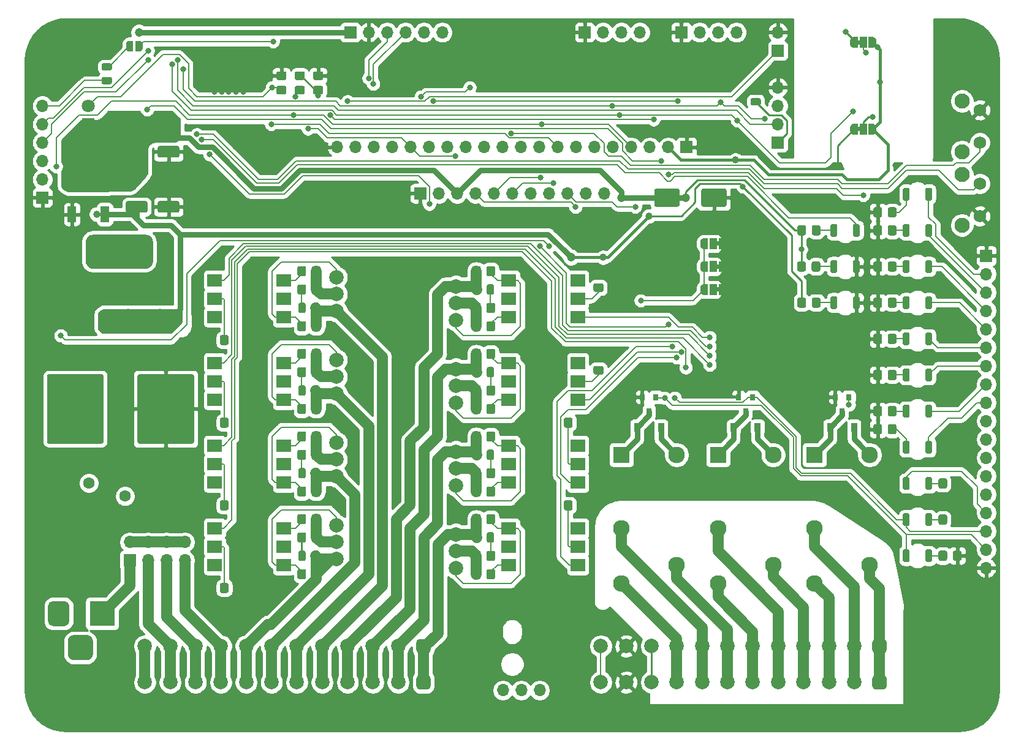
<source format=gbr>
G04 #@! TF.GenerationSoftware,KiCad,Pcbnew,(5.1.8-0-10_14)*
G04 #@! TF.CreationDate,2020-12-03T22:49:33-06:00*
G04 #@! TF.ProjectId,ClimateSprinklerController,436c696d-6174-4655-9370-72696e6b6c65,rev?*
G04 #@! TF.SameCoordinates,Original*
G04 #@! TF.FileFunction,Copper,L1,Top*
G04 #@! TF.FilePolarity,Positive*
%FSLAX46Y46*%
G04 Gerber Fmt 4.6, Leading zero omitted, Abs format (unit mm)*
G04 Created by KiCad (PCBNEW (5.1.8-0-10_14)) date 2020-12-03 22:49:33*
%MOMM*%
%LPD*%
G01*
G04 APERTURE LIST*
G04 #@! TA.AperFunction,EtchedComponent*
%ADD10C,0.100000*%
G04 #@! TD*
G04 #@! TA.AperFunction,ComponentPad*
%ADD11C,0.800000*%
G04 #@! TD*
G04 #@! TA.AperFunction,ComponentPad*
%ADD12C,1.600000*%
G04 #@! TD*
G04 #@! TA.AperFunction,SMDPad,CuDef*
%ADD13R,5.400000X2.900000*%
G04 #@! TD*
G04 #@! TA.AperFunction,ComponentPad*
%ADD14C,2.000000*%
G04 #@! TD*
G04 #@! TA.AperFunction,SMDPad,CuDef*
%ADD15C,0.100000*%
G04 #@! TD*
G04 #@! TA.AperFunction,ComponentPad*
%ADD16O,1.700000X1.700000*%
G04 #@! TD*
G04 #@! TA.AperFunction,ComponentPad*
%ADD17R,1.700000X1.700000*%
G04 #@! TD*
G04 #@! TA.AperFunction,ComponentPad*
%ADD18C,2.100000*%
G04 #@! TD*
G04 #@! TA.AperFunction,ComponentPad*
%ADD19C,1.750000*%
G04 #@! TD*
G04 #@! TA.AperFunction,ComponentPad*
%ADD20C,6.400000*%
G04 #@! TD*
G04 #@! TA.AperFunction,SMDPad,CuDef*
%ADD21R,2.000000X1.780000*%
G04 #@! TD*
G04 #@! TA.AperFunction,SMDPad,CuDef*
%ADD22R,5.800000X6.400000*%
G04 #@! TD*
G04 #@! TA.AperFunction,SMDPad,CuDef*
%ADD23R,1.200000X2.200000*%
G04 #@! TD*
G04 #@! TA.AperFunction,ComponentPad*
%ADD24C,0.600000*%
G04 #@! TD*
G04 #@! TA.AperFunction,SMDPad,CuDef*
%ADD25R,4.900000X2.950000*%
G04 #@! TD*
G04 #@! TA.AperFunction,SMDPad,CuDef*
%ADD26R,0.800000X0.900000*%
G04 #@! TD*
G04 #@! TA.AperFunction,ComponentPad*
%ADD27C,1.800000*%
G04 #@! TD*
G04 #@! TA.AperFunction,ComponentPad*
%ADD28R,1.800000X1.800000*%
G04 #@! TD*
G04 #@! TA.AperFunction,ComponentPad*
%ADD29C,2.300000*%
G04 #@! TD*
G04 #@! TA.AperFunction,ComponentPad*
%ADD30R,2.300000X2.300000*%
G04 #@! TD*
G04 #@! TA.AperFunction,SMDPad,CuDef*
%ADD31R,1.000000X1.500000*%
G04 #@! TD*
G04 #@! TA.AperFunction,ComponentPad*
%ADD32R,3.500000X3.500000*%
G04 #@! TD*
G04 #@! TA.AperFunction,SMDPad,CuDef*
%ADD33R,0.900000X1.200000*%
G04 #@! TD*
G04 #@! TA.AperFunction,ViaPad*
%ADD34C,0.800000*%
G04 #@! TD*
G04 #@! TA.AperFunction,ViaPad*
%ADD35C,1.200000*%
G04 #@! TD*
G04 #@! TA.AperFunction,ViaPad*
%ADD36C,1.000000*%
G04 #@! TD*
G04 #@! TA.AperFunction,Conductor*
%ADD37C,0.250000*%
G04 #@! TD*
G04 #@! TA.AperFunction,Conductor*
%ADD38C,0.400000*%
G04 #@! TD*
G04 #@! TA.AperFunction,Conductor*
%ADD39C,0.800000*%
G04 #@! TD*
G04 #@! TA.AperFunction,Conductor*
%ADD40C,1.500000*%
G04 #@! TD*
G04 #@! TA.AperFunction,Conductor*
%ADD41C,0.200000*%
G04 #@! TD*
G04 #@! TA.AperFunction,Conductor*
%ADD42C,0.254000*%
G04 #@! TD*
G04 #@! TA.AperFunction,Conductor*
%ADD43C,0.100000*%
G04 #@! TD*
G04 APERTURE END LIST*
D10*
G36*
X197600000Y-48700000D02*
G01*
X198100000Y-48700000D01*
X198100000Y-49300000D01*
X197600000Y-49300000D01*
X197600000Y-48700000D01*
G37*
G36*
X197600000Y-60700000D02*
G01*
X198100000Y-60700000D01*
X198100000Y-61300000D01*
X197600000Y-61300000D01*
X197600000Y-60700000D01*
G37*
G36*
X178700000Y-83485000D02*
G01*
X178200000Y-83485000D01*
X178200000Y-82885000D01*
X178700000Y-82885000D01*
X178700000Y-83485000D01*
G37*
G36*
X178700000Y-80310000D02*
G01*
X178200000Y-80310000D01*
X178200000Y-79710000D01*
X178700000Y-79710000D01*
X178700000Y-80310000D01*
G37*
G36*
X178700000Y-77135000D02*
G01*
X178200000Y-77135000D01*
X178200000Y-76535000D01*
X178700000Y-76535000D01*
X178700000Y-77135000D01*
G37*
G04 #@! TA.AperFunction,SMDPad,CuDef*
G36*
G01*
X121520000Y-117024999D02*
X121520000Y-117925001D01*
G75*
G02*
X121270001Y-118175000I-249999J0D01*
G01*
X120569999Y-118175000D01*
G75*
G02*
X120320000Y-117925001I0J249999D01*
G01*
X120320000Y-117024999D01*
G75*
G02*
X120569999Y-116775000I249999J0D01*
G01*
X121270001Y-116775000D01*
G75*
G02*
X121520000Y-117024999I0J-249999D01*
G01*
G37*
G04 #@! TD.AperFunction*
G04 #@! TA.AperFunction,SMDPad,CuDef*
G36*
G01*
X123520000Y-117024999D02*
X123520000Y-117925001D01*
G75*
G02*
X123270001Y-118175000I-249999J0D01*
G01*
X122569999Y-118175000D01*
G75*
G02*
X122320000Y-117925001I0J249999D01*
G01*
X122320000Y-117024999D01*
G75*
G02*
X122569999Y-116775000I249999J0D01*
G01*
X123270001Y-116775000D01*
G75*
G02*
X123520000Y-117024999I0J-249999D01*
G01*
G37*
G04 #@! TD.AperFunction*
G04 #@! TA.AperFunction,SMDPad,CuDef*
G36*
G01*
X121520000Y-105594999D02*
X121520000Y-106495001D01*
G75*
G02*
X121270001Y-106745000I-249999J0D01*
G01*
X120569999Y-106745000D01*
G75*
G02*
X120320000Y-106495001I0J249999D01*
G01*
X120320000Y-105594999D01*
G75*
G02*
X120569999Y-105345000I249999J0D01*
G01*
X121270001Y-105345000D01*
G75*
G02*
X121520000Y-105594999I0J-249999D01*
G01*
G37*
G04 #@! TD.AperFunction*
G04 #@! TA.AperFunction,SMDPad,CuDef*
G36*
G01*
X123520000Y-105594999D02*
X123520000Y-106495001D01*
G75*
G02*
X123270001Y-106745000I-249999J0D01*
G01*
X122569999Y-106745000D01*
G75*
G02*
X122320000Y-106495001I0J249999D01*
G01*
X122320000Y-105594999D01*
G75*
G02*
X122569999Y-105345000I249999J0D01*
G01*
X123270001Y-105345000D01*
G75*
G02*
X123520000Y-105594999I0J-249999D01*
G01*
G37*
G04 #@! TD.AperFunction*
G04 #@! TA.AperFunction,SMDPad,CuDef*
G36*
G01*
X121520000Y-94164999D02*
X121520000Y-95065001D01*
G75*
G02*
X121270001Y-95315000I-249999J0D01*
G01*
X120569999Y-95315000D01*
G75*
G02*
X120320000Y-95065001I0J249999D01*
G01*
X120320000Y-94164999D01*
G75*
G02*
X120569999Y-93915000I249999J0D01*
G01*
X121270001Y-93915000D01*
G75*
G02*
X121520000Y-94164999I0J-249999D01*
G01*
G37*
G04 #@! TD.AperFunction*
G04 #@! TA.AperFunction,SMDPad,CuDef*
G36*
G01*
X123520000Y-94164999D02*
X123520000Y-95065001D01*
G75*
G02*
X123270001Y-95315000I-249999J0D01*
G01*
X122569999Y-95315000D01*
G75*
G02*
X122320000Y-95065001I0J249999D01*
G01*
X122320000Y-94164999D01*
G75*
G02*
X122569999Y-93915000I249999J0D01*
G01*
X123270001Y-93915000D01*
G75*
G02*
X123520000Y-94164999I0J-249999D01*
G01*
G37*
G04 #@! TD.AperFunction*
G04 #@! TA.AperFunction,SMDPad,CuDef*
G36*
G01*
X121520000Y-82734999D02*
X121520000Y-83635001D01*
G75*
G02*
X121270001Y-83885000I-249999J0D01*
G01*
X120569999Y-83885000D01*
G75*
G02*
X120320000Y-83635001I0J249999D01*
G01*
X120320000Y-82734999D01*
G75*
G02*
X120569999Y-82485000I249999J0D01*
G01*
X121270001Y-82485000D01*
G75*
G02*
X121520000Y-82734999I0J-249999D01*
G01*
G37*
G04 #@! TD.AperFunction*
G04 #@! TA.AperFunction,SMDPad,CuDef*
G36*
G01*
X123520000Y-82734999D02*
X123520000Y-83635001D01*
G75*
G02*
X123270001Y-83885000I-249999J0D01*
G01*
X122569999Y-83885000D01*
G75*
G02*
X122320000Y-83635001I0J249999D01*
G01*
X122320000Y-82734999D01*
G75*
G02*
X122569999Y-82485000I249999J0D01*
G01*
X123270001Y-82485000D01*
G75*
G02*
X123520000Y-82734999I0J-249999D01*
G01*
G37*
G04 #@! TD.AperFunction*
G04 #@! TA.AperFunction,SMDPad,CuDef*
G36*
G01*
X146450000Y-86175001D02*
X146450000Y-85274999D01*
G75*
G02*
X146699999Y-85025000I249999J0D01*
G01*
X147400001Y-85025000D01*
G75*
G02*
X147650000Y-85274999I0J-249999D01*
G01*
X147650000Y-86175001D01*
G75*
G02*
X147400001Y-86425000I-249999J0D01*
G01*
X146699999Y-86425000D01*
G75*
G02*
X146450000Y-86175001I0J249999D01*
G01*
G37*
G04 #@! TD.AperFunction*
G04 #@! TA.AperFunction,SMDPad,CuDef*
G36*
G01*
X144450000Y-86175001D02*
X144450000Y-85274999D01*
G75*
G02*
X144699999Y-85025000I249999J0D01*
G01*
X145400001Y-85025000D01*
G75*
G02*
X145650000Y-85274999I0J-249999D01*
G01*
X145650000Y-86175001D01*
G75*
G02*
X145400001Y-86425000I-249999J0D01*
G01*
X144699999Y-86425000D01*
G75*
G02*
X144450000Y-86175001I0J249999D01*
G01*
G37*
G04 #@! TD.AperFunction*
G04 #@! TA.AperFunction,SMDPad,CuDef*
G36*
G01*
X146450000Y-97605001D02*
X146450000Y-96704999D01*
G75*
G02*
X146699999Y-96455000I249999J0D01*
G01*
X147400001Y-96455000D01*
G75*
G02*
X147650000Y-96704999I0J-249999D01*
G01*
X147650000Y-97605001D01*
G75*
G02*
X147400001Y-97855000I-249999J0D01*
G01*
X146699999Y-97855000D01*
G75*
G02*
X146450000Y-97605001I0J249999D01*
G01*
G37*
G04 #@! TD.AperFunction*
G04 #@! TA.AperFunction,SMDPad,CuDef*
G36*
G01*
X144450000Y-97605001D02*
X144450000Y-96704999D01*
G75*
G02*
X144699999Y-96455000I249999J0D01*
G01*
X145400001Y-96455000D01*
G75*
G02*
X145650000Y-96704999I0J-249999D01*
G01*
X145650000Y-97605001D01*
G75*
G02*
X145400001Y-97855000I-249999J0D01*
G01*
X144699999Y-97855000D01*
G75*
G02*
X144450000Y-97605001I0J249999D01*
G01*
G37*
G04 #@! TD.AperFunction*
G04 #@! TA.AperFunction,SMDPad,CuDef*
G36*
G01*
X146450000Y-109035001D02*
X146450000Y-108134999D01*
G75*
G02*
X146699999Y-107885000I249999J0D01*
G01*
X147400001Y-107885000D01*
G75*
G02*
X147650000Y-108134999I0J-249999D01*
G01*
X147650000Y-109035001D01*
G75*
G02*
X147400001Y-109285000I-249999J0D01*
G01*
X146699999Y-109285000D01*
G75*
G02*
X146450000Y-109035001I0J249999D01*
G01*
G37*
G04 #@! TD.AperFunction*
G04 #@! TA.AperFunction,SMDPad,CuDef*
G36*
G01*
X144450000Y-109035001D02*
X144450000Y-108134999D01*
G75*
G02*
X144699999Y-107885000I249999J0D01*
G01*
X145400001Y-107885000D01*
G75*
G02*
X145650000Y-108134999I0J-249999D01*
G01*
X145650000Y-109035001D01*
G75*
G02*
X145400001Y-109285000I-249999J0D01*
G01*
X144699999Y-109285000D01*
G75*
G02*
X144450000Y-109035001I0J249999D01*
G01*
G37*
G04 #@! TD.AperFunction*
G04 #@! TA.AperFunction,SMDPad,CuDef*
G36*
G01*
X146450000Y-120465001D02*
X146450000Y-119564999D01*
G75*
G02*
X146699999Y-119315000I249999J0D01*
G01*
X147400001Y-119315000D01*
G75*
G02*
X147650000Y-119564999I0J-249999D01*
G01*
X147650000Y-120465001D01*
G75*
G02*
X147400001Y-120715000I-249999J0D01*
G01*
X146699999Y-120715000D01*
G75*
G02*
X146450000Y-120465001I0J249999D01*
G01*
G37*
G04 #@! TD.AperFunction*
G04 #@! TA.AperFunction,SMDPad,CuDef*
G36*
G01*
X144450000Y-120465001D02*
X144450000Y-119564999D01*
G75*
G02*
X144699999Y-119315000I249999J0D01*
G01*
X145400001Y-119315000D01*
G75*
G02*
X145650000Y-119564999I0J-249999D01*
G01*
X145650000Y-120465001D01*
G75*
G02*
X145400001Y-120715000I-249999J0D01*
G01*
X144699999Y-120715000D01*
G75*
G02*
X144450000Y-120465001I0J249999D01*
G01*
G37*
G04 #@! TD.AperFunction*
G04 #@! TA.AperFunction,SMDPad,CuDef*
G36*
G01*
X122320000Y-123005001D02*
X122320000Y-122104999D01*
G75*
G02*
X122569999Y-121855000I249999J0D01*
G01*
X123270001Y-121855000D01*
G75*
G02*
X123520000Y-122104999I0J-249999D01*
G01*
X123520000Y-123005001D01*
G75*
G02*
X123270001Y-123255000I-249999J0D01*
G01*
X122569999Y-123255000D01*
G75*
G02*
X122320000Y-123005001I0J249999D01*
G01*
G37*
G04 #@! TD.AperFunction*
G04 #@! TA.AperFunction,SMDPad,CuDef*
G36*
G01*
X120320000Y-123005001D02*
X120320000Y-122104999D01*
G75*
G02*
X120569999Y-121855000I249999J0D01*
G01*
X121270001Y-121855000D01*
G75*
G02*
X121520000Y-122104999I0J-249999D01*
G01*
X121520000Y-123005001D01*
G75*
G02*
X121270001Y-123255000I-249999J0D01*
G01*
X120569999Y-123255000D01*
G75*
G02*
X120320000Y-123005001I0J249999D01*
G01*
G37*
G04 #@! TD.AperFunction*
G04 #@! TA.AperFunction,SMDPad,CuDef*
G36*
G01*
X122320000Y-111575001D02*
X122320000Y-110674999D01*
G75*
G02*
X122569999Y-110425000I249999J0D01*
G01*
X123270001Y-110425000D01*
G75*
G02*
X123520000Y-110674999I0J-249999D01*
G01*
X123520000Y-111575001D01*
G75*
G02*
X123270001Y-111825000I-249999J0D01*
G01*
X122569999Y-111825000D01*
G75*
G02*
X122320000Y-111575001I0J249999D01*
G01*
G37*
G04 #@! TD.AperFunction*
G04 #@! TA.AperFunction,SMDPad,CuDef*
G36*
G01*
X120320000Y-111575001D02*
X120320000Y-110674999D01*
G75*
G02*
X120569999Y-110425000I249999J0D01*
G01*
X121270001Y-110425000D01*
G75*
G02*
X121520000Y-110674999I0J-249999D01*
G01*
X121520000Y-111575001D01*
G75*
G02*
X121270001Y-111825000I-249999J0D01*
G01*
X120569999Y-111825000D01*
G75*
G02*
X120320000Y-111575001I0J249999D01*
G01*
G37*
G04 #@! TD.AperFunction*
G04 #@! TA.AperFunction,SMDPad,CuDef*
G36*
G01*
X122320000Y-100145001D02*
X122320000Y-99244999D01*
G75*
G02*
X122569999Y-98995000I249999J0D01*
G01*
X123270001Y-98995000D01*
G75*
G02*
X123520000Y-99244999I0J-249999D01*
G01*
X123520000Y-100145001D01*
G75*
G02*
X123270001Y-100395000I-249999J0D01*
G01*
X122569999Y-100395000D01*
G75*
G02*
X122320000Y-100145001I0J249999D01*
G01*
G37*
G04 #@! TD.AperFunction*
G04 #@! TA.AperFunction,SMDPad,CuDef*
G36*
G01*
X120320000Y-100145001D02*
X120320000Y-99244999D01*
G75*
G02*
X120569999Y-98995000I249999J0D01*
G01*
X121270001Y-98995000D01*
G75*
G02*
X121520000Y-99244999I0J-249999D01*
G01*
X121520000Y-100145001D01*
G75*
G02*
X121270001Y-100395000I-249999J0D01*
G01*
X120569999Y-100395000D01*
G75*
G02*
X120320000Y-100145001I0J249999D01*
G01*
G37*
G04 #@! TD.AperFunction*
G04 #@! TA.AperFunction,SMDPad,CuDef*
G36*
G01*
X122320000Y-88715001D02*
X122320000Y-87814999D01*
G75*
G02*
X122569999Y-87565000I249999J0D01*
G01*
X123270001Y-87565000D01*
G75*
G02*
X123520000Y-87814999I0J-249999D01*
G01*
X123520000Y-88715001D01*
G75*
G02*
X123270001Y-88965000I-249999J0D01*
G01*
X122569999Y-88965000D01*
G75*
G02*
X122320000Y-88715001I0J249999D01*
G01*
G37*
G04 #@! TD.AperFunction*
G04 #@! TA.AperFunction,SMDPad,CuDef*
G36*
G01*
X120320000Y-88715001D02*
X120320000Y-87814999D01*
G75*
G02*
X120569999Y-87565000I249999J0D01*
G01*
X121270001Y-87565000D01*
G75*
G02*
X121520000Y-87814999I0J-249999D01*
G01*
X121520000Y-88715001D01*
G75*
G02*
X121270001Y-88965000I-249999J0D01*
G01*
X120569999Y-88965000D01*
G75*
G02*
X120320000Y-88715001I0J249999D01*
G01*
G37*
G04 #@! TD.AperFunction*
G04 #@! TA.AperFunction,SMDPad,CuDef*
G36*
G01*
X145650000Y-80194999D02*
X145650000Y-81095001D01*
G75*
G02*
X145400001Y-81345000I-249999J0D01*
G01*
X144699999Y-81345000D01*
G75*
G02*
X144450000Y-81095001I0J249999D01*
G01*
X144450000Y-80194999D01*
G75*
G02*
X144699999Y-79945000I249999J0D01*
G01*
X145400001Y-79945000D01*
G75*
G02*
X145650000Y-80194999I0J-249999D01*
G01*
G37*
G04 #@! TD.AperFunction*
G04 #@! TA.AperFunction,SMDPad,CuDef*
G36*
G01*
X147650000Y-80194999D02*
X147650000Y-81095001D01*
G75*
G02*
X147400001Y-81345000I-249999J0D01*
G01*
X146699999Y-81345000D01*
G75*
G02*
X146450000Y-81095001I0J249999D01*
G01*
X146450000Y-80194999D01*
G75*
G02*
X146699999Y-79945000I249999J0D01*
G01*
X147400001Y-79945000D01*
G75*
G02*
X147650000Y-80194999I0J-249999D01*
G01*
G37*
G04 #@! TD.AperFunction*
G04 #@! TA.AperFunction,SMDPad,CuDef*
G36*
G01*
X145650000Y-91624999D02*
X145650000Y-92525001D01*
G75*
G02*
X145400001Y-92775000I-249999J0D01*
G01*
X144699999Y-92775000D01*
G75*
G02*
X144450000Y-92525001I0J249999D01*
G01*
X144450000Y-91624999D01*
G75*
G02*
X144699999Y-91375000I249999J0D01*
G01*
X145400001Y-91375000D01*
G75*
G02*
X145650000Y-91624999I0J-249999D01*
G01*
G37*
G04 #@! TD.AperFunction*
G04 #@! TA.AperFunction,SMDPad,CuDef*
G36*
G01*
X147650000Y-91624999D02*
X147650000Y-92525001D01*
G75*
G02*
X147400001Y-92775000I-249999J0D01*
G01*
X146699999Y-92775000D01*
G75*
G02*
X146450000Y-92525001I0J249999D01*
G01*
X146450000Y-91624999D01*
G75*
G02*
X146699999Y-91375000I249999J0D01*
G01*
X147400001Y-91375000D01*
G75*
G02*
X147650000Y-91624999I0J-249999D01*
G01*
G37*
G04 #@! TD.AperFunction*
G04 #@! TA.AperFunction,SMDPad,CuDef*
G36*
G01*
X145650000Y-103054999D02*
X145650000Y-103955001D01*
G75*
G02*
X145400001Y-104205000I-249999J0D01*
G01*
X144699999Y-104205000D01*
G75*
G02*
X144450000Y-103955001I0J249999D01*
G01*
X144450000Y-103054999D01*
G75*
G02*
X144699999Y-102805000I249999J0D01*
G01*
X145400001Y-102805000D01*
G75*
G02*
X145650000Y-103054999I0J-249999D01*
G01*
G37*
G04 #@! TD.AperFunction*
G04 #@! TA.AperFunction,SMDPad,CuDef*
G36*
G01*
X147650000Y-103054999D02*
X147650000Y-103955001D01*
G75*
G02*
X147400001Y-104205000I-249999J0D01*
G01*
X146699999Y-104205000D01*
G75*
G02*
X146450000Y-103955001I0J249999D01*
G01*
X146450000Y-103054999D01*
G75*
G02*
X146699999Y-102805000I249999J0D01*
G01*
X147400001Y-102805000D01*
G75*
G02*
X147650000Y-103054999I0J-249999D01*
G01*
G37*
G04 #@! TD.AperFunction*
G04 #@! TA.AperFunction,SMDPad,CuDef*
G36*
G01*
X145650000Y-114484999D02*
X145650000Y-115385001D01*
G75*
G02*
X145400001Y-115635000I-249999J0D01*
G01*
X144699999Y-115635000D01*
G75*
G02*
X144450000Y-115385001I0J249999D01*
G01*
X144450000Y-114484999D01*
G75*
G02*
X144699999Y-114235000I249999J0D01*
G01*
X145400001Y-114235000D01*
G75*
G02*
X145650000Y-114484999I0J-249999D01*
G01*
G37*
G04 #@! TD.AperFunction*
G04 #@! TA.AperFunction,SMDPad,CuDef*
G36*
G01*
X147650000Y-114484999D02*
X147650000Y-115385001D01*
G75*
G02*
X147400001Y-115635000I-249999J0D01*
G01*
X146699999Y-115635000D01*
G75*
G02*
X146450000Y-115385001I0J249999D01*
G01*
X146450000Y-114484999D01*
G75*
G02*
X146699999Y-114235000I249999J0D01*
G01*
X147400001Y-114235000D01*
G75*
G02*
X147650000Y-114484999I0J-249999D01*
G01*
G37*
G04 #@! TD.AperFunction*
G04 #@! TA.AperFunction,SMDPad,CuDef*
G36*
G01*
X121520000Y-114484999D02*
X121520000Y-115385001D01*
G75*
G02*
X121270001Y-115635000I-249999J0D01*
G01*
X120569999Y-115635000D01*
G75*
G02*
X120320000Y-115385001I0J249999D01*
G01*
X120320000Y-114484999D01*
G75*
G02*
X120569999Y-114235000I249999J0D01*
G01*
X121270001Y-114235000D01*
G75*
G02*
X121520000Y-114484999I0J-249999D01*
G01*
G37*
G04 #@! TD.AperFunction*
G04 #@! TA.AperFunction,SMDPad,CuDef*
G36*
G01*
X123520000Y-114484999D02*
X123520000Y-115385001D01*
G75*
G02*
X123270001Y-115635000I-249999J0D01*
G01*
X122569999Y-115635000D01*
G75*
G02*
X122320000Y-115385001I0J249999D01*
G01*
X122320000Y-114484999D01*
G75*
G02*
X122569999Y-114235000I249999J0D01*
G01*
X123270001Y-114235000D01*
G75*
G02*
X123520000Y-114484999I0J-249999D01*
G01*
G37*
G04 #@! TD.AperFunction*
G04 #@! TA.AperFunction,SMDPad,CuDef*
G36*
G01*
X121520000Y-103054999D02*
X121520000Y-103955001D01*
G75*
G02*
X121270001Y-104205000I-249999J0D01*
G01*
X120569999Y-104205000D01*
G75*
G02*
X120320000Y-103955001I0J249999D01*
G01*
X120320000Y-103054999D01*
G75*
G02*
X120569999Y-102805000I249999J0D01*
G01*
X121270001Y-102805000D01*
G75*
G02*
X121520000Y-103054999I0J-249999D01*
G01*
G37*
G04 #@! TD.AperFunction*
G04 #@! TA.AperFunction,SMDPad,CuDef*
G36*
G01*
X123520000Y-103054999D02*
X123520000Y-103955001D01*
G75*
G02*
X123270001Y-104205000I-249999J0D01*
G01*
X122569999Y-104205000D01*
G75*
G02*
X122320000Y-103955001I0J249999D01*
G01*
X122320000Y-103054999D01*
G75*
G02*
X122569999Y-102805000I249999J0D01*
G01*
X123270001Y-102805000D01*
G75*
G02*
X123520000Y-103054999I0J-249999D01*
G01*
G37*
G04 #@! TD.AperFunction*
G04 #@! TA.AperFunction,SMDPad,CuDef*
G36*
G01*
X121520000Y-91624999D02*
X121520000Y-92525001D01*
G75*
G02*
X121270001Y-92775000I-249999J0D01*
G01*
X120569999Y-92775000D01*
G75*
G02*
X120320000Y-92525001I0J249999D01*
G01*
X120320000Y-91624999D01*
G75*
G02*
X120569999Y-91375000I249999J0D01*
G01*
X121270001Y-91375000D01*
G75*
G02*
X121520000Y-91624999I0J-249999D01*
G01*
G37*
G04 #@! TD.AperFunction*
G04 #@! TA.AperFunction,SMDPad,CuDef*
G36*
G01*
X123520000Y-91624999D02*
X123520000Y-92525001D01*
G75*
G02*
X123270001Y-92775000I-249999J0D01*
G01*
X122569999Y-92775000D01*
G75*
G02*
X122320000Y-92525001I0J249999D01*
G01*
X122320000Y-91624999D01*
G75*
G02*
X122569999Y-91375000I249999J0D01*
G01*
X123270001Y-91375000D01*
G75*
G02*
X123520000Y-91624999I0J-249999D01*
G01*
G37*
G04 #@! TD.AperFunction*
G04 #@! TA.AperFunction,SMDPad,CuDef*
G36*
G01*
X121520000Y-80194999D02*
X121520000Y-81095001D01*
G75*
G02*
X121270001Y-81345000I-249999J0D01*
G01*
X120569999Y-81345000D01*
G75*
G02*
X120320000Y-81095001I0J249999D01*
G01*
X120320000Y-80194999D01*
G75*
G02*
X120569999Y-79945000I249999J0D01*
G01*
X121270001Y-79945000D01*
G75*
G02*
X121520000Y-80194999I0J-249999D01*
G01*
G37*
G04 #@! TD.AperFunction*
G04 #@! TA.AperFunction,SMDPad,CuDef*
G36*
G01*
X123520000Y-80194999D02*
X123520000Y-81095001D01*
G75*
G02*
X123270001Y-81345000I-249999J0D01*
G01*
X122569999Y-81345000D01*
G75*
G02*
X122320000Y-81095001I0J249999D01*
G01*
X122320000Y-80194999D01*
G75*
G02*
X122569999Y-79945000I249999J0D01*
G01*
X123270001Y-79945000D01*
G75*
G02*
X123520000Y-80194999I0J-249999D01*
G01*
G37*
G04 #@! TD.AperFunction*
G04 #@! TA.AperFunction,SMDPad,CuDef*
G36*
G01*
X146450000Y-88715001D02*
X146450000Y-87814999D01*
G75*
G02*
X146699999Y-87565000I249999J0D01*
G01*
X147400001Y-87565000D01*
G75*
G02*
X147650000Y-87814999I0J-249999D01*
G01*
X147650000Y-88715001D01*
G75*
G02*
X147400001Y-88965000I-249999J0D01*
G01*
X146699999Y-88965000D01*
G75*
G02*
X146450000Y-88715001I0J249999D01*
G01*
G37*
G04 #@! TD.AperFunction*
G04 #@! TA.AperFunction,SMDPad,CuDef*
G36*
G01*
X144450000Y-88715001D02*
X144450000Y-87814999D01*
G75*
G02*
X144699999Y-87565000I249999J0D01*
G01*
X145400001Y-87565000D01*
G75*
G02*
X145650000Y-87814999I0J-249999D01*
G01*
X145650000Y-88715001D01*
G75*
G02*
X145400001Y-88965000I-249999J0D01*
G01*
X144699999Y-88965000D01*
G75*
G02*
X144450000Y-88715001I0J249999D01*
G01*
G37*
G04 #@! TD.AperFunction*
G04 #@! TA.AperFunction,SMDPad,CuDef*
G36*
G01*
X146450000Y-100145001D02*
X146450000Y-99244999D01*
G75*
G02*
X146699999Y-98995000I249999J0D01*
G01*
X147400001Y-98995000D01*
G75*
G02*
X147650000Y-99244999I0J-249999D01*
G01*
X147650000Y-100145001D01*
G75*
G02*
X147400001Y-100395000I-249999J0D01*
G01*
X146699999Y-100395000D01*
G75*
G02*
X146450000Y-100145001I0J249999D01*
G01*
G37*
G04 #@! TD.AperFunction*
G04 #@! TA.AperFunction,SMDPad,CuDef*
G36*
G01*
X144450000Y-100145001D02*
X144450000Y-99244999D01*
G75*
G02*
X144699999Y-98995000I249999J0D01*
G01*
X145400001Y-98995000D01*
G75*
G02*
X145650000Y-99244999I0J-249999D01*
G01*
X145650000Y-100145001D01*
G75*
G02*
X145400001Y-100395000I-249999J0D01*
G01*
X144699999Y-100395000D01*
G75*
G02*
X144450000Y-100145001I0J249999D01*
G01*
G37*
G04 #@! TD.AperFunction*
G04 #@! TA.AperFunction,SMDPad,CuDef*
G36*
G01*
X146450000Y-111575001D02*
X146450000Y-110674999D01*
G75*
G02*
X146699999Y-110425000I249999J0D01*
G01*
X147400001Y-110425000D01*
G75*
G02*
X147650000Y-110674999I0J-249999D01*
G01*
X147650000Y-111575001D01*
G75*
G02*
X147400001Y-111825000I-249999J0D01*
G01*
X146699999Y-111825000D01*
G75*
G02*
X146450000Y-111575001I0J249999D01*
G01*
G37*
G04 #@! TD.AperFunction*
G04 #@! TA.AperFunction,SMDPad,CuDef*
G36*
G01*
X144450000Y-111575001D02*
X144450000Y-110674999D01*
G75*
G02*
X144699999Y-110425000I249999J0D01*
G01*
X145400001Y-110425000D01*
G75*
G02*
X145650000Y-110674999I0J-249999D01*
G01*
X145650000Y-111575001D01*
G75*
G02*
X145400001Y-111825000I-249999J0D01*
G01*
X144699999Y-111825000D01*
G75*
G02*
X144450000Y-111575001I0J249999D01*
G01*
G37*
G04 #@! TD.AperFunction*
G04 #@! TA.AperFunction,SMDPad,CuDef*
G36*
G01*
X146450000Y-123005001D02*
X146450000Y-122104999D01*
G75*
G02*
X146699999Y-121855000I249999J0D01*
G01*
X147400001Y-121855000D01*
G75*
G02*
X147650000Y-122104999I0J-249999D01*
G01*
X147650000Y-123005001D01*
G75*
G02*
X147400001Y-123255000I-249999J0D01*
G01*
X146699999Y-123255000D01*
G75*
G02*
X146450000Y-123005001I0J249999D01*
G01*
G37*
G04 #@! TD.AperFunction*
G04 #@! TA.AperFunction,SMDPad,CuDef*
G36*
G01*
X144450000Y-123005001D02*
X144450000Y-122104999D01*
G75*
G02*
X144699999Y-121855000I249999J0D01*
G01*
X145400001Y-121855000D01*
G75*
G02*
X145650000Y-122104999I0J-249999D01*
G01*
X145650000Y-123005001D01*
G75*
G02*
X145400001Y-123255000I-249999J0D01*
G01*
X144699999Y-123255000D01*
G75*
G02*
X144450000Y-123005001I0J249999D01*
G01*
G37*
G04 #@! TD.AperFunction*
G04 #@! TA.AperFunction,SMDPad,CuDef*
G36*
G01*
X108820000Y-124009999D02*
X108820000Y-124910001D01*
G75*
G02*
X108570001Y-125160000I-249999J0D01*
G01*
X107869999Y-125160000D01*
G75*
G02*
X107620000Y-124910001I0J249999D01*
G01*
X107620000Y-124009999D01*
G75*
G02*
X107869999Y-123760000I249999J0D01*
G01*
X108570001Y-123760000D01*
G75*
G02*
X108820000Y-124009999I0J-249999D01*
G01*
G37*
G04 #@! TD.AperFunction*
G04 #@! TA.AperFunction,SMDPad,CuDef*
G36*
G01*
X110820000Y-124009999D02*
X110820000Y-124910001D01*
G75*
G02*
X110570001Y-125160000I-249999J0D01*
G01*
X109869999Y-125160000D01*
G75*
G02*
X109620000Y-124910001I0J249999D01*
G01*
X109620000Y-124009999D01*
G75*
G02*
X109869999Y-123760000I249999J0D01*
G01*
X110570001Y-123760000D01*
G75*
G02*
X110820000Y-124009999I0J-249999D01*
G01*
G37*
G04 #@! TD.AperFunction*
G04 #@! TA.AperFunction,SMDPad,CuDef*
G36*
G01*
X108820000Y-112579999D02*
X108820000Y-113480001D01*
G75*
G02*
X108570001Y-113730000I-249999J0D01*
G01*
X107869999Y-113730000D01*
G75*
G02*
X107620000Y-113480001I0J249999D01*
G01*
X107620000Y-112579999D01*
G75*
G02*
X107869999Y-112330000I249999J0D01*
G01*
X108570001Y-112330000D01*
G75*
G02*
X108820000Y-112579999I0J-249999D01*
G01*
G37*
G04 #@! TD.AperFunction*
G04 #@! TA.AperFunction,SMDPad,CuDef*
G36*
G01*
X110820000Y-112579999D02*
X110820000Y-113480001D01*
G75*
G02*
X110570001Y-113730000I-249999J0D01*
G01*
X109869999Y-113730000D01*
G75*
G02*
X109620000Y-113480001I0J249999D01*
G01*
X109620000Y-112579999D01*
G75*
G02*
X109869999Y-112330000I249999J0D01*
G01*
X110570001Y-112330000D01*
G75*
G02*
X110820000Y-112579999I0J-249999D01*
G01*
G37*
G04 #@! TD.AperFunction*
G04 #@! TA.AperFunction,SMDPad,CuDef*
G36*
G01*
X108820000Y-101149999D02*
X108820000Y-102050001D01*
G75*
G02*
X108570001Y-102300000I-249999J0D01*
G01*
X107869999Y-102300000D01*
G75*
G02*
X107620000Y-102050001I0J249999D01*
G01*
X107620000Y-101149999D01*
G75*
G02*
X107869999Y-100900000I249999J0D01*
G01*
X108570001Y-100900000D01*
G75*
G02*
X108820000Y-101149999I0J-249999D01*
G01*
G37*
G04 #@! TD.AperFunction*
G04 #@! TA.AperFunction,SMDPad,CuDef*
G36*
G01*
X110820000Y-101149999D02*
X110820000Y-102050001D01*
G75*
G02*
X110570001Y-102300000I-249999J0D01*
G01*
X109869999Y-102300000D01*
G75*
G02*
X109620000Y-102050001I0J249999D01*
G01*
X109620000Y-101149999D01*
G75*
G02*
X109869999Y-100900000I249999J0D01*
G01*
X110570001Y-100900000D01*
G75*
G02*
X110820000Y-101149999I0J-249999D01*
G01*
G37*
G04 #@! TD.AperFunction*
G04 #@! TA.AperFunction,SMDPad,CuDef*
G36*
G01*
X108820000Y-89719999D02*
X108820000Y-90620001D01*
G75*
G02*
X108570001Y-90870000I-249999J0D01*
G01*
X107869999Y-90870000D01*
G75*
G02*
X107620000Y-90620001I0J249999D01*
G01*
X107620000Y-89719999D01*
G75*
G02*
X107869999Y-89470000I249999J0D01*
G01*
X108570001Y-89470000D01*
G75*
G02*
X108820000Y-89719999I0J-249999D01*
G01*
G37*
G04 #@! TD.AperFunction*
G04 #@! TA.AperFunction,SMDPad,CuDef*
G36*
G01*
X110820000Y-89719999D02*
X110820000Y-90620001D01*
G75*
G02*
X110570001Y-90870000I-249999J0D01*
G01*
X109869999Y-90870000D01*
G75*
G02*
X109620000Y-90620001I0J249999D01*
G01*
X109620000Y-89719999D01*
G75*
G02*
X109869999Y-89470000I249999J0D01*
G01*
X110570001Y-89470000D01*
G75*
G02*
X110820000Y-89719999I0J-249999D01*
G01*
G37*
G04 #@! TD.AperFunction*
G04 #@! TA.AperFunction,SMDPad,CuDef*
G36*
G01*
X162375001Y-81515000D02*
X161474999Y-81515000D01*
G75*
G02*
X161225000Y-81265001I0J249999D01*
G01*
X161225000Y-80564999D01*
G75*
G02*
X161474999Y-80315000I249999J0D01*
G01*
X162375001Y-80315000D01*
G75*
G02*
X162625000Y-80564999I0J-249999D01*
G01*
X162625000Y-81265001D01*
G75*
G02*
X162375001Y-81515000I-249999J0D01*
G01*
G37*
G04 #@! TD.AperFunction*
G04 #@! TA.AperFunction,SMDPad,CuDef*
G36*
G01*
X162375001Y-83515000D02*
X161474999Y-83515000D01*
G75*
G02*
X161225000Y-83265001I0J249999D01*
G01*
X161225000Y-82564999D01*
G75*
G02*
X161474999Y-82315000I249999J0D01*
G01*
X162375001Y-82315000D01*
G75*
G02*
X162625000Y-82564999I0J-249999D01*
G01*
X162625000Y-83265001D01*
G75*
G02*
X162375001Y-83515000I-249999J0D01*
G01*
G37*
G04 #@! TD.AperFunction*
G04 #@! TA.AperFunction,SMDPad,CuDef*
G36*
G01*
X162375001Y-92945000D02*
X161474999Y-92945000D01*
G75*
G02*
X161225000Y-92695001I0J249999D01*
G01*
X161225000Y-91994999D01*
G75*
G02*
X161474999Y-91745000I249999J0D01*
G01*
X162375001Y-91745000D01*
G75*
G02*
X162625000Y-91994999I0J-249999D01*
G01*
X162625000Y-92695001D01*
G75*
G02*
X162375001Y-92945000I-249999J0D01*
G01*
G37*
G04 #@! TD.AperFunction*
G04 #@! TA.AperFunction,SMDPad,CuDef*
G36*
G01*
X162375001Y-94945000D02*
X161474999Y-94945000D01*
G75*
G02*
X161225000Y-94695001I0J249999D01*
G01*
X161225000Y-93994999D01*
G75*
G02*
X161474999Y-93745000I249999J0D01*
G01*
X162375001Y-93745000D01*
G75*
G02*
X162625000Y-93994999I0J-249999D01*
G01*
X162625000Y-94695001D01*
G75*
G02*
X162375001Y-94945000I-249999J0D01*
G01*
G37*
G04 #@! TD.AperFunction*
G04 #@! TA.AperFunction,SMDPad,CuDef*
G36*
G01*
X159150000Y-102050001D02*
X159150000Y-101149999D01*
G75*
G02*
X159399999Y-100900000I249999J0D01*
G01*
X160100001Y-100900000D01*
G75*
G02*
X160350000Y-101149999I0J-249999D01*
G01*
X160350000Y-102050001D01*
G75*
G02*
X160100001Y-102300000I-249999J0D01*
G01*
X159399999Y-102300000D01*
G75*
G02*
X159150000Y-102050001I0J249999D01*
G01*
G37*
G04 #@! TD.AperFunction*
G04 #@! TA.AperFunction,SMDPad,CuDef*
G36*
G01*
X157150000Y-102050001D02*
X157150000Y-101149999D01*
G75*
G02*
X157399999Y-100900000I249999J0D01*
G01*
X158100001Y-100900000D01*
G75*
G02*
X158350000Y-101149999I0J-249999D01*
G01*
X158350000Y-102050001D01*
G75*
G02*
X158100001Y-102300000I-249999J0D01*
G01*
X157399999Y-102300000D01*
G75*
G02*
X157150000Y-102050001I0J249999D01*
G01*
G37*
G04 #@! TD.AperFunction*
G04 #@! TA.AperFunction,SMDPad,CuDef*
G36*
G01*
X159150000Y-113480001D02*
X159150000Y-112579999D01*
G75*
G02*
X159399999Y-112330000I249999J0D01*
G01*
X160100001Y-112330000D01*
G75*
G02*
X160350000Y-112579999I0J-249999D01*
G01*
X160350000Y-113480001D01*
G75*
G02*
X160100001Y-113730000I-249999J0D01*
G01*
X159399999Y-113730000D01*
G75*
G02*
X159150000Y-113480001I0J249999D01*
G01*
G37*
G04 #@! TD.AperFunction*
G04 #@! TA.AperFunction,SMDPad,CuDef*
G36*
G01*
X157150000Y-113480001D02*
X157150000Y-112579999D01*
G75*
G02*
X157399999Y-112330000I249999J0D01*
G01*
X158100001Y-112330000D01*
G75*
G02*
X158350000Y-112579999I0J-249999D01*
G01*
X158350000Y-113480001D01*
G75*
G02*
X158100001Y-113730000I-249999J0D01*
G01*
X157399999Y-113730000D01*
G75*
G02*
X157150000Y-113480001I0J249999D01*
G01*
G37*
G04 #@! TD.AperFunction*
G04 #@! TA.AperFunction,SMDPad,CuDef*
G36*
G01*
X201100000Y-102049999D02*
X201100000Y-102950001D01*
G75*
G02*
X200850001Y-103200000I-249999J0D01*
G01*
X200149999Y-103200000D01*
G75*
G02*
X199900000Y-102950001I0J249999D01*
G01*
X199900000Y-102049999D01*
G75*
G02*
X200149999Y-101800000I249999J0D01*
G01*
X200850001Y-101800000D01*
G75*
G02*
X201100000Y-102049999I0J-249999D01*
G01*
G37*
G04 #@! TD.AperFunction*
G04 #@! TA.AperFunction,SMDPad,CuDef*
G36*
G01*
X203100000Y-102049999D02*
X203100000Y-102950001D01*
G75*
G02*
X202850001Y-103200000I-249999J0D01*
G01*
X202149999Y-103200000D01*
G75*
G02*
X201900000Y-102950001I0J249999D01*
G01*
X201900000Y-102049999D01*
G75*
G02*
X202149999Y-101800000I249999J0D01*
G01*
X202850001Y-101800000D01*
G75*
G02*
X203100000Y-102049999I0J-249999D01*
G01*
G37*
G04 #@! TD.AperFunction*
G04 #@! TA.AperFunction,SMDPad,CuDef*
G36*
G01*
X201100000Y-99549999D02*
X201100000Y-100450001D01*
G75*
G02*
X200850001Y-100700000I-249999J0D01*
G01*
X200149999Y-100700000D01*
G75*
G02*
X199900000Y-100450001I0J249999D01*
G01*
X199900000Y-99549999D01*
G75*
G02*
X200149999Y-99300000I249999J0D01*
G01*
X200850001Y-99300000D01*
G75*
G02*
X201100000Y-99549999I0J-249999D01*
G01*
G37*
G04 #@! TD.AperFunction*
G04 #@! TA.AperFunction,SMDPad,CuDef*
G36*
G01*
X203100000Y-99549999D02*
X203100000Y-100450001D01*
G75*
G02*
X202850001Y-100700000I-249999J0D01*
G01*
X202149999Y-100700000D01*
G75*
G02*
X201900000Y-100450001I0J249999D01*
G01*
X201900000Y-99549999D01*
G75*
G02*
X202149999Y-99300000I249999J0D01*
G01*
X202850001Y-99300000D01*
G75*
G02*
X203100000Y-99549999I0J-249999D01*
G01*
G37*
G04 #@! TD.AperFunction*
G04 #@! TA.AperFunction,SMDPad,CuDef*
G36*
G01*
X201100000Y-94549999D02*
X201100000Y-95450001D01*
G75*
G02*
X200850001Y-95700000I-249999J0D01*
G01*
X200149999Y-95700000D01*
G75*
G02*
X199900000Y-95450001I0J249999D01*
G01*
X199900000Y-94549999D01*
G75*
G02*
X200149999Y-94300000I249999J0D01*
G01*
X200850001Y-94300000D01*
G75*
G02*
X201100000Y-94549999I0J-249999D01*
G01*
G37*
G04 #@! TD.AperFunction*
G04 #@! TA.AperFunction,SMDPad,CuDef*
G36*
G01*
X203100000Y-94549999D02*
X203100000Y-95450001D01*
G75*
G02*
X202850001Y-95700000I-249999J0D01*
G01*
X202149999Y-95700000D01*
G75*
G02*
X201900000Y-95450001I0J249999D01*
G01*
X201900000Y-94549999D01*
G75*
G02*
X202149999Y-94300000I249999J0D01*
G01*
X202850001Y-94300000D01*
G75*
G02*
X203100000Y-94549999I0J-249999D01*
G01*
G37*
G04 #@! TD.AperFunction*
G04 #@! TA.AperFunction,SMDPad,CuDef*
G36*
G01*
X201100000Y-89549999D02*
X201100000Y-90450001D01*
G75*
G02*
X200850001Y-90700000I-249999J0D01*
G01*
X200149999Y-90700000D01*
G75*
G02*
X199900000Y-90450001I0J249999D01*
G01*
X199900000Y-89549999D01*
G75*
G02*
X200149999Y-89300000I249999J0D01*
G01*
X200850001Y-89300000D01*
G75*
G02*
X201100000Y-89549999I0J-249999D01*
G01*
G37*
G04 #@! TD.AperFunction*
G04 #@! TA.AperFunction,SMDPad,CuDef*
G36*
G01*
X203100000Y-89549999D02*
X203100000Y-90450001D01*
G75*
G02*
X202850001Y-90700000I-249999J0D01*
G01*
X202149999Y-90700000D01*
G75*
G02*
X201900000Y-90450001I0J249999D01*
G01*
X201900000Y-89549999D01*
G75*
G02*
X202149999Y-89300000I249999J0D01*
G01*
X202850001Y-89300000D01*
G75*
G02*
X203100000Y-89549999I0J-249999D01*
G01*
G37*
G04 #@! TD.AperFunction*
G04 #@! TA.AperFunction,SMDPad,CuDef*
G36*
G01*
X201100000Y-84549999D02*
X201100000Y-85450001D01*
G75*
G02*
X200850001Y-85700000I-249999J0D01*
G01*
X200149999Y-85700000D01*
G75*
G02*
X199900000Y-85450001I0J249999D01*
G01*
X199900000Y-84549999D01*
G75*
G02*
X200149999Y-84300000I249999J0D01*
G01*
X200850001Y-84300000D01*
G75*
G02*
X201100000Y-84549999I0J-249999D01*
G01*
G37*
G04 #@! TD.AperFunction*
G04 #@! TA.AperFunction,SMDPad,CuDef*
G36*
G01*
X203100000Y-84549999D02*
X203100000Y-85450001D01*
G75*
G02*
X202850001Y-85700000I-249999J0D01*
G01*
X202149999Y-85700000D01*
G75*
G02*
X201900000Y-85450001I0J249999D01*
G01*
X201900000Y-84549999D01*
G75*
G02*
X202149999Y-84300000I249999J0D01*
G01*
X202850001Y-84300000D01*
G75*
G02*
X203100000Y-84549999I0J-249999D01*
G01*
G37*
G04 #@! TD.AperFunction*
G04 #@! TA.AperFunction,SMDPad,CuDef*
G36*
G01*
X201100000Y-79549999D02*
X201100000Y-80450001D01*
G75*
G02*
X200850001Y-80700000I-249999J0D01*
G01*
X200149999Y-80700000D01*
G75*
G02*
X199900000Y-80450001I0J249999D01*
G01*
X199900000Y-79549999D01*
G75*
G02*
X200149999Y-79300000I249999J0D01*
G01*
X200850001Y-79300000D01*
G75*
G02*
X201100000Y-79549999I0J-249999D01*
G01*
G37*
G04 #@! TD.AperFunction*
G04 #@! TA.AperFunction,SMDPad,CuDef*
G36*
G01*
X203100000Y-79549999D02*
X203100000Y-80450001D01*
G75*
G02*
X202850001Y-80700000I-249999J0D01*
G01*
X202149999Y-80700000D01*
G75*
G02*
X201900000Y-80450001I0J249999D01*
G01*
X201900000Y-79549999D01*
G75*
G02*
X202149999Y-79300000I249999J0D01*
G01*
X202850001Y-79300000D01*
G75*
G02*
X203100000Y-79549999I0J-249999D01*
G01*
G37*
G04 #@! TD.AperFunction*
G04 #@! TA.AperFunction,SMDPad,CuDef*
G36*
G01*
X201100000Y-74549999D02*
X201100000Y-75450001D01*
G75*
G02*
X200850001Y-75700000I-249999J0D01*
G01*
X200149999Y-75700000D01*
G75*
G02*
X199900000Y-75450001I0J249999D01*
G01*
X199900000Y-74549999D01*
G75*
G02*
X200149999Y-74300000I249999J0D01*
G01*
X200850001Y-74300000D01*
G75*
G02*
X201100000Y-74549999I0J-249999D01*
G01*
G37*
G04 #@! TD.AperFunction*
G04 #@! TA.AperFunction,SMDPad,CuDef*
G36*
G01*
X203100000Y-74549999D02*
X203100000Y-75450001D01*
G75*
G02*
X202850001Y-75700000I-249999J0D01*
G01*
X202149999Y-75700000D01*
G75*
G02*
X201900000Y-75450001I0J249999D01*
G01*
X201900000Y-74549999D01*
G75*
G02*
X202149999Y-74300000I249999J0D01*
G01*
X202850001Y-74300000D01*
G75*
G02*
X203100000Y-74549999I0J-249999D01*
G01*
G37*
G04 #@! TD.AperFunction*
G04 #@! TA.AperFunction,SMDPad,CuDef*
G36*
G01*
X201100000Y-72049999D02*
X201100000Y-72950001D01*
G75*
G02*
X200850001Y-73200000I-249999J0D01*
G01*
X200149999Y-73200000D01*
G75*
G02*
X199900000Y-72950001I0J249999D01*
G01*
X199900000Y-72049999D01*
G75*
G02*
X200149999Y-71800000I249999J0D01*
G01*
X200850001Y-71800000D01*
G75*
G02*
X201100000Y-72049999I0J-249999D01*
G01*
G37*
G04 #@! TD.AperFunction*
G04 #@! TA.AperFunction,SMDPad,CuDef*
G36*
G01*
X203100000Y-72049999D02*
X203100000Y-72950001D01*
G75*
G02*
X202850001Y-73200000I-249999J0D01*
G01*
X202149999Y-73200000D01*
G75*
G02*
X201900000Y-72950001I0J249999D01*
G01*
X201900000Y-72049999D01*
G75*
G02*
X202149999Y-71800000I249999J0D01*
G01*
X202850001Y-71800000D01*
G75*
G02*
X203100000Y-72049999I0J-249999D01*
G01*
G37*
G04 #@! TD.AperFunction*
G04 #@! TA.AperFunction,SMDPad,CuDef*
G36*
G01*
X210100000Y-109549999D02*
X210100000Y-110450001D01*
G75*
G02*
X209850001Y-110700000I-249999J0D01*
G01*
X209149999Y-110700000D01*
G75*
G02*
X208900000Y-110450001I0J249999D01*
G01*
X208900000Y-109549999D01*
G75*
G02*
X209149999Y-109300000I249999J0D01*
G01*
X209850001Y-109300000D01*
G75*
G02*
X210100000Y-109549999I0J-249999D01*
G01*
G37*
G04 #@! TD.AperFunction*
G04 #@! TA.AperFunction,SMDPad,CuDef*
G36*
G01*
X212100000Y-109549999D02*
X212100000Y-110450001D01*
G75*
G02*
X211850001Y-110700000I-249999J0D01*
G01*
X211149999Y-110700000D01*
G75*
G02*
X210900000Y-110450001I0J249999D01*
G01*
X210900000Y-109549999D01*
G75*
G02*
X211149999Y-109300000I249999J0D01*
G01*
X211850001Y-109300000D01*
G75*
G02*
X212100000Y-109549999I0J-249999D01*
G01*
G37*
G04 #@! TD.AperFunction*
G04 #@! TA.AperFunction,SMDPad,CuDef*
G36*
G01*
X210100000Y-114549999D02*
X210100000Y-115450001D01*
G75*
G02*
X209850001Y-115700000I-249999J0D01*
G01*
X209149999Y-115700000D01*
G75*
G02*
X208900000Y-115450001I0J249999D01*
G01*
X208900000Y-114549999D01*
G75*
G02*
X209149999Y-114300000I249999J0D01*
G01*
X209850001Y-114300000D01*
G75*
G02*
X210100000Y-114549999I0J-249999D01*
G01*
G37*
G04 #@! TD.AperFunction*
G04 #@! TA.AperFunction,SMDPad,CuDef*
G36*
G01*
X212100000Y-114549999D02*
X212100000Y-115450001D01*
G75*
G02*
X211850001Y-115700000I-249999J0D01*
G01*
X211149999Y-115700000D01*
G75*
G02*
X210900000Y-115450001I0J249999D01*
G01*
X210900000Y-114549999D01*
G75*
G02*
X211149999Y-114300000I249999J0D01*
G01*
X211850001Y-114300000D01*
G75*
G02*
X212100000Y-114549999I0J-249999D01*
G01*
G37*
G04 #@! TD.AperFunction*
G04 #@! TA.AperFunction,SMDPad,CuDef*
G36*
G01*
X210100000Y-119549999D02*
X210100000Y-120450001D01*
G75*
G02*
X209850001Y-120700000I-249999J0D01*
G01*
X209149999Y-120700000D01*
G75*
G02*
X208900000Y-120450001I0J249999D01*
G01*
X208900000Y-119549999D01*
G75*
G02*
X209149999Y-119300000I249999J0D01*
G01*
X209850001Y-119300000D01*
G75*
G02*
X210100000Y-119549999I0J-249999D01*
G01*
G37*
G04 #@! TD.AperFunction*
G04 #@! TA.AperFunction,SMDPad,CuDef*
G36*
G01*
X212100000Y-119549999D02*
X212100000Y-120450001D01*
G75*
G02*
X211850001Y-120700000I-249999J0D01*
G01*
X211149999Y-120700000D01*
G75*
G02*
X210900000Y-120450001I0J249999D01*
G01*
X210900000Y-119549999D01*
G75*
G02*
X211149999Y-119300000I249999J0D01*
G01*
X211850001Y-119300000D01*
G75*
G02*
X212100000Y-119549999I0J-249999D01*
G01*
G37*
G04 #@! TD.AperFunction*
G04 #@! TA.AperFunction,SMDPad,CuDef*
G36*
G01*
X190600000Y-84549999D02*
X190600000Y-85450001D01*
G75*
G02*
X190350001Y-85700000I-249999J0D01*
G01*
X189649999Y-85700000D01*
G75*
G02*
X189400000Y-85450001I0J249999D01*
G01*
X189400000Y-84549999D01*
G75*
G02*
X189649999Y-84300000I249999J0D01*
G01*
X190350001Y-84300000D01*
G75*
G02*
X190600000Y-84549999I0J-249999D01*
G01*
G37*
G04 #@! TD.AperFunction*
G04 #@! TA.AperFunction,SMDPad,CuDef*
G36*
G01*
X192600000Y-84549999D02*
X192600000Y-85450001D01*
G75*
G02*
X192350001Y-85700000I-249999J0D01*
G01*
X191649999Y-85700000D01*
G75*
G02*
X191400000Y-85450001I0J249999D01*
G01*
X191400000Y-84549999D01*
G75*
G02*
X191649999Y-84300000I249999J0D01*
G01*
X192350001Y-84300000D01*
G75*
G02*
X192600000Y-84549999I0J-249999D01*
G01*
G37*
G04 #@! TD.AperFunction*
G04 #@! TA.AperFunction,SMDPad,CuDef*
G36*
G01*
X191400000Y-75450001D02*
X191400000Y-74549999D01*
G75*
G02*
X191649999Y-74300000I249999J0D01*
G01*
X192350001Y-74300000D01*
G75*
G02*
X192600000Y-74549999I0J-249999D01*
G01*
X192600000Y-75450001D01*
G75*
G02*
X192350001Y-75700000I-249999J0D01*
G01*
X191649999Y-75700000D01*
G75*
G02*
X191400000Y-75450001I0J249999D01*
G01*
G37*
G04 #@! TD.AperFunction*
G04 #@! TA.AperFunction,SMDPad,CuDef*
G36*
G01*
X189400000Y-75450001D02*
X189400000Y-74549999D01*
G75*
G02*
X189649999Y-74300000I249999J0D01*
G01*
X190350001Y-74300000D01*
G75*
G02*
X190600000Y-74549999I0J-249999D01*
G01*
X190600000Y-75450001D01*
G75*
G02*
X190350001Y-75700000I-249999J0D01*
G01*
X189649999Y-75700000D01*
G75*
G02*
X189400000Y-75450001I0J249999D01*
G01*
G37*
G04 #@! TD.AperFunction*
G04 #@! TA.AperFunction,SMDPad,CuDef*
G36*
G01*
X122739999Y-55010000D02*
X123640001Y-55010000D01*
G75*
G02*
X123890000Y-55259999I0J-249999D01*
G01*
X123890000Y-55960001D01*
G75*
G02*
X123640001Y-56210000I-249999J0D01*
G01*
X122739999Y-56210000D01*
G75*
G02*
X122490000Y-55960001I0J249999D01*
G01*
X122490000Y-55259999D01*
G75*
G02*
X122739999Y-55010000I249999J0D01*
G01*
G37*
G04 #@! TD.AperFunction*
G04 #@! TA.AperFunction,SMDPad,CuDef*
G36*
G01*
X122739999Y-53010000D02*
X123640001Y-53010000D01*
G75*
G02*
X123890000Y-53259999I0J-249999D01*
G01*
X123890000Y-53960001D01*
G75*
G02*
X123640001Y-54210000I-249999J0D01*
G01*
X122739999Y-54210000D01*
G75*
G02*
X122490000Y-53960001I0J249999D01*
G01*
X122490000Y-53259999D01*
G75*
G02*
X122739999Y-53010000I249999J0D01*
G01*
G37*
G04 #@! TD.AperFunction*
G04 #@! TA.AperFunction,SMDPad,CuDef*
G36*
G01*
X120199999Y-55010000D02*
X121100001Y-55010000D01*
G75*
G02*
X121350000Y-55259999I0J-249999D01*
G01*
X121350000Y-55960001D01*
G75*
G02*
X121100001Y-56210000I-249999J0D01*
G01*
X120199999Y-56210000D01*
G75*
G02*
X119950000Y-55960001I0J249999D01*
G01*
X119950000Y-55259999D01*
G75*
G02*
X120199999Y-55010000I249999J0D01*
G01*
G37*
G04 #@! TD.AperFunction*
G04 #@! TA.AperFunction,SMDPad,CuDef*
G36*
G01*
X120199999Y-53010000D02*
X121100001Y-53010000D01*
G75*
G02*
X121350000Y-53259999I0J-249999D01*
G01*
X121350000Y-53960001D01*
G75*
G02*
X121100001Y-54210000I-249999J0D01*
G01*
X120199999Y-54210000D01*
G75*
G02*
X119950000Y-53960001I0J249999D01*
G01*
X119950000Y-53259999D01*
G75*
G02*
X120199999Y-53010000I249999J0D01*
G01*
G37*
G04 #@! TD.AperFunction*
G04 #@! TA.AperFunction,SMDPad,CuDef*
G36*
G01*
X191375000Y-80450001D02*
X191375000Y-79549999D01*
G75*
G02*
X191624999Y-79300000I249999J0D01*
G01*
X192325001Y-79300000D01*
G75*
G02*
X192575000Y-79549999I0J-249999D01*
G01*
X192575000Y-80450001D01*
G75*
G02*
X192325001Y-80700000I-249999J0D01*
G01*
X191624999Y-80700000D01*
G75*
G02*
X191375000Y-80450001I0J249999D01*
G01*
G37*
G04 #@! TD.AperFunction*
G04 #@! TA.AperFunction,SMDPad,CuDef*
G36*
G01*
X189375000Y-80450001D02*
X189375000Y-79549999D01*
G75*
G02*
X189624999Y-79300000I249999J0D01*
G01*
X190325001Y-79300000D01*
G75*
G02*
X190575000Y-79549999I0J-249999D01*
G01*
X190575000Y-80450001D01*
G75*
G02*
X190325001Y-80700000I-249999J0D01*
G01*
X189624999Y-80700000D01*
G75*
G02*
X189375000Y-80450001I0J249999D01*
G01*
G37*
G04 #@! TD.AperFunction*
G04 #@! TA.AperFunction,SMDPad,CuDef*
G36*
G01*
X117659999Y-55010000D02*
X118560001Y-55010000D01*
G75*
G02*
X118810000Y-55259999I0J-249999D01*
G01*
X118810000Y-55960001D01*
G75*
G02*
X118560001Y-56210000I-249999J0D01*
G01*
X117659999Y-56210000D01*
G75*
G02*
X117410000Y-55960001I0J249999D01*
G01*
X117410000Y-55259999D01*
G75*
G02*
X117659999Y-55010000I249999J0D01*
G01*
G37*
G04 #@! TD.AperFunction*
G04 #@! TA.AperFunction,SMDPad,CuDef*
G36*
G01*
X117659999Y-53010000D02*
X118560001Y-53010000D01*
G75*
G02*
X118810000Y-53259999I0J-249999D01*
G01*
X118810000Y-53960001D01*
G75*
G02*
X118560001Y-54210000I-249999J0D01*
G01*
X117659999Y-54210000D01*
G75*
G02*
X117410000Y-53960001I0J249999D01*
G01*
X117410000Y-53259999D01*
G75*
G02*
X117659999Y-53010000I249999J0D01*
G01*
G37*
G04 #@! TD.AperFunction*
D11*
X112846000Y-55855000D03*
X112846000Y-54855000D03*
X112846000Y-53855000D03*
X112846000Y-52855000D03*
X112846000Y-51855000D03*
X111846000Y-55855000D03*
X111846000Y-54855000D03*
X111846000Y-53855000D03*
X111846000Y-52855000D03*
X111846000Y-51855000D03*
X110846000Y-55855000D03*
X110846000Y-54855000D03*
X110846000Y-53855000D03*
X110846000Y-52855000D03*
X110846000Y-51855000D03*
X109846000Y-55855000D03*
X109846000Y-54855000D03*
X109846000Y-53855000D03*
X109846000Y-52855000D03*
X109846000Y-51855000D03*
X108846000Y-55855000D03*
X108846000Y-54855000D03*
X108846000Y-53855000D03*
X108846000Y-52855000D03*
X108846000Y-51855000D03*
D12*
X96520000Y-111760000D03*
X91520000Y-109960000D03*
D13*
X95885000Y-87500000D03*
X95885000Y-77600000D03*
D14*
X125730000Y-115760000D03*
X125730000Y-118110000D03*
X125730000Y-120460000D03*
X125730000Y-104330000D03*
X125730000Y-106680000D03*
X125730000Y-109030000D03*
X125730000Y-92900000D03*
X125730000Y-95250000D03*
X125730000Y-97600000D03*
X125730000Y-81470000D03*
X125730000Y-83820000D03*
X125730000Y-86170000D03*
X142240000Y-87440000D03*
X142240000Y-85090000D03*
X142240000Y-82740000D03*
X142240000Y-98870000D03*
X142240000Y-96520000D03*
X142240000Y-94170000D03*
X142240000Y-110300000D03*
X142240000Y-107950000D03*
X142240000Y-105600000D03*
X142240000Y-121730000D03*
X142240000Y-119380000D03*
X142240000Y-117030000D03*
G04 #@! TA.AperFunction,SMDPad,CuDef*
D15*
G36*
X98440000Y-48780602D02*
G01*
X98464534Y-48780602D01*
X98513365Y-48785412D01*
X98561490Y-48794984D01*
X98608445Y-48809228D01*
X98653778Y-48828005D01*
X98697051Y-48851136D01*
X98737850Y-48878396D01*
X98775779Y-48909524D01*
X98810476Y-48944221D01*
X98841604Y-48982150D01*
X98868864Y-49022949D01*
X98891995Y-49066222D01*
X98910772Y-49111555D01*
X98925016Y-49158510D01*
X98934588Y-49206635D01*
X98939398Y-49255466D01*
X98939398Y-49280000D01*
X98940000Y-49280000D01*
X98940000Y-49780000D01*
X98939398Y-49780000D01*
X98939398Y-49804534D01*
X98934588Y-49853365D01*
X98925016Y-49901490D01*
X98910772Y-49948445D01*
X98891995Y-49993778D01*
X98868864Y-50037051D01*
X98841604Y-50077850D01*
X98810476Y-50115779D01*
X98775779Y-50150476D01*
X98737850Y-50181604D01*
X98697051Y-50208864D01*
X98653778Y-50231995D01*
X98608445Y-50250772D01*
X98561490Y-50265016D01*
X98513365Y-50274588D01*
X98464534Y-50279398D01*
X98440000Y-50279398D01*
X98440000Y-50280000D01*
X97940000Y-50280000D01*
X97940000Y-48780000D01*
X98440000Y-48780000D01*
X98440000Y-48780602D01*
G37*
G04 #@! TD.AperFunction*
G04 #@! TA.AperFunction,SMDPad,CuDef*
G36*
X97640000Y-50280000D02*
G01*
X97140000Y-50280000D01*
X97140000Y-50279398D01*
X97115466Y-50279398D01*
X97066635Y-50274588D01*
X97018510Y-50265016D01*
X96971555Y-50250772D01*
X96926222Y-50231995D01*
X96882949Y-50208864D01*
X96842150Y-50181604D01*
X96804221Y-50150476D01*
X96769524Y-50115779D01*
X96738396Y-50077850D01*
X96711136Y-50037051D01*
X96688005Y-49993778D01*
X96669228Y-49948445D01*
X96654984Y-49901490D01*
X96645412Y-49853365D01*
X96640602Y-49804534D01*
X96640602Y-49780000D01*
X96640000Y-49780000D01*
X96640000Y-49280000D01*
X96640602Y-49280000D01*
X96640602Y-49255466D01*
X96645412Y-49206635D01*
X96654984Y-49158510D01*
X96669228Y-49111555D01*
X96688005Y-49066222D01*
X96711136Y-49022949D01*
X96738396Y-48982150D01*
X96769524Y-48944221D01*
X96804221Y-48909524D01*
X96842150Y-48878396D01*
X96882949Y-48851136D01*
X96926222Y-48828005D01*
X96971555Y-48809228D01*
X97018510Y-48794984D01*
X97066635Y-48785412D01*
X97115466Y-48780602D01*
X97140000Y-48780602D01*
X97140000Y-48780000D01*
X97640000Y-48780000D01*
X97640000Y-50280000D01*
G37*
G04 #@! TD.AperFunction*
G04 #@! TA.AperFunction,SMDPad,CuDef*
G36*
G01*
X93505000Y-53790000D02*
X94455000Y-53790000D01*
G75*
G02*
X94705000Y-54040000I0J-250000D01*
G01*
X94705000Y-54540000D01*
G75*
G02*
X94455000Y-54790000I-250000J0D01*
G01*
X93505000Y-54790000D01*
G75*
G02*
X93255000Y-54540000I0J250000D01*
G01*
X93255000Y-54040000D01*
G75*
G02*
X93505000Y-53790000I250000J0D01*
G01*
G37*
G04 #@! TD.AperFunction*
G04 #@! TA.AperFunction,SMDPad,CuDef*
G36*
G01*
X93505000Y-51890000D02*
X94455000Y-51890000D01*
G75*
G02*
X94705000Y-52140000I0J-250000D01*
G01*
X94705000Y-52640000D01*
G75*
G02*
X94455000Y-52890000I-250000J0D01*
G01*
X93505000Y-52890000D01*
G75*
G02*
X93255000Y-52640000I0J250000D01*
G01*
X93255000Y-52140000D01*
G75*
G02*
X93505000Y-51890000I250000J0D01*
G01*
G37*
G04 #@! TD.AperFunction*
D16*
X153790000Y-138600000D03*
X151250000Y-138600000D03*
X148710000Y-138600000D03*
D17*
X146170000Y-138600000D03*
G04 #@! TA.AperFunction,SMDPad,CuDef*
G36*
G01*
X184117000Y-55811000D02*
X183167000Y-55811000D01*
G75*
G02*
X182917000Y-55561000I0J250000D01*
G01*
X182917000Y-55061000D01*
G75*
G02*
X183167000Y-54811000I250000J0D01*
G01*
X184117000Y-54811000D01*
G75*
G02*
X184367000Y-55061000I0J-250000D01*
G01*
X184367000Y-55561000D01*
G75*
G02*
X184117000Y-55811000I-250000J0D01*
G01*
G37*
G04 #@! TD.AperFunction*
G04 #@! TA.AperFunction,SMDPad,CuDef*
G36*
G01*
X184117000Y-57711000D02*
X183167000Y-57711000D01*
G75*
G02*
X182917000Y-57461000I0J250000D01*
G01*
X182917000Y-56961000D01*
G75*
G02*
X183167000Y-56711000I250000J0D01*
G01*
X184117000Y-56711000D01*
G75*
G02*
X184367000Y-56961000I0J-250000D01*
G01*
X184367000Y-57461000D01*
G75*
G02*
X184117000Y-57711000I-250000J0D01*
G01*
G37*
G04 #@! TD.AperFunction*
D16*
X162700000Y-69900000D03*
X160160000Y-69900000D03*
X157620000Y-69900000D03*
X155080000Y-69900000D03*
X152540000Y-69900000D03*
X150000000Y-69900000D03*
X147460000Y-69900000D03*
X144920000Y-69900000D03*
X142380000Y-69900000D03*
X139840000Y-69900000D03*
D17*
X137300000Y-69900000D03*
G04 #@! TA.AperFunction,SMDPad,CuDef*
G36*
G01*
X98235000Y-104245003D02*
X98235000Y-95144997D01*
G75*
G02*
X98484997Y-94895000I249997J0D01*
G01*
X105785003Y-94895000D01*
G75*
G02*
X106035000Y-95144997I0J-249997D01*
G01*
X106035000Y-104245003D01*
G75*
G02*
X105785003Y-104495000I-249997J0D01*
G01*
X98484997Y-104495000D01*
G75*
G02*
X98235000Y-104245003I0J249997D01*
G01*
G37*
G04 #@! TD.AperFunction*
G04 #@! TA.AperFunction,SMDPad,CuDef*
G36*
G01*
X85735000Y-104245003D02*
X85735000Y-95144997D01*
G75*
G02*
X85984997Y-94895000I249997J0D01*
G01*
X93285003Y-94895000D01*
G75*
G02*
X93535000Y-95144997I0J-249997D01*
G01*
X93535000Y-104245003D01*
G75*
G02*
X93285003Y-104495000I-249997J0D01*
G01*
X85984997Y-104495000D01*
G75*
G02*
X85735000Y-104245003I0J249997D01*
G01*
G37*
G04 #@! TD.AperFunction*
D14*
X162250000Y-132500000D03*
X162250000Y-137500000D03*
X165750000Y-132500000D03*
X165750000Y-137500000D03*
X169250000Y-132500000D03*
X169250000Y-137500000D03*
X172750000Y-132500000D03*
X172750000Y-137500000D03*
X176250000Y-132500000D03*
X176250000Y-137500000D03*
X179750000Y-132500000D03*
X179750000Y-137500000D03*
X183250000Y-132500000D03*
X183250000Y-137500000D03*
X186750000Y-132500000D03*
X186750000Y-137500000D03*
X190250000Y-132500000D03*
X190250000Y-137500000D03*
X193750000Y-132500000D03*
X193750000Y-137500000D03*
X197250000Y-132500000D03*
X197250000Y-137500000D03*
G04 #@! TA.AperFunction,ComponentPad*
G36*
G01*
X201750000Y-132000000D02*
X201750000Y-133000000D01*
G75*
G02*
X201250000Y-133500000I-500000J0D01*
G01*
X200250000Y-133500000D01*
G75*
G02*
X199750000Y-133000000I0J500000D01*
G01*
X199750000Y-132000000D01*
G75*
G02*
X200250000Y-131500000I500000J0D01*
G01*
X201250000Y-131500000D01*
G75*
G02*
X201750000Y-132000000I0J-500000D01*
G01*
G37*
G04 #@! TD.AperFunction*
G04 #@! TA.AperFunction,ComponentPad*
G36*
G01*
X201750000Y-137000000D02*
X201750000Y-138000000D01*
G75*
G02*
X201250000Y-138500000I-500000J0D01*
G01*
X200250000Y-138500000D01*
G75*
G02*
X199750000Y-138000000I0J500000D01*
G01*
X199750000Y-137000000D01*
G75*
G02*
X200250000Y-136500000I500000J0D01*
G01*
X201250000Y-136500000D01*
G75*
G02*
X201750000Y-137000000I0J-500000D01*
G01*
G37*
G04 #@! TD.AperFunction*
X99250000Y-132500000D03*
X99250000Y-137500000D03*
X102750000Y-132500000D03*
X102750000Y-137500000D03*
X106250000Y-132500000D03*
X106250000Y-137500000D03*
X109750000Y-132500000D03*
X109750000Y-137500000D03*
X113250000Y-132500000D03*
X113250000Y-137500000D03*
X116750000Y-132500000D03*
X116750000Y-137500000D03*
X120250000Y-132500000D03*
X120250000Y-137500000D03*
X123750000Y-132500000D03*
X123750000Y-137500000D03*
X127250000Y-132500000D03*
X127250000Y-137500000D03*
X130750000Y-132500000D03*
X130750000Y-137500000D03*
X134250000Y-132500000D03*
X134250000Y-137500000D03*
G04 #@! TA.AperFunction,ComponentPad*
G36*
G01*
X138750000Y-132000000D02*
X138750000Y-133000000D01*
G75*
G02*
X138250000Y-133500000I-500000J0D01*
G01*
X137250000Y-133500000D01*
G75*
G02*
X136750000Y-133000000I0J500000D01*
G01*
X136750000Y-132000000D01*
G75*
G02*
X137250000Y-131500000I500000J0D01*
G01*
X138250000Y-131500000D01*
G75*
G02*
X138750000Y-132000000I0J-500000D01*
G01*
G37*
G04 #@! TD.AperFunction*
G04 #@! TA.AperFunction,ComponentPad*
G36*
G01*
X138750000Y-137000000D02*
X138750000Y-138000000D01*
G75*
G02*
X138250000Y-138500000I-500000J0D01*
G01*
X137250000Y-138500000D01*
G75*
G02*
X136750000Y-138000000I0J500000D01*
G01*
X136750000Y-137000000D01*
G75*
G02*
X137250000Y-136500000I500000J0D01*
G01*
X138250000Y-136500000D01*
G75*
G02*
X138750000Y-137000000I0J-500000D01*
G01*
G37*
G04 #@! TD.AperFunction*
D18*
X212140000Y-67275000D03*
D19*
X214630000Y-68525000D03*
X214630000Y-73025000D03*
D18*
X212140000Y-74285000D03*
X212140000Y-57115000D03*
D19*
X214630000Y-58365000D03*
X214630000Y-62865000D03*
D18*
X212140000Y-64125000D03*
D16*
X104775000Y-118110000D03*
X104775000Y-120650000D03*
X102235000Y-118110000D03*
X102235000Y-120650000D03*
X99695000Y-118110000D03*
X99695000Y-120650000D03*
X97155000Y-118110000D03*
D17*
X97155000Y-120650000D03*
D11*
X213197056Y-136802944D03*
X211500000Y-136100000D03*
X209802944Y-136802944D03*
X209100000Y-138500000D03*
X209802944Y-140197056D03*
X211500000Y-140900000D03*
X213197056Y-140197056D03*
X213900000Y-138500000D03*
D20*
X211500000Y-138500000D03*
D11*
X90197056Y-136802944D03*
X88500000Y-136100000D03*
X86802944Y-136802944D03*
X86100000Y-138500000D03*
X86802944Y-140197056D03*
X88500000Y-140900000D03*
X90197056Y-140197056D03*
X90900000Y-138500000D03*
D20*
X88500000Y-138500000D03*
D11*
X213197056Y-49802944D03*
X211500000Y-49100000D03*
X209802944Y-49802944D03*
X209100000Y-51500000D03*
X209802944Y-53197056D03*
X211500000Y-53900000D03*
X213197056Y-53197056D03*
X213900000Y-51500000D03*
D20*
X211500000Y-51500000D03*
D11*
X151697056Y-49802944D03*
X150000000Y-49100000D03*
X148302944Y-49802944D03*
X147600000Y-51500000D03*
X148302944Y-53197056D03*
X150000000Y-53900000D03*
X151697056Y-53197056D03*
X152400000Y-51500000D03*
D20*
X150000000Y-51500000D03*
D11*
X90197056Y-49802944D03*
X88500000Y-49100000D03*
X86802944Y-49802944D03*
X86100000Y-51500000D03*
X86802944Y-53197056D03*
X88500000Y-53900000D03*
X90197056Y-53197056D03*
X90900000Y-51500000D03*
D20*
X88500000Y-51500000D03*
D21*
X118430000Y-116205000D03*
X108900000Y-121285000D03*
X118430000Y-118745000D03*
X108900000Y-118745000D03*
X118430000Y-121285000D03*
X108900000Y-116205000D03*
X118430000Y-104775000D03*
X108900000Y-109855000D03*
X118430000Y-107315000D03*
X108900000Y-107315000D03*
X118430000Y-109855000D03*
X108900000Y-104775000D03*
X118430000Y-93345000D03*
X108900000Y-98425000D03*
X118430000Y-95885000D03*
X108900000Y-95885000D03*
X118430000Y-98425000D03*
X108900000Y-93345000D03*
X149540000Y-121285000D03*
X159070000Y-116205000D03*
X149540000Y-118745000D03*
X159070000Y-118745000D03*
X149540000Y-116205000D03*
X159070000Y-121285000D03*
X149540000Y-98425000D03*
X159070000Y-93345000D03*
X149540000Y-95885000D03*
X159070000Y-95885000D03*
X149540000Y-93345000D03*
X159070000Y-98425000D03*
X149540000Y-109855000D03*
X159070000Y-104775000D03*
X149540000Y-107315000D03*
X159070000Y-107315000D03*
X149540000Y-104775000D03*
X159070000Y-109855000D03*
X118430000Y-81915000D03*
X108900000Y-86995000D03*
X118430000Y-84455000D03*
X108900000Y-84455000D03*
X118430000Y-86995000D03*
X108900000Y-81915000D03*
X149540000Y-86995000D03*
X159070000Y-81915000D03*
X149540000Y-84455000D03*
X159070000Y-84455000D03*
X149540000Y-81915000D03*
X159070000Y-86995000D03*
D16*
X186690000Y-55245000D03*
X186690000Y-57785000D03*
X186690000Y-60325000D03*
D17*
X186690000Y-62865000D03*
D22*
X91440000Y-66480000D03*
D23*
X93720000Y-72780000D03*
X89160000Y-72780000D03*
D24*
X87585000Y-81900000D03*
X88885000Y-81900000D03*
X88885000Y-83200000D03*
X87585000Y-83200000D03*
X91485000Y-81900000D03*
X90185000Y-81900000D03*
X90185000Y-83200000D03*
X91485000Y-83200000D03*
D25*
X89535000Y-82550000D03*
D16*
X186690000Y-47625000D03*
D17*
X186690000Y-50165000D03*
D26*
X195580000Y-100060000D03*
X194630000Y-98060000D03*
X196530000Y-98060000D03*
X182245000Y-100060000D03*
X181295000Y-98060000D03*
X183195000Y-98060000D03*
X168910000Y-100060000D03*
X167960000Y-98060000D03*
X169860000Y-98060000D03*
D27*
X91440000Y-57785000D03*
D28*
X91440000Y-60325000D03*
D29*
X199390000Y-106045000D03*
X199390000Y-121285000D03*
X191770000Y-123825000D03*
X191770000Y-116205000D03*
D30*
X191770000Y-106045000D03*
D29*
X186055000Y-106045000D03*
X186055000Y-121285000D03*
X178435000Y-123825000D03*
X178435000Y-116205000D03*
D30*
X178435000Y-106045000D03*
D29*
X172720000Y-106045000D03*
X172720000Y-121285000D03*
X165100000Y-123825000D03*
X165100000Y-116205000D03*
D30*
X165100000Y-106045000D03*
G04 #@! TA.AperFunction,SMDPad,CuDef*
D15*
G36*
X197750000Y-49750000D02*
G01*
X197200000Y-49750000D01*
X197200000Y-49749398D01*
X197175466Y-49749398D01*
X197126635Y-49744588D01*
X197078510Y-49735016D01*
X197031555Y-49720772D01*
X196986222Y-49701995D01*
X196942949Y-49678864D01*
X196902150Y-49651604D01*
X196864221Y-49620476D01*
X196829524Y-49585779D01*
X196798396Y-49547850D01*
X196771136Y-49507051D01*
X196748005Y-49463778D01*
X196729228Y-49418445D01*
X196714984Y-49371490D01*
X196705412Y-49323365D01*
X196700602Y-49274534D01*
X196700602Y-49250000D01*
X196700000Y-49250000D01*
X196700000Y-48750000D01*
X196700602Y-48750000D01*
X196700602Y-48725466D01*
X196705412Y-48676635D01*
X196714984Y-48628510D01*
X196729228Y-48581555D01*
X196748005Y-48536222D01*
X196771136Y-48492949D01*
X196798396Y-48452150D01*
X196829524Y-48414221D01*
X196864221Y-48379524D01*
X196902150Y-48348396D01*
X196942949Y-48321136D01*
X196986222Y-48298005D01*
X197031555Y-48279228D01*
X197078510Y-48264984D01*
X197126635Y-48255412D01*
X197175466Y-48250602D01*
X197200000Y-48250602D01*
X197200000Y-48250000D01*
X197750000Y-48250000D01*
X197750000Y-49750000D01*
G37*
G04 #@! TD.AperFunction*
D31*
X198500000Y-49000000D03*
G04 #@! TA.AperFunction,SMDPad,CuDef*
D15*
G36*
X199800000Y-48250602D02*
G01*
X199824534Y-48250602D01*
X199873365Y-48255412D01*
X199921490Y-48264984D01*
X199968445Y-48279228D01*
X200013778Y-48298005D01*
X200057051Y-48321136D01*
X200097850Y-48348396D01*
X200135779Y-48379524D01*
X200170476Y-48414221D01*
X200201604Y-48452150D01*
X200228864Y-48492949D01*
X200251995Y-48536222D01*
X200270772Y-48581555D01*
X200285016Y-48628510D01*
X200294588Y-48676635D01*
X200299398Y-48725466D01*
X200299398Y-48750000D01*
X200300000Y-48750000D01*
X200300000Y-49250000D01*
X200299398Y-49250000D01*
X200299398Y-49274534D01*
X200294588Y-49323365D01*
X200285016Y-49371490D01*
X200270772Y-49418445D01*
X200251995Y-49463778D01*
X200228864Y-49507051D01*
X200201604Y-49547850D01*
X200170476Y-49585779D01*
X200135779Y-49620476D01*
X200097850Y-49651604D01*
X200057051Y-49678864D01*
X200013778Y-49701995D01*
X199968445Y-49720772D01*
X199921490Y-49735016D01*
X199873365Y-49744588D01*
X199824534Y-49749398D01*
X199800000Y-49749398D01*
X199800000Y-49750000D01*
X199250000Y-49750000D01*
X199250000Y-48250000D01*
X199800000Y-48250000D01*
X199800000Y-48250602D01*
G37*
G04 #@! TD.AperFunction*
G04 #@! TA.AperFunction,SMDPad,CuDef*
G36*
X197750000Y-61750000D02*
G01*
X197200000Y-61750000D01*
X197200000Y-61749398D01*
X197175466Y-61749398D01*
X197126635Y-61744588D01*
X197078510Y-61735016D01*
X197031555Y-61720772D01*
X196986222Y-61701995D01*
X196942949Y-61678864D01*
X196902150Y-61651604D01*
X196864221Y-61620476D01*
X196829524Y-61585779D01*
X196798396Y-61547850D01*
X196771136Y-61507051D01*
X196748005Y-61463778D01*
X196729228Y-61418445D01*
X196714984Y-61371490D01*
X196705412Y-61323365D01*
X196700602Y-61274534D01*
X196700602Y-61250000D01*
X196700000Y-61250000D01*
X196700000Y-60750000D01*
X196700602Y-60750000D01*
X196700602Y-60725466D01*
X196705412Y-60676635D01*
X196714984Y-60628510D01*
X196729228Y-60581555D01*
X196748005Y-60536222D01*
X196771136Y-60492949D01*
X196798396Y-60452150D01*
X196829524Y-60414221D01*
X196864221Y-60379524D01*
X196902150Y-60348396D01*
X196942949Y-60321136D01*
X196986222Y-60298005D01*
X197031555Y-60279228D01*
X197078510Y-60264984D01*
X197126635Y-60255412D01*
X197175466Y-60250602D01*
X197200000Y-60250602D01*
X197200000Y-60250000D01*
X197750000Y-60250000D01*
X197750000Y-61750000D01*
G37*
G04 #@! TD.AperFunction*
D31*
X198500000Y-61000000D03*
G04 #@! TA.AperFunction,SMDPad,CuDef*
D15*
G36*
X199800000Y-60250602D02*
G01*
X199824534Y-60250602D01*
X199873365Y-60255412D01*
X199921490Y-60264984D01*
X199968445Y-60279228D01*
X200013778Y-60298005D01*
X200057051Y-60321136D01*
X200097850Y-60348396D01*
X200135779Y-60379524D01*
X200170476Y-60414221D01*
X200201604Y-60452150D01*
X200228864Y-60492949D01*
X200251995Y-60536222D01*
X200270772Y-60581555D01*
X200285016Y-60628510D01*
X200294588Y-60676635D01*
X200299398Y-60725466D01*
X200299398Y-60750000D01*
X200300000Y-60750000D01*
X200300000Y-61250000D01*
X200299398Y-61250000D01*
X200299398Y-61274534D01*
X200294588Y-61323365D01*
X200285016Y-61371490D01*
X200270772Y-61418445D01*
X200251995Y-61463778D01*
X200228864Y-61507051D01*
X200201604Y-61547850D01*
X200170476Y-61585779D01*
X200135779Y-61620476D01*
X200097850Y-61651604D01*
X200057051Y-61678864D01*
X200013778Y-61701995D01*
X199968445Y-61720772D01*
X199921490Y-61735016D01*
X199873365Y-61744588D01*
X199824534Y-61749398D01*
X199800000Y-61749398D01*
X199800000Y-61750000D01*
X199250000Y-61750000D01*
X199250000Y-60250000D01*
X199800000Y-60250000D01*
X199800000Y-60250602D01*
G37*
G04 #@! TD.AperFunction*
G04 #@! TA.AperFunction,SMDPad,CuDef*
G36*
X178550000Y-82435000D02*
G01*
X179100000Y-82435000D01*
X179100000Y-82435602D01*
X179124534Y-82435602D01*
X179173365Y-82440412D01*
X179221490Y-82449984D01*
X179268445Y-82464228D01*
X179313778Y-82483005D01*
X179357051Y-82506136D01*
X179397850Y-82533396D01*
X179435779Y-82564524D01*
X179470476Y-82599221D01*
X179501604Y-82637150D01*
X179528864Y-82677949D01*
X179551995Y-82721222D01*
X179570772Y-82766555D01*
X179585016Y-82813510D01*
X179594588Y-82861635D01*
X179599398Y-82910466D01*
X179599398Y-82935000D01*
X179600000Y-82935000D01*
X179600000Y-83435000D01*
X179599398Y-83435000D01*
X179599398Y-83459534D01*
X179594588Y-83508365D01*
X179585016Y-83556490D01*
X179570772Y-83603445D01*
X179551995Y-83648778D01*
X179528864Y-83692051D01*
X179501604Y-83732850D01*
X179470476Y-83770779D01*
X179435779Y-83805476D01*
X179397850Y-83836604D01*
X179357051Y-83863864D01*
X179313778Y-83886995D01*
X179268445Y-83905772D01*
X179221490Y-83920016D01*
X179173365Y-83929588D01*
X179124534Y-83934398D01*
X179100000Y-83934398D01*
X179100000Y-83935000D01*
X178550000Y-83935000D01*
X178550000Y-82435000D01*
G37*
G04 #@! TD.AperFunction*
D31*
X177800000Y-83185000D03*
G04 #@! TA.AperFunction,SMDPad,CuDef*
D15*
G36*
X176500000Y-83934398D02*
G01*
X176475466Y-83934398D01*
X176426635Y-83929588D01*
X176378510Y-83920016D01*
X176331555Y-83905772D01*
X176286222Y-83886995D01*
X176242949Y-83863864D01*
X176202150Y-83836604D01*
X176164221Y-83805476D01*
X176129524Y-83770779D01*
X176098396Y-83732850D01*
X176071136Y-83692051D01*
X176048005Y-83648778D01*
X176029228Y-83603445D01*
X176014984Y-83556490D01*
X176005412Y-83508365D01*
X176000602Y-83459534D01*
X176000602Y-83435000D01*
X176000000Y-83435000D01*
X176000000Y-82935000D01*
X176000602Y-82935000D01*
X176000602Y-82910466D01*
X176005412Y-82861635D01*
X176014984Y-82813510D01*
X176029228Y-82766555D01*
X176048005Y-82721222D01*
X176071136Y-82677949D01*
X176098396Y-82637150D01*
X176129524Y-82599221D01*
X176164221Y-82564524D01*
X176202150Y-82533396D01*
X176242949Y-82506136D01*
X176286222Y-82483005D01*
X176331555Y-82464228D01*
X176378510Y-82449984D01*
X176426635Y-82440412D01*
X176475466Y-82435602D01*
X176500000Y-82435602D01*
X176500000Y-82435000D01*
X177050000Y-82435000D01*
X177050000Y-83935000D01*
X176500000Y-83935000D01*
X176500000Y-83934398D01*
G37*
G04 #@! TD.AperFunction*
G04 #@! TA.AperFunction,SMDPad,CuDef*
G36*
X178550000Y-79260000D02*
G01*
X179100000Y-79260000D01*
X179100000Y-79260602D01*
X179124534Y-79260602D01*
X179173365Y-79265412D01*
X179221490Y-79274984D01*
X179268445Y-79289228D01*
X179313778Y-79308005D01*
X179357051Y-79331136D01*
X179397850Y-79358396D01*
X179435779Y-79389524D01*
X179470476Y-79424221D01*
X179501604Y-79462150D01*
X179528864Y-79502949D01*
X179551995Y-79546222D01*
X179570772Y-79591555D01*
X179585016Y-79638510D01*
X179594588Y-79686635D01*
X179599398Y-79735466D01*
X179599398Y-79760000D01*
X179600000Y-79760000D01*
X179600000Y-80260000D01*
X179599398Y-80260000D01*
X179599398Y-80284534D01*
X179594588Y-80333365D01*
X179585016Y-80381490D01*
X179570772Y-80428445D01*
X179551995Y-80473778D01*
X179528864Y-80517051D01*
X179501604Y-80557850D01*
X179470476Y-80595779D01*
X179435779Y-80630476D01*
X179397850Y-80661604D01*
X179357051Y-80688864D01*
X179313778Y-80711995D01*
X179268445Y-80730772D01*
X179221490Y-80745016D01*
X179173365Y-80754588D01*
X179124534Y-80759398D01*
X179100000Y-80759398D01*
X179100000Y-80760000D01*
X178550000Y-80760000D01*
X178550000Y-79260000D01*
G37*
G04 #@! TD.AperFunction*
D31*
X177800000Y-80010000D03*
G04 #@! TA.AperFunction,SMDPad,CuDef*
D15*
G36*
X176500000Y-80759398D02*
G01*
X176475466Y-80759398D01*
X176426635Y-80754588D01*
X176378510Y-80745016D01*
X176331555Y-80730772D01*
X176286222Y-80711995D01*
X176242949Y-80688864D01*
X176202150Y-80661604D01*
X176164221Y-80630476D01*
X176129524Y-80595779D01*
X176098396Y-80557850D01*
X176071136Y-80517051D01*
X176048005Y-80473778D01*
X176029228Y-80428445D01*
X176014984Y-80381490D01*
X176005412Y-80333365D01*
X176000602Y-80284534D01*
X176000602Y-80260000D01*
X176000000Y-80260000D01*
X176000000Y-79760000D01*
X176000602Y-79760000D01*
X176000602Y-79735466D01*
X176005412Y-79686635D01*
X176014984Y-79638510D01*
X176029228Y-79591555D01*
X176048005Y-79546222D01*
X176071136Y-79502949D01*
X176098396Y-79462150D01*
X176129524Y-79424221D01*
X176164221Y-79389524D01*
X176202150Y-79358396D01*
X176242949Y-79331136D01*
X176286222Y-79308005D01*
X176331555Y-79289228D01*
X176378510Y-79274984D01*
X176426635Y-79265412D01*
X176475466Y-79260602D01*
X176500000Y-79260602D01*
X176500000Y-79260000D01*
X177050000Y-79260000D01*
X177050000Y-80760000D01*
X176500000Y-80760000D01*
X176500000Y-80759398D01*
G37*
G04 #@! TD.AperFunction*
G04 #@! TA.AperFunction,SMDPad,CuDef*
G36*
X178550000Y-76085000D02*
G01*
X179100000Y-76085000D01*
X179100000Y-76085602D01*
X179124534Y-76085602D01*
X179173365Y-76090412D01*
X179221490Y-76099984D01*
X179268445Y-76114228D01*
X179313778Y-76133005D01*
X179357051Y-76156136D01*
X179397850Y-76183396D01*
X179435779Y-76214524D01*
X179470476Y-76249221D01*
X179501604Y-76287150D01*
X179528864Y-76327949D01*
X179551995Y-76371222D01*
X179570772Y-76416555D01*
X179585016Y-76463510D01*
X179594588Y-76511635D01*
X179599398Y-76560466D01*
X179599398Y-76585000D01*
X179600000Y-76585000D01*
X179600000Y-77085000D01*
X179599398Y-77085000D01*
X179599398Y-77109534D01*
X179594588Y-77158365D01*
X179585016Y-77206490D01*
X179570772Y-77253445D01*
X179551995Y-77298778D01*
X179528864Y-77342051D01*
X179501604Y-77382850D01*
X179470476Y-77420779D01*
X179435779Y-77455476D01*
X179397850Y-77486604D01*
X179357051Y-77513864D01*
X179313778Y-77536995D01*
X179268445Y-77555772D01*
X179221490Y-77570016D01*
X179173365Y-77579588D01*
X179124534Y-77584398D01*
X179100000Y-77584398D01*
X179100000Y-77585000D01*
X178550000Y-77585000D01*
X178550000Y-76085000D01*
G37*
G04 #@! TD.AperFunction*
D31*
X177800000Y-76835000D03*
G04 #@! TA.AperFunction,SMDPad,CuDef*
D15*
G36*
X176500000Y-77584398D02*
G01*
X176475466Y-77584398D01*
X176426635Y-77579588D01*
X176378510Y-77570016D01*
X176331555Y-77555772D01*
X176286222Y-77536995D01*
X176242949Y-77513864D01*
X176202150Y-77486604D01*
X176164221Y-77455476D01*
X176129524Y-77420779D01*
X176098396Y-77382850D01*
X176071136Y-77342051D01*
X176048005Y-77298778D01*
X176029228Y-77253445D01*
X176014984Y-77206490D01*
X176005412Y-77158365D01*
X176000602Y-77109534D01*
X176000602Y-77085000D01*
X176000000Y-77085000D01*
X176000000Y-76585000D01*
X176000602Y-76585000D01*
X176000602Y-76560466D01*
X176005412Y-76511635D01*
X176014984Y-76463510D01*
X176029228Y-76416555D01*
X176048005Y-76371222D01*
X176071136Y-76327949D01*
X176098396Y-76287150D01*
X176129524Y-76249221D01*
X176164221Y-76214524D01*
X176202150Y-76183396D01*
X176242949Y-76156136D01*
X176286222Y-76133005D01*
X176331555Y-76114228D01*
X176378510Y-76099984D01*
X176426635Y-76090412D01*
X176475466Y-76085602D01*
X176500000Y-76085602D01*
X176500000Y-76085000D01*
X177050000Y-76085000D01*
X177050000Y-77585000D01*
X176500000Y-77585000D01*
X176500000Y-77584398D01*
G37*
G04 #@! TD.AperFunction*
D16*
X125840000Y-63500000D03*
X128380000Y-63500000D03*
X130920000Y-63500000D03*
X133460000Y-63500000D03*
X136000000Y-63500000D03*
X138540000Y-63500000D03*
X141080000Y-63500000D03*
X143620000Y-63500000D03*
X146160000Y-63500000D03*
X148700000Y-63500000D03*
X151240000Y-63500000D03*
X153780000Y-63500000D03*
X156320000Y-63500000D03*
X158860000Y-63500000D03*
X161400000Y-63500000D03*
X163940000Y-63500000D03*
X166480000Y-63500000D03*
X169020000Y-63500000D03*
X171560000Y-63500000D03*
D17*
X174100000Y-63500000D03*
D16*
X215500000Y-121680000D03*
X215500000Y-119140000D03*
X215500000Y-116600000D03*
X215500000Y-114060000D03*
X215500000Y-111520000D03*
X215500000Y-108980000D03*
X215500000Y-106440000D03*
X215500000Y-103900000D03*
X215500000Y-101360000D03*
X215500000Y-98820000D03*
X215500000Y-96280000D03*
X215500000Y-93740000D03*
X215500000Y-91200000D03*
X215500000Y-88660000D03*
X215500000Y-86120000D03*
X215500000Y-83580000D03*
X215500000Y-81040000D03*
D17*
X215500000Y-78500000D03*
D16*
X180975000Y-47625000D03*
X178435000Y-47625000D03*
X175895000Y-47625000D03*
D17*
X173355000Y-47625000D03*
D16*
X167640000Y-47625000D03*
X165100000Y-47625000D03*
X162560000Y-47625000D03*
D17*
X160020000Y-47625000D03*
D16*
X140335000Y-47625000D03*
X137795000Y-47625000D03*
X135255000Y-47625000D03*
X132715000Y-47625000D03*
X130175000Y-47625000D03*
D17*
X127635000Y-47625000D03*
D16*
X85090000Y-57785000D03*
X85090000Y-60325000D03*
X85090000Y-62865000D03*
X85090000Y-65405000D03*
X85090000Y-67945000D03*
D17*
X85090000Y-70485000D03*
G04 #@! TA.AperFunction,ComponentPad*
G36*
G01*
X88595000Y-133575000D02*
X88595000Y-131825000D01*
G75*
G02*
X89470000Y-130950000I875000J0D01*
G01*
X91220000Y-130950000D01*
G75*
G02*
X92095000Y-131825000I0J-875000D01*
G01*
X92095000Y-133575000D01*
G75*
G02*
X91220000Y-134450000I-875000J0D01*
G01*
X89470000Y-134450000D01*
G75*
G02*
X88595000Y-133575000I0J875000D01*
G01*
G37*
G04 #@! TD.AperFunction*
G04 #@! TA.AperFunction,ComponentPad*
G36*
G01*
X85845000Y-129000000D02*
X85845000Y-127000000D01*
G75*
G02*
X86595000Y-126250000I750000J0D01*
G01*
X88095000Y-126250000D01*
G75*
G02*
X88845000Y-127000000I0J-750000D01*
G01*
X88845000Y-129000000D01*
G75*
G02*
X88095000Y-129750000I-750000J0D01*
G01*
X86595000Y-129750000D01*
G75*
G02*
X85845000Y-129000000I0J750000D01*
G01*
G37*
G04 #@! TD.AperFunction*
D32*
X93345000Y-128000000D03*
G04 #@! TA.AperFunction,SMDPad,CuDef*
G36*
G01*
X207075000Y-105685000D02*
X207075000Y-104315000D01*
G75*
G02*
X207265000Y-104125000I190000J0D01*
G01*
X207835000Y-104125000D01*
G75*
G02*
X208025000Y-104315000I0J-190000D01*
G01*
X208025000Y-105685000D01*
G75*
G02*
X207835000Y-105875000I-190000J0D01*
G01*
X207265000Y-105875000D01*
G75*
G02*
X207075000Y-105685000I0J190000D01*
G01*
G37*
G04 #@! TD.AperFunction*
G04 #@! TA.AperFunction,SMDPad,CuDef*
G36*
G01*
X203975000Y-105685000D02*
X203975000Y-104315000D01*
G75*
G02*
X204165000Y-104125000I190000J0D01*
G01*
X204735000Y-104125000D01*
G75*
G02*
X204925000Y-104315000I0J-190000D01*
G01*
X204925000Y-105685000D01*
G75*
G02*
X204735000Y-105875000I-190000J0D01*
G01*
X204165000Y-105875000D01*
G75*
G02*
X203975000Y-105685000I0J190000D01*
G01*
G37*
G04 #@! TD.AperFunction*
G04 #@! TA.AperFunction,SMDPad,CuDef*
G36*
G01*
X207075000Y-100685000D02*
X207075000Y-99315000D01*
G75*
G02*
X207265000Y-99125000I190000J0D01*
G01*
X207835000Y-99125000D01*
G75*
G02*
X208025000Y-99315000I0J-190000D01*
G01*
X208025000Y-100685000D01*
G75*
G02*
X207835000Y-100875000I-190000J0D01*
G01*
X207265000Y-100875000D01*
G75*
G02*
X207075000Y-100685000I0J190000D01*
G01*
G37*
G04 #@! TD.AperFunction*
G04 #@! TA.AperFunction,SMDPad,CuDef*
G36*
G01*
X203975000Y-100685000D02*
X203975000Y-99315000D01*
G75*
G02*
X204165000Y-99125000I190000J0D01*
G01*
X204735000Y-99125000D01*
G75*
G02*
X204925000Y-99315000I0J-190000D01*
G01*
X204925000Y-100685000D01*
G75*
G02*
X204735000Y-100875000I-190000J0D01*
G01*
X204165000Y-100875000D01*
G75*
G02*
X203975000Y-100685000I0J190000D01*
G01*
G37*
G04 #@! TD.AperFunction*
G04 #@! TA.AperFunction,SMDPad,CuDef*
G36*
G01*
X207075000Y-95685000D02*
X207075000Y-94315000D01*
G75*
G02*
X207265000Y-94125000I190000J0D01*
G01*
X207835000Y-94125000D01*
G75*
G02*
X208025000Y-94315000I0J-190000D01*
G01*
X208025000Y-95685000D01*
G75*
G02*
X207835000Y-95875000I-190000J0D01*
G01*
X207265000Y-95875000D01*
G75*
G02*
X207075000Y-95685000I0J190000D01*
G01*
G37*
G04 #@! TD.AperFunction*
G04 #@! TA.AperFunction,SMDPad,CuDef*
G36*
G01*
X203975000Y-95685000D02*
X203975000Y-94315000D01*
G75*
G02*
X204165000Y-94125000I190000J0D01*
G01*
X204735000Y-94125000D01*
G75*
G02*
X204925000Y-94315000I0J-190000D01*
G01*
X204925000Y-95685000D01*
G75*
G02*
X204735000Y-95875000I-190000J0D01*
G01*
X204165000Y-95875000D01*
G75*
G02*
X203975000Y-95685000I0J190000D01*
G01*
G37*
G04 #@! TD.AperFunction*
G04 #@! TA.AperFunction,SMDPad,CuDef*
G36*
G01*
X207075000Y-70685000D02*
X207075000Y-69315000D01*
G75*
G02*
X207265000Y-69125000I190000J0D01*
G01*
X207835000Y-69125000D01*
G75*
G02*
X208025000Y-69315000I0J-190000D01*
G01*
X208025000Y-70685000D01*
G75*
G02*
X207835000Y-70875000I-190000J0D01*
G01*
X207265000Y-70875000D01*
G75*
G02*
X207075000Y-70685000I0J190000D01*
G01*
G37*
G04 #@! TD.AperFunction*
G04 #@! TA.AperFunction,SMDPad,CuDef*
G36*
G01*
X203975000Y-70685000D02*
X203975000Y-69315000D01*
G75*
G02*
X204165000Y-69125000I190000J0D01*
G01*
X204735000Y-69125000D01*
G75*
G02*
X204925000Y-69315000I0J-190000D01*
G01*
X204925000Y-70685000D01*
G75*
G02*
X204735000Y-70875000I-190000J0D01*
G01*
X204165000Y-70875000D01*
G75*
G02*
X203975000Y-70685000I0J190000D01*
G01*
G37*
G04 #@! TD.AperFunction*
G04 #@! TA.AperFunction,SMDPad,CuDef*
G36*
G01*
X207075000Y-80685000D02*
X207075000Y-79315000D01*
G75*
G02*
X207265000Y-79125000I190000J0D01*
G01*
X207835000Y-79125000D01*
G75*
G02*
X208025000Y-79315000I0J-190000D01*
G01*
X208025000Y-80685000D01*
G75*
G02*
X207835000Y-80875000I-190000J0D01*
G01*
X207265000Y-80875000D01*
G75*
G02*
X207075000Y-80685000I0J190000D01*
G01*
G37*
G04 #@! TD.AperFunction*
G04 #@! TA.AperFunction,SMDPad,CuDef*
G36*
G01*
X203975000Y-80685000D02*
X203975000Y-79315000D01*
G75*
G02*
X204165000Y-79125000I190000J0D01*
G01*
X204735000Y-79125000D01*
G75*
G02*
X204925000Y-79315000I0J-190000D01*
G01*
X204925000Y-80685000D01*
G75*
G02*
X204735000Y-80875000I-190000J0D01*
G01*
X204165000Y-80875000D01*
G75*
G02*
X203975000Y-80685000I0J190000D01*
G01*
G37*
G04 #@! TD.AperFunction*
G04 #@! TA.AperFunction,SMDPad,CuDef*
G36*
G01*
X207075000Y-75685000D02*
X207075000Y-74315000D01*
G75*
G02*
X207265000Y-74125000I190000J0D01*
G01*
X207835000Y-74125000D01*
G75*
G02*
X208025000Y-74315000I0J-190000D01*
G01*
X208025000Y-75685000D01*
G75*
G02*
X207835000Y-75875000I-190000J0D01*
G01*
X207265000Y-75875000D01*
G75*
G02*
X207075000Y-75685000I0J190000D01*
G01*
G37*
G04 #@! TD.AperFunction*
G04 #@! TA.AperFunction,SMDPad,CuDef*
G36*
G01*
X203975000Y-75685000D02*
X203975000Y-74315000D01*
G75*
G02*
X204165000Y-74125000I190000J0D01*
G01*
X204735000Y-74125000D01*
G75*
G02*
X204925000Y-74315000I0J-190000D01*
G01*
X204925000Y-75685000D01*
G75*
G02*
X204735000Y-75875000I-190000J0D01*
G01*
X204165000Y-75875000D01*
G75*
G02*
X203975000Y-75685000I0J190000D01*
G01*
G37*
G04 #@! TD.AperFunction*
G04 #@! TA.AperFunction,SMDPad,CuDef*
G36*
G01*
X207075000Y-90685000D02*
X207075000Y-89315000D01*
G75*
G02*
X207265000Y-89125000I190000J0D01*
G01*
X207835000Y-89125000D01*
G75*
G02*
X208025000Y-89315000I0J-190000D01*
G01*
X208025000Y-90685000D01*
G75*
G02*
X207835000Y-90875000I-190000J0D01*
G01*
X207265000Y-90875000D01*
G75*
G02*
X207075000Y-90685000I0J190000D01*
G01*
G37*
G04 #@! TD.AperFunction*
G04 #@! TA.AperFunction,SMDPad,CuDef*
G36*
G01*
X203975000Y-90685000D02*
X203975000Y-89315000D01*
G75*
G02*
X204165000Y-89125000I190000J0D01*
G01*
X204735000Y-89125000D01*
G75*
G02*
X204925000Y-89315000I0J-190000D01*
G01*
X204925000Y-90685000D01*
G75*
G02*
X204735000Y-90875000I-190000J0D01*
G01*
X204165000Y-90875000D01*
G75*
G02*
X203975000Y-90685000I0J190000D01*
G01*
G37*
G04 #@! TD.AperFunction*
G04 #@! TA.AperFunction,SMDPad,CuDef*
G36*
G01*
X207075000Y-85685000D02*
X207075000Y-84315000D01*
G75*
G02*
X207265000Y-84125000I190000J0D01*
G01*
X207835000Y-84125000D01*
G75*
G02*
X208025000Y-84315000I0J-190000D01*
G01*
X208025000Y-85685000D01*
G75*
G02*
X207835000Y-85875000I-190000J0D01*
G01*
X207265000Y-85875000D01*
G75*
G02*
X207075000Y-85685000I0J190000D01*
G01*
G37*
G04 #@! TD.AperFunction*
G04 #@! TA.AperFunction,SMDPad,CuDef*
G36*
G01*
X203975000Y-85685000D02*
X203975000Y-84315000D01*
G75*
G02*
X204165000Y-84125000I190000J0D01*
G01*
X204735000Y-84125000D01*
G75*
G02*
X204925000Y-84315000I0J-190000D01*
G01*
X204925000Y-85685000D01*
G75*
G02*
X204735000Y-85875000I-190000J0D01*
G01*
X204165000Y-85875000D01*
G75*
G02*
X203975000Y-85685000I0J190000D01*
G01*
G37*
G04 #@! TD.AperFunction*
G04 #@! TA.AperFunction,SMDPad,CuDef*
G36*
G01*
X204925000Y-109315000D02*
X204925000Y-110685000D01*
G75*
G02*
X204735000Y-110875000I-190000J0D01*
G01*
X204165000Y-110875000D01*
G75*
G02*
X203975000Y-110685000I0J190000D01*
G01*
X203975000Y-109315000D01*
G75*
G02*
X204165000Y-109125000I190000J0D01*
G01*
X204735000Y-109125000D01*
G75*
G02*
X204925000Y-109315000I0J-190000D01*
G01*
G37*
G04 #@! TD.AperFunction*
G04 #@! TA.AperFunction,SMDPad,CuDef*
G36*
G01*
X208025000Y-109315000D02*
X208025000Y-110685000D01*
G75*
G02*
X207835000Y-110875000I-190000J0D01*
G01*
X207265000Y-110875000D01*
G75*
G02*
X207075000Y-110685000I0J190000D01*
G01*
X207075000Y-109315000D01*
G75*
G02*
X207265000Y-109125000I190000J0D01*
G01*
X207835000Y-109125000D01*
G75*
G02*
X208025000Y-109315000I0J-190000D01*
G01*
G37*
G04 #@! TD.AperFunction*
G04 #@! TA.AperFunction,SMDPad,CuDef*
G36*
G01*
X204925000Y-114315000D02*
X204925000Y-115685000D01*
G75*
G02*
X204735000Y-115875000I-190000J0D01*
G01*
X204165000Y-115875000D01*
G75*
G02*
X203975000Y-115685000I0J190000D01*
G01*
X203975000Y-114315000D01*
G75*
G02*
X204165000Y-114125000I190000J0D01*
G01*
X204735000Y-114125000D01*
G75*
G02*
X204925000Y-114315000I0J-190000D01*
G01*
G37*
G04 #@! TD.AperFunction*
G04 #@! TA.AperFunction,SMDPad,CuDef*
G36*
G01*
X208025000Y-114315000D02*
X208025000Y-115685000D01*
G75*
G02*
X207835000Y-115875000I-190000J0D01*
G01*
X207265000Y-115875000D01*
G75*
G02*
X207075000Y-115685000I0J190000D01*
G01*
X207075000Y-114315000D01*
G75*
G02*
X207265000Y-114125000I190000J0D01*
G01*
X207835000Y-114125000D01*
G75*
G02*
X208025000Y-114315000I0J-190000D01*
G01*
G37*
G04 #@! TD.AperFunction*
G04 #@! TA.AperFunction,SMDPad,CuDef*
G36*
G01*
X204925000Y-119315000D02*
X204925000Y-120685000D01*
G75*
G02*
X204735000Y-120875000I-190000J0D01*
G01*
X204165000Y-120875000D01*
G75*
G02*
X203975000Y-120685000I0J190000D01*
G01*
X203975000Y-119315000D01*
G75*
G02*
X204165000Y-119125000I190000J0D01*
G01*
X204735000Y-119125000D01*
G75*
G02*
X204925000Y-119315000I0J-190000D01*
G01*
G37*
G04 #@! TD.AperFunction*
G04 #@! TA.AperFunction,SMDPad,CuDef*
G36*
G01*
X208025000Y-119315000D02*
X208025000Y-120685000D01*
G75*
G02*
X207835000Y-120875000I-190000J0D01*
G01*
X207265000Y-120875000D01*
G75*
G02*
X207075000Y-120685000I0J190000D01*
G01*
X207075000Y-119315000D01*
G75*
G02*
X207265000Y-119125000I190000J0D01*
G01*
X207835000Y-119125000D01*
G75*
G02*
X208025000Y-119315000I0J-190000D01*
G01*
G37*
G04 #@! TD.AperFunction*
D33*
X193930000Y-102235000D03*
X197230000Y-102235000D03*
X180595000Y-102235000D03*
X183895000Y-102235000D03*
X167260000Y-102235000D03*
X170560000Y-102235000D03*
G04 #@! TA.AperFunction,SMDPad,CuDef*
G36*
G01*
X194925000Y-84315000D02*
X194925000Y-85685000D01*
G75*
G02*
X194735000Y-85875000I-190000J0D01*
G01*
X194165000Y-85875000D01*
G75*
G02*
X193975000Y-85685000I0J190000D01*
G01*
X193975000Y-84315000D01*
G75*
G02*
X194165000Y-84125000I190000J0D01*
G01*
X194735000Y-84125000D01*
G75*
G02*
X194925000Y-84315000I0J-190000D01*
G01*
G37*
G04 #@! TD.AperFunction*
G04 #@! TA.AperFunction,SMDPad,CuDef*
G36*
G01*
X198025000Y-84315000D02*
X198025000Y-85685000D01*
G75*
G02*
X197835000Y-85875000I-190000J0D01*
G01*
X197265000Y-85875000D01*
G75*
G02*
X197075000Y-85685000I0J190000D01*
G01*
X197075000Y-84315000D01*
G75*
G02*
X197265000Y-84125000I190000J0D01*
G01*
X197835000Y-84125000D01*
G75*
G02*
X198025000Y-84315000I0J-190000D01*
G01*
G37*
G04 #@! TD.AperFunction*
G04 #@! TA.AperFunction,SMDPad,CuDef*
G36*
G01*
X194925000Y-74315000D02*
X194925000Y-75685000D01*
G75*
G02*
X194735000Y-75875000I-190000J0D01*
G01*
X194165000Y-75875000D01*
G75*
G02*
X193975000Y-75685000I0J190000D01*
G01*
X193975000Y-74315000D01*
G75*
G02*
X194165000Y-74125000I190000J0D01*
G01*
X194735000Y-74125000D01*
G75*
G02*
X194925000Y-74315000I0J-190000D01*
G01*
G37*
G04 #@! TD.AperFunction*
G04 #@! TA.AperFunction,SMDPad,CuDef*
G36*
G01*
X198025000Y-74315000D02*
X198025000Y-75685000D01*
G75*
G02*
X197835000Y-75875000I-190000J0D01*
G01*
X197265000Y-75875000D01*
G75*
G02*
X197075000Y-75685000I0J190000D01*
G01*
X197075000Y-74315000D01*
G75*
G02*
X197265000Y-74125000I190000J0D01*
G01*
X197835000Y-74125000D01*
G75*
G02*
X198025000Y-74315000I0J-190000D01*
G01*
G37*
G04 #@! TD.AperFunction*
G04 #@! TA.AperFunction,SMDPad,CuDef*
G36*
G01*
X194925000Y-79315000D02*
X194925000Y-80685000D01*
G75*
G02*
X194735000Y-80875000I-190000J0D01*
G01*
X194165000Y-80875000D01*
G75*
G02*
X193975000Y-80685000I0J190000D01*
G01*
X193975000Y-79315000D01*
G75*
G02*
X194165000Y-79125000I190000J0D01*
G01*
X194735000Y-79125000D01*
G75*
G02*
X194925000Y-79315000I0J-190000D01*
G01*
G37*
G04 #@! TD.AperFunction*
G04 #@! TA.AperFunction,SMDPad,CuDef*
G36*
G01*
X198025000Y-79315000D02*
X198025000Y-80685000D01*
G75*
G02*
X197835000Y-80875000I-190000J0D01*
G01*
X197265000Y-80875000D01*
G75*
G02*
X197075000Y-80685000I0J190000D01*
G01*
X197075000Y-79315000D01*
G75*
G02*
X197265000Y-79125000I190000J0D01*
G01*
X197835000Y-79125000D01*
G75*
G02*
X198025000Y-79315000I0J-190000D01*
G01*
G37*
G04 #@! TD.AperFunction*
G04 #@! TA.AperFunction,SMDPad,CuDef*
G36*
G01*
X122370000Y-120490000D02*
X122370000Y-119540000D01*
G75*
G02*
X122620000Y-119290000I250000J0D01*
G01*
X123120000Y-119290000D01*
G75*
G02*
X123370000Y-119540000I0J-250000D01*
G01*
X123370000Y-120490000D01*
G75*
G02*
X123120000Y-120740000I-250000J0D01*
G01*
X122620000Y-120740000D01*
G75*
G02*
X122370000Y-120490000I0J250000D01*
G01*
G37*
G04 #@! TD.AperFunction*
G04 #@! TA.AperFunction,SMDPad,CuDef*
G36*
G01*
X120470000Y-120490000D02*
X120470000Y-119540000D01*
G75*
G02*
X120720000Y-119290000I250000J0D01*
G01*
X121220000Y-119290000D01*
G75*
G02*
X121470000Y-119540000I0J-250000D01*
G01*
X121470000Y-120490000D01*
G75*
G02*
X121220000Y-120740000I-250000J0D01*
G01*
X120720000Y-120740000D01*
G75*
G02*
X120470000Y-120490000I0J250000D01*
G01*
G37*
G04 #@! TD.AperFunction*
G04 #@! TA.AperFunction,SMDPad,CuDef*
G36*
G01*
X122370000Y-109060000D02*
X122370000Y-108110000D01*
G75*
G02*
X122620000Y-107860000I250000J0D01*
G01*
X123120000Y-107860000D01*
G75*
G02*
X123370000Y-108110000I0J-250000D01*
G01*
X123370000Y-109060000D01*
G75*
G02*
X123120000Y-109310000I-250000J0D01*
G01*
X122620000Y-109310000D01*
G75*
G02*
X122370000Y-109060000I0J250000D01*
G01*
G37*
G04 #@! TD.AperFunction*
G04 #@! TA.AperFunction,SMDPad,CuDef*
G36*
G01*
X120470000Y-109060000D02*
X120470000Y-108110000D01*
G75*
G02*
X120720000Y-107860000I250000J0D01*
G01*
X121220000Y-107860000D01*
G75*
G02*
X121470000Y-108110000I0J-250000D01*
G01*
X121470000Y-109060000D01*
G75*
G02*
X121220000Y-109310000I-250000J0D01*
G01*
X120720000Y-109310000D01*
G75*
G02*
X120470000Y-109060000I0J250000D01*
G01*
G37*
G04 #@! TD.AperFunction*
G04 #@! TA.AperFunction,SMDPad,CuDef*
G36*
G01*
X122370000Y-97630000D02*
X122370000Y-96680000D01*
G75*
G02*
X122620000Y-96430000I250000J0D01*
G01*
X123120000Y-96430000D01*
G75*
G02*
X123370000Y-96680000I0J-250000D01*
G01*
X123370000Y-97630000D01*
G75*
G02*
X123120000Y-97880000I-250000J0D01*
G01*
X122620000Y-97880000D01*
G75*
G02*
X122370000Y-97630000I0J250000D01*
G01*
G37*
G04 #@! TD.AperFunction*
G04 #@! TA.AperFunction,SMDPad,CuDef*
G36*
G01*
X120470000Y-97630000D02*
X120470000Y-96680000D01*
G75*
G02*
X120720000Y-96430000I250000J0D01*
G01*
X121220000Y-96430000D01*
G75*
G02*
X121470000Y-96680000I0J-250000D01*
G01*
X121470000Y-97630000D01*
G75*
G02*
X121220000Y-97880000I-250000J0D01*
G01*
X120720000Y-97880000D01*
G75*
G02*
X120470000Y-97630000I0J250000D01*
G01*
G37*
G04 #@! TD.AperFunction*
G04 #@! TA.AperFunction,SMDPad,CuDef*
G36*
G01*
X145600000Y-117000000D02*
X145600000Y-117950000D01*
G75*
G02*
X145350000Y-118200000I-250000J0D01*
G01*
X144850000Y-118200000D01*
G75*
G02*
X144600000Y-117950000I0J250000D01*
G01*
X144600000Y-117000000D01*
G75*
G02*
X144850000Y-116750000I250000J0D01*
G01*
X145350000Y-116750000D01*
G75*
G02*
X145600000Y-117000000I0J-250000D01*
G01*
G37*
G04 #@! TD.AperFunction*
G04 #@! TA.AperFunction,SMDPad,CuDef*
G36*
G01*
X147500000Y-117000000D02*
X147500000Y-117950000D01*
G75*
G02*
X147250000Y-118200000I-250000J0D01*
G01*
X146750000Y-118200000D01*
G75*
G02*
X146500000Y-117950000I0J250000D01*
G01*
X146500000Y-117000000D01*
G75*
G02*
X146750000Y-116750000I250000J0D01*
G01*
X147250000Y-116750000D01*
G75*
G02*
X147500000Y-117000000I0J-250000D01*
G01*
G37*
G04 #@! TD.AperFunction*
G04 #@! TA.AperFunction,SMDPad,CuDef*
G36*
G01*
X145600000Y-94140000D02*
X145600000Y-95090000D01*
G75*
G02*
X145350000Y-95340000I-250000J0D01*
G01*
X144850000Y-95340000D01*
G75*
G02*
X144600000Y-95090000I0J250000D01*
G01*
X144600000Y-94140000D01*
G75*
G02*
X144850000Y-93890000I250000J0D01*
G01*
X145350000Y-93890000D01*
G75*
G02*
X145600000Y-94140000I0J-250000D01*
G01*
G37*
G04 #@! TD.AperFunction*
G04 #@! TA.AperFunction,SMDPad,CuDef*
G36*
G01*
X147500000Y-94140000D02*
X147500000Y-95090000D01*
G75*
G02*
X147250000Y-95340000I-250000J0D01*
G01*
X146750000Y-95340000D01*
G75*
G02*
X146500000Y-95090000I0J250000D01*
G01*
X146500000Y-94140000D01*
G75*
G02*
X146750000Y-93890000I250000J0D01*
G01*
X147250000Y-93890000D01*
G75*
G02*
X147500000Y-94140000I0J-250000D01*
G01*
G37*
G04 #@! TD.AperFunction*
G04 #@! TA.AperFunction,SMDPad,CuDef*
G36*
G01*
X145600000Y-105570000D02*
X145600000Y-106520000D01*
G75*
G02*
X145350000Y-106770000I-250000J0D01*
G01*
X144850000Y-106770000D01*
G75*
G02*
X144600000Y-106520000I0J250000D01*
G01*
X144600000Y-105570000D01*
G75*
G02*
X144850000Y-105320000I250000J0D01*
G01*
X145350000Y-105320000D01*
G75*
G02*
X145600000Y-105570000I0J-250000D01*
G01*
G37*
G04 #@! TD.AperFunction*
G04 #@! TA.AperFunction,SMDPad,CuDef*
G36*
G01*
X147500000Y-105570000D02*
X147500000Y-106520000D01*
G75*
G02*
X147250000Y-106770000I-250000J0D01*
G01*
X146750000Y-106770000D01*
G75*
G02*
X146500000Y-106520000I0J250000D01*
G01*
X146500000Y-105570000D01*
G75*
G02*
X146750000Y-105320000I250000J0D01*
G01*
X147250000Y-105320000D01*
G75*
G02*
X147500000Y-105570000I0J-250000D01*
G01*
G37*
G04 #@! TD.AperFunction*
G04 #@! TA.AperFunction,SMDPad,CuDef*
G36*
G01*
X122370000Y-86200000D02*
X122370000Y-85250000D01*
G75*
G02*
X122620000Y-85000000I250000J0D01*
G01*
X123120000Y-85000000D01*
G75*
G02*
X123370000Y-85250000I0J-250000D01*
G01*
X123370000Y-86200000D01*
G75*
G02*
X123120000Y-86450000I-250000J0D01*
G01*
X122620000Y-86450000D01*
G75*
G02*
X122370000Y-86200000I0J250000D01*
G01*
G37*
G04 #@! TD.AperFunction*
G04 #@! TA.AperFunction,SMDPad,CuDef*
G36*
G01*
X120470000Y-86200000D02*
X120470000Y-85250000D01*
G75*
G02*
X120720000Y-85000000I250000J0D01*
G01*
X121220000Y-85000000D01*
G75*
G02*
X121470000Y-85250000I0J-250000D01*
G01*
X121470000Y-86200000D01*
G75*
G02*
X121220000Y-86450000I-250000J0D01*
G01*
X120720000Y-86450000D01*
G75*
G02*
X120470000Y-86200000I0J250000D01*
G01*
G37*
G04 #@! TD.AperFunction*
G04 #@! TA.AperFunction,SMDPad,CuDef*
G36*
G01*
X145600000Y-82710000D02*
X145600000Y-83660000D01*
G75*
G02*
X145350000Y-83910000I-250000J0D01*
G01*
X144850000Y-83910000D01*
G75*
G02*
X144600000Y-83660000I0J250000D01*
G01*
X144600000Y-82710000D01*
G75*
G02*
X144850000Y-82460000I250000J0D01*
G01*
X145350000Y-82460000D01*
G75*
G02*
X145600000Y-82710000I0J-250000D01*
G01*
G37*
G04 #@! TD.AperFunction*
G04 #@! TA.AperFunction,SMDPad,CuDef*
G36*
G01*
X147500000Y-82710000D02*
X147500000Y-83660000D01*
G75*
G02*
X147250000Y-83910000I-250000J0D01*
G01*
X146750000Y-83910000D01*
G75*
G02*
X146500000Y-83660000I0J250000D01*
G01*
X146500000Y-82710000D01*
G75*
G02*
X146750000Y-82460000I250000J0D01*
G01*
X147250000Y-82460000D01*
G75*
G02*
X147500000Y-82710000I0J-250000D01*
G01*
G37*
G04 #@! TD.AperFunction*
G04 #@! TA.AperFunction,SMDPad,CuDef*
G36*
G01*
X176125000Y-71485000D02*
X176125000Y-69485000D01*
G75*
G02*
X176375000Y-69235000I250000J0D01*
G01*
X179375000Y-69235000D01*
G75*
G02*
X179625000Y-69485000I0J-250000D01*
G01*
X179625000Y-71485000D01*
G75*
G02*
X179375000Y-71735000I-250000J0D01*
G01*
X176375000Y-71735000D01*
G75*
G02*
X176125000Y-71485000I0J250000D01*
G01*
G37*
G04 #@! TD.AperFunction*
G04 #@! TA.AperFunction,SMDPad,CuDef*
G36*
G01*
X169625000Y-71485000D02*
X169625000Y-69485000D01*
G75*
G02*
X169875000Y-69235000I250000J0D01*
G01*
X172875000Y-69235000D01*
G75*
G02*
X173125000Y-69485000I0J-250000D01*
G01*
X173125000Y-71485000D01*
G75*
G02*
X172875000Y-71735000I-250000J0D01*
G01*
X169875000Y-71735000D01*
G75*
G02*
X169625000Y-71485000I0J250000D01*
G01*
G37*
G04 #@! TD.AperFunction*
G04 #@! TA.AperFunction,SMDPad,CuDef*
G36*
G01*
X101030000Y-64685000D02*
X101030000Y-63585000D01*
G75*
G02*
X101280000Y-63335000I250000J0D01*
G01*
X103780000Y-63335000D01*
G75*
G02*
X104030000Y-63585000I0J-250000D01*
G01*
X104030000Y-64685000D01*
G75*
G02*
X103780000Y-64935000I-250000J0D01*
G01*
X101280000Y-64935000D01*
G75*
G02*
X101030000Y-64685000I0J250000D01*
G01*
G37*
G04 #@! TD.AperFunction*
G04 #@! TA.AperFunction,SMDPad,CuDef*
G36*
G01*
X96630000Y-64685000D02*
X96630000Y-63585000D01*
G75*
G02*
X96880000Y-63335000I250000J0D01*
G01*
X99380000Y-63335000D01*
G75*
G02*
X99630000Y-63585000I0J-250000D01*
G01*
X99630000Y-64685000D01*
G75*
G02*
X99380000Y-64935000I-250000J0D01*
G01*
X96880000Y-64935000D01*
G75*
G02*
X96630000Y-64685000I0J250000D01*
G01*
G37*
G04 #@! TD.AperFunction*
G04 #@! TA.AperFunction,SMDPad,CuDef*
G36*
G01*
X101030000Y-72305000D02*
X101030000Y-71205000D01*
G75*
G02*
X101280000Y-70955000I250000J0D01*
G01*
X103780000Y-70955000D01*
G75*
G02*
X104030000Y-71205000I0J-250000D01*
G01*
X104030000Y-72305000D01*
G75*
G02*
X103780000Y-72555000I-250000J0D01*
G01*
X101280000Y-72555000D01*
G75*
G02*
X101030000Y-72305000I0J250000D01*
G01*
G37*
G04 #@! TD.AperFunction*
G04 #@! TA.AperFunction,SMDPad,CuDef*
G36*
G01*
X96630000Y-72305000D02*
X96630000Y-71205000D01*
G75*
G02*
X96880000Y-70955000I250000J0D01*
G01*
X99380000Y-70955000D01*
G75*
G02*
X99630000Y-71205000I0J-250000D01*
G01*
X99630000Y-72305000D01*
G75*
G02*
X99380000Y-72555000I-250000J0D01*
G01*
X96880000Y-72555000D01*
G75*
G02*
X96630000Y-72305000I0J250000D01*
G01*
G37*
G04 #@! TD.AperFunction*
D34*
X104775000Y-103505000D03*
X103505000Y-103505000D03*
X102235000Y-103505000D03*
X100965000Y-103505000D03*
X99695000Y-103505000D03*
X99695000Y-95885000D03*
X100965000Y-95885000D03*
X102235000Y-95885000D03*
X103505000Y-95885000D03*
X104775000Y-95885000D03*
X196061000Y-47525000D03*
X194945000Y-66040000D03*
X164592000Y-73660000D03*
X202946000Y-66040000D03*
X191135000Y-100965000D03*
X180975000Y-70485000D03*
X177800000Y-73025000D03*
X169545000Y-81915000D03*
X137160000Y-73025000D03*
X130810000Y-73025000D03*
X124460000Y-73025000D03*
X118110000Y-73025000D03*
X111760000Y-73025000D03*
X105410000Y-73025000D03*
X149860000Y-73025000D03*
X157480000Y-131445000D03*
X142240000Y-131445000D03*
X150000000Y-142000000D03*
X133985000Y-87630000D03*
X128587500Y-53340000D03*
X132080000Y-55245000D03*
X135255000Y-55245000D03*
X180340000Y-90170000D03*
X186690000Y-90170000D03*
X193040000Y-90170000D03*
X199390000Y-77470000D03*
X212090000Y-90170000D03*
X212090000Y-96520000D03*
X111760000Y-69850000D03*
X105410000Y-69850000D03*
X105410000Y-66675000D03*
X111760000Y-63500000D03*
X111760000Y-60960000D03*
X114935000Y-63500000D03*
X114935000Y-60960000D03*
X120015000Y-64135000D03*
X123825000Y-64135000D03*
X86995000Y-78105000D03*
X187325000Y-81915000D03*
X176530000Y-55245000D03*
X88011000Y-101981000D03*
X88011000Y-96012000D03*
X89281000Y-96012000D03*
X90551000Y-96012000D03*
X91821000Y-96012000D03*
X89281000Y-101981000D03*
X90551000Y-101981000D03*
X91821000Y-101981000D03*
X94361000Y-88773000D03*
X95631000Y-88773000D03*
X98171000Y-88773000D03*
X96901000Y-88773000D03*
X96901000Y-87503000D03*
X96901000Y-86233000D03*
D35*
X158115000Y-78740000D03*
D36*
X168910000Y-73025000D03*
X92583000Y-72771000D03*
X162560000Y-78740000D03*
D34*
X101346000Y-86233000D03*
X101346000Y-86233000D03*
X101346000Y-87503000D03*
X101346000Y-88773000D03*
X100076000Y-88773000D03*
X102616000Y-88773000D03*
X181864000Y-68961000D03*
X92075000Y-69215000D03*
X200495000Y-49695000D03*
X199800000Y-61000000D03*
D35*
X165100000Y-70485000D03*
X173990000Y-70485000D03*
D34*
X200820000Y-54450000D03*
X95250000Y-65405000D03*
X95250000Y-62865000D03*
X95250000Y-60325000D03*
D35*
X98425000Y-47625000D03*
D34*
X189950000Y-77639000D03*
D36*
X180848000Y-65278000D03*
D34*
X107061000Y-62484000D03*
X177292000Y-89789000D03*
X177292000Y-91059000D03*
X172720000Y-92583000D03*
X173355000Y-91821000D03*
X172085000Y-91059000D03*
X177292000Y-92329000D03*
X177292000Y-93599000D03*
X173990000Y-93980000D03*
X99695000Y-50165000D03*
X99695000Y-51435000D03*
X116713000Y-60325000D03*
X153924000Y-67691000D03*
X130810000Y-54737000D03*
X130175000Y-53975000D03*
X164841400Y-59059600D03*
X102997000Y-52070000D03*
X197099998Y-58547000D03*
X181102000Y-59817000D03*
X104521000Y-52705000D03*
X163830000Y-57785000D03*
X178816000Y-57277000D03*
X184912000Y-59563000D03*
X169545000Y-59690000D03*
X124841000Y-59055000D03*
X171577000Y-67310000D03*
X198500000Y-70150000D03*
X196532500Y-99123500D03*
X172466000Y-98171000D03*
X171069000Y-98171000D03*
X142113000Y-64770000D03*
X121793000Y-60960000D03*
X167005000Y-71755000D03*
X86995000Y-66167000D03*
X154051000Y-60325000D03*
X119761000Y-59055000D03*
X120015000Y-56515000D03*
X177800000Y-76835000D03*
X177800000Y-80010000D03*
X177800000Y-83185000D03*
X172847000Y-57150000D03*
X139065000Y-57150000D03*
X153797000Y-77216000D03*
X171577000Y-88011000D03*
X155067000Y-77216000D03*
X116967000Y-48895000D03*
X149860000Y-61595000D03*
X87630000Y-89550000D03*
X116840000Y-55245000D03*
X106426000Y-61722000D03*
X108204000Y-64516000D03*
X138557000Y-71374000D03*
X170561000Y-65405000D03*
X99568000Y-58293000D03*
X127254000Y-57150000D03*
X103759000Y-51435000D03*
X155702000Y-68453000D03*
X144145000Y-55245000D03*
X137414000Y-56515000D03*
X158750000Y-71755000D03*
X167767000Y-84709000D03*
X123190000Y-56388000D03*
X97155000Y-79756000D03*
X98425000Y-79756000D03*
X99695000Y-78486000D03*
X99695000Y-77216000D03*
X99695000Y-79756000D03*
X92075000Y-79756000D03*
X92075000Y-78486000D03*
X92075000Y-77216000D03*
X95885000Y-79756000D03*
X93345000Y-79756000D03*
X94615000Y-79756000D03*
X199811970Y-59312871D03*
X198882000Y-50419000D03*
D37*
X197200000Y-48664000D02*
X196061000Y-47525000D01*
X197200000Y-49000000D02*
X197200000Y-48664000D01*
X197200000Y-61000000D02*
X194945000Y-63255000D01*
X194945000Y-63255000D02*
X194945000Y-66040000D01*
X179100000Y-82437408D02*
X179100000Y-80010000D01*
X179100000Y-83185000D02*
X179100000Y-82437408D01*
X179100000Y-79262408D02*
X179100000Y-76835000D01*
X179100000Y-80010000D02*
X179100000Y-79262408D01*
D38*
X167320000Y-55560000D02*
X166370000Y-54610000D01*
X167710000Y-55560000D02*
X167320000Y-55560000D01*
D39*
X197230000Y-103885000D02*
X199390000Y-106045000D01*
X197230000Y-102235000D02*
X197230000Y-103885000D01*
X183895000Y-103885000D02*
X186055000Y-106045000D01*
X183895000Y-102235000D02*
X183895000Y-103885000D01*
X170560000Y-103885000D02*
X172720000Y-106045000D01*
X170560000Y-102235000D02*
X170560000Y-103885000D01*
X104140000Y-75565000D02*
X104140000Y-85920000D01*
X98130000Y-73365000D02*
X99060000Y-74295000D01*
X102870000Y-74295000D02*
X104140000Y-75565000D01*
X99060000Y-74295000D02*
X102870000Y-74295000D01*
X154940000Y-75565000D02*
X158115000Y-78740000D01*
X104140000Y-75565000D02*
X154940000Y-75565000D01*
D38*
X158115000Y-78740000D02*
X161925000Y-78740000D01*
X163195000Y-78740000D02*
X168910000Y-73025000D01*
X161925000Y-78740000D02*
X162560000Y-78740000D01*
D37*
X175260000Y-71120000D02*
X173355000Y-73025000D01*
X173355000Y-73025000D02*
X168910000Y-73025000D01*
X175895000Y-68580000D02*
X175260000Y-69215000D01*
X175260000Y-69215000D02*
X175260000Y-71120000D01*
D39*
X98130000Y-73365000D02*
X98130000Y-71755000D01*
X97545000Y-72780000D02*
X98130000Y-73365000D01*
X93720000Y-72780000D02*
X97545000Y-72780000D01*
D38*
X92592000Y-72780000D02*
X92583000Y-72771000D01*
X93720000Y-72780000D02*
X92592000Y-72780000D01*
X162560000Y-78740000D02*
X163195000Y-78740000D01*
D39*
X102560000Y-87500000D02*
X95885000Y-87500000D01*
X104140000Y-85920000D02*
X102560000Y-87500000D01*
D37*
X181483000Y-68580000D02*
X181864000Y-68961000D01*
X175895000Y-68580000D02*
X181483000Y-68580000D01*
X189975000Y-82025000D02*
X189975000Y-85000000D01*
X188595000Y-80645000D02*
X189975000Y-82025000D01*
X188595000Y-75692000D02*
X188595000Y-80645000D01*
X181864000Y-68961000D02*
X188595000Y-75692000D01*
X183642000Y-57211000D02*
X185486000Y-59055000D01*
X185486000Y-59055000D02*
X187198000Y-59055000D01*
X187198000Y-59055000D02*
X187960000Y-59817000D01*
X187960000Y-61595000D02*
X186690000Y-62865000D01*
X187960000Y-59817000D02*
X187960000Y-61595000D01*
D39*
X93785000Y-64135000D02*
X91440000Y-66480000D01*
X98130000Y-64135000D02*
X93785000Y-64135000D01*
X91440000Y-60325000D02*
X91440000Y-66480000D01*
D38*
X199800000Y-61000000D02*
X199800000Y-61000000D01*
X200495000Y-49695000D02*
X199800000Y-49000000D01*
D39*
X139155000Y-66675000D02*
X142380000Y-69900000D01*
X120650000Y-66675000D02*
X139155000Y-66675000D01*
X118110000Y-69215000D02*
X120650000Y-66675000D01*
X108585000Y-63500000D02*
X114300000Y-69215000D01*
X105410000Y-62230000D02*
X106680000Y-63500000D01*
X106680000Y-63500000D02*
X108585000Y-63500000D01*
X114300000Y-69215000D02*
X118110000Y-69215000D01*
X105410000Y-62230000D02*
X99060000Y-62230000D01*
X98130000Y-63160000D02*
X98130000Y-64135000D01*
X99060000Y-62230000D02*
X98130000Y-63160000D01*
X165100000Y-70485000D02*
X171375000Y-70485000D01*
X162138528Y-66675000D02*
X165100000Y-69636472D01*
X165100000Y-69636472D02*
X165100000Y-70485000D01*
X145605000Y-66675000D02*
X162138528Y-66675000D01*
X142380000Y-69900000D02*
X145605000Y-66675000D01*
X173990000Y-70485000D02*
X171375000Y-70485000D01*
D37*
X189046000Y-75000000D02*
X189975000Y-75000000D01*
X182118000Y-68072000D02*
X189046000Y-75000000D01*
X173990000Y-69636472D02*
X175554472Y-68072000D01*
X175554472Y-68072000D02*
X182118000Y-68072000D01*
X173990000Y-70485000D02*
X173990000Y-69636472D01*
X189950000Y-75025000D02*
X189975000Y-75000000D01*
X189950000Y-80000000D02*
X189950000Y-77639000D01*
D38*
X200820000Y-59980000D02*
X200820000Y-54450000D01*
X199800000Y-61000000D02*
X200820000Y-59980000D01*
X200820000Y-50020000D02*
X200495000Y-49695000D01*
X200820000Y-54450000D02*
X200820000Y-50020000D01*
D39*
X98425000Y-47625000D02*
X127635000Y-47625000D01*
D37*
X189950000Y-77639000D02*
X189950000Y-75025000D01*
D38*
X173338000Y-65278000D02*
X180848000Y-65278000D01*
X171560000Y-63500000D02*
X173338000Y-65278000D01*
X201930000Y-63130000D02*
X199800000Y-61000000D01*
X201930000Y-66675000D02*
X201930000Y-63130000D01*
X200660000Y-67945000D02*
X201930000Y-66675000D01*
X185420000Y-67310000D02*
X195580000Y-67310000D01*
X196215000Y-67945000D02*
X200660000Y-67945000D01*
X195580000Y-67310000D02*
X196215000Y-67945000D01*
X183388000Y-65278000D02*
X185420000Y-67310000D01*
X180848000Y-65278000D02*
X183388000Y-65278000D01*
D40*
X145025000Y-83097500D02*
X145112500Y-83185000D01*
X145025000Y-80645000D02*
X145025000Y-83097500D01*
X144667500Y-82740000D02*
X145112500Y-83185000D01*
X142240000Y-82740000D02*
X144667500Y-82740000D01*
X133985000Y-125765000D02*
X127250000Y-132500000D01*
X127250000Y-137500000D02*
X127250000Y-132500000D01*
X133985000Y-125765000D02*
X133985000Y-114935000D01*
X140825787Y-82740000D02*
X139700000Y-83865787D01*
X142240000Y-82740000D02*
X140825787Y-82740000D01*
X139700000Y-83865787D02*
X139700000Y-92075000D01*
X139700000Y-92075000D02*
X137795000Y-93980000D01*
X137795000Y-93980000D02*
X137795000Y-102235000D01*
X137795000Y-102235000D02*
X135890000Y-104140000D01*
X135890000Y-113030000D02*
X133985000Y-114935000D01*
X135890000Y-104140000D02*
X135890000Y-113030000D01*
X132080000Y-92520000D02*
X125730000Y-86170000D01*
X122945000Y-85812500D02*
X122857500Y-85725000D01*
X122945000Y-88265000D02*
X122945000Y-85812500D01*
X123302500Y-86170000D02*
X125730000Y-86170000D01*
X122857500Y-85725000D02*
X123302500Y-86170000D01*
X132080000Y-124170000D02*
X123750000Y-132500000D01*
X132080000Y-92520000D02*
X132080000Y-124170000D01*
X123750000Y-137500000D02*
X123750000Y-132500000D01*
X145025000Y-105957500D02*
X145112500Y-106045000D01*
X145025000Y-103505000D02*
X145025000Y-105957500D01*
X144667500Y-105600000D02*
X145112500Y-106045000D01*
X142240000Y-105600000D02*
X144667500Y-105600000D01*
X137795000Y-128955000D02*
X134250000Y-132500000D01*
X134250000Y-137500000D02*
X134250000Y-132500000D01*
X137795000Y-128955000D02*
X137795000Y-117475000D01*
X140825787Y-105600000D02*
X139700000Y-106725787D01*
X142240000Y-105600000D02*
X140825787Y-105600000D01*
X139700000Y-115570000D02*
X137795000Y-117475000D01*
X139700000Y-106725787D02*
X139700000Y-115570000D01*
X145025000Y-94527500D02*
X145112500Y-94615000D01*
X145025000Y-92075000D02*
X145025000Y-94527500D01*
X144667500Y-94170000D02*
X145112500Y-94615000D01*
X142240000Y-94170000D02*
X144667500Y-94170000D01*
X135890000Y-127360000D02*
X130750000Y-132500000D01*
X130750000Y-137500000D02*
X130750000Y-132500000D01*
X135890000Y-127360000D02*
X135890000Y-116205000D01*
X140825787Y-94170000D02*
X139700000Y-95295787D01*
X142240000Y-94170000D02*
X140825787Y-94170000D01*
X139700000Y-95295787D02*
X139700000Y-103505000D01*
X139700000Y-103505000D02*
X137795000Y-105410000D01*
X137795000Y-114300000D02*
X135890000Y-116205000D01*
X137795000Y-105410000D02*
X137795000Y-114300000D01*
X145025000Y-117387500D02*
X145112500Y-117475000D01*
X145025000Y-114935000D02*
X145025000Y-117387500D01*
X144667500Y-117030000D02*
X142240000Y-117030000D01*
X145112500Y-117475000D02*
X144667500Y-117030000D01*
X141162370Y-117030000D02*
X142240000Y-117030000D01*
X138010000Y-132500000D02*
X139750000Y-130760000D01*
X139750000Y-130760000D02*
X139750000Y-118442370D01*
X137750000Y-132500000D02*
X138010000Y-132500000D01*
X139750000Y-118442370D02*
X141162370Y-117030000D01*
X137750000Y-137500000D02*
X137750000Y-132500000D01*
X130175000Y-102045000D02*
X125730000Y-97600000D01*
X122945000Y-97242500D02*
X122857500Y-97155000D01*
X122945000Y-99695000D02*
X122945000Y-97242500D01*
X123302500Y-97600000D02*
X125730000Y-97600000D01*
X122857500Y-97155000D02*
X123302500Y-97600000D01*
X130175000Y-122575000D02*
X120250000Y-132500000D01*
X130175000Y-102045000D02*
X130175000Y-122575000D01*
X120250000Y-137500000D02*
X120250000Y-132500000D01*
X128270000Y-111570000D02*
X125730000Y-109030000D01*
X122945000Y-108672500D02*
X122857500Y-108585000D01*
X122945000Y-111125000D02*
X122945000Y-108672500D01*
X123302500Y-109030000D02*
X125730000Y-109030000D01*
X122857500Y-108585000D02*
X123302500Y-109030000D01*
X128270000Y-120980000D02*
X116750000Y-132500000D01*
X128270000Y-111570000D02*
X128270000Y-120980000D01*
X116750000Y-137500000D02*
X116750000Y-132500000D01*
X113250000Y-137500000D02*
X113250000Y-132500000D01*
X123302500Y-120460000D02*
X122857500Y-120015000D01*
X125730000Y-120460000D02*
X123302500Y-120460000D01*
X122945000Y-120102500D02*
X122857500Y-120015000D01*
X122945000Y-122555000D02*
X122945000Y-120102500D01*
X122945000Y-123255000D02*
X116660000Y-129540000D01*
X122945000Y-122555000D02*
X122945000Y-123255000D01*
X116210000Y-129540000D02*
X113250000Y-132500000D01*
X116660000Y-129540000D02*
X116210000Y-129540000D01*
X125040000Y-120460000D02*
X122945000Y-122555000D01*
X125730000Y-120460000D02*
X125040000Y-120460000D01*
D41*
X147075000Y-94702500D02*
X146987500Y-94615000D01*
X147075000Y-97155000D02*
X147075000Y-94702500D01*
X192000000Y-80000000D02*
X194450000Y-80000000D01*
D40*
X99250000Y-137500000D02*
X99250000Y-132500000D01*
D41*
X194450000Y-75000000D02*
X192025000Y-75000000D01*
X194450000Y-85000000D02*
X192025000Y-85000000D01*
X196704000Y-73279000D02*
X197550000Y-74125000D01*
X188214000Y-73279000D02*
X196704000Y-73279000D01*
X171831000Y-68199000D02*
X172466000Y-67564000D01*
X171450000Y-68199000D02*
X171831000Y-68199000D01*
X114681000Y-68453000D02*
X117729000Y-68453000D01*
X165608000Y-67056000D02*
X170307000Y-67056000D01*
X172466000Y-67564000D02*
X182499000Y-67564000D01*
X164465000Y-65913000D02*
X165608000Y-67056000D01*
X120269000Y-65913000D02*
X164465000Y-65913000D01*
X182499000Y-67564000D02*
X188214000Y-73279000D01*
X107061000Y-62484000D02*
X108712000Y-62484000D01*
X197550000Y-74125000D02*
X197550000Y-75000000D01*
X117729000Y-68453000D02*
X120269000Y-65913000D01*
X170307000Y-67056000D02*
X171450000Y-68199000D01*
X108712000Y-62484000D02*
X114681000Y-68453000D01*
D39*
X168910000Y-100585000D02*
X167260000Y-102235000D01*
X168910000Y-100060000D02*
X168910000Y-100585000D01*
X167260000Y-103885000D02*
X165100000Y-106045000D01*
X167260000Y-102235000D02*
X167260000Y-103885000D01*
D41*
X211840000Y-85000000D02*
X215500000Y-88660000D01*
X207550000Y-85000000D02*
X211840000Y-85000000D01*
X176276000Y-89789000D02*
X177292000Y-89789000D01*
X174879000Y-88392000D02*
X176276000Y-89789000D01*
X171577000Y-86995000D02*
X172974000Y-88392000D01*
X172974000Y-88392000D02*
X174879000Y-88392000D01*
X159070000Y-86995000D02*
X171577000Y-86995000D01*
X204450000Y-75000000D02*
X202525000Y-75000000D01*
X208750000Y-91200000D02*
X207550000Y-90000000D01*
X215500000Y-91200000D02*
X208750000Y-91200000D01*
X174625000Y-88900000D02*
X176784000Y-91059000D01*
X157734000Y-88900000D02*
X174625000Y-88900000D01*
X156972000Y-88138000D02*
X157734000Y-88900000D01*
X156972000Y-81280000D02*
X156972000Y-88138000D01*
X152527000Y-76835000D02*
X156972000Y-81280000D01*
X110871000Y-78854000D02*
X112890000Y-76835000D01*
X112890000Y-76835000D02*
X152527000Y-76835000D01*
X176784000Y-91059000D02*
X177292000Y-91059000D01*
X110100000Y-81915000D02*
X110871000Y-81144000D01*
X110871000Y-81144000D02*
X110871000Y-78854000D01*
X108900000Y-81915000D02*
X110100000Y-81915000D01*
X202525000Y-80000000D02*
X204450000Y-80000000D01*
X207550000Y-75630000D02*
X207550000Y-75000000D01*
X215500000Y-83580000D02*
X207550000Y-75630000D01*
X156718000Y-108703000D02*
X157870000Y-109855000D01*
X156718000Y-100838000D02*
X156718000Y-108703000D01*
X157870000Y-109855000D02*
X159070000Y-109855000D01*
X157734000Y-99822000D02*
X156718000Y-100838000D01*
X160147000Y-99822000D02*
X157734000Y-99822000D01*
X167386000Y-92583000D02*
X160147000Y-99822000D01*
X172720000Y-92583000D02*
X167386000Y-92583000D01*
X202525000Y-85000000D02*
X204450000Y-85000000D01*
X209380000Y-80000000D02*
X215500000Y-86120000D01*
X207550000Y-80000000D02*
X209380000Y-80000000D01*
X173355000Y-91821000D02*
X167259000Y-91821000D01*
X160655000Y-98425000D02*
X159070000Y-98425000D01*
X167259000Y-91821000D02*
X160655000Y-98425000D01*
X202525000Y-90000000D02*
X204450000Y-90000000D01*
X207550000Y-73184000D02*
X208534000Y-74168000D01*
X207550000Y-70000000D02*
X207550000Y-73184000D01*
X215500000Y-81040000D02*
X213755000Y-81040000D01*
X208534000Y-75819000D02*
X208534000Y-74168000D01*
X213755000Y-81040000D02*
X208534000Y-75819000D01*
X157870000Y-121285000D02*
X159070000Y-121285000D01*
X156718000Y-120133000D02*
X157870000Y-121285000D01*
X156718000Y-109474000D02*
X156718000Y-120133000D01*
X156210000Y-108966000D02*
X156718000Y-109474000D01*
X172085000Y-91059000D02*
X167132000Y-91059000D01*
X157734000Y-97155000D02*
X156210000Y-98679000D01*
X167132000Y-91059000D02*
X161036000Y-97155000D01*
X156210000Y-98679000D02*
X156210000Y-108966000D01*
X161036000Y-97155000D02*
X157734000Y-97155000D01*
X202525000Y-95000000D02*
X204450000Y-95000000D01*
X208810000Y-93740000D02*
X207550000Y-95000000D01*
X215500000Y-93740000D02*
X208810000Y-93740000D01*
X157607000Y-89408000D02*
X174371000Y-89408000D01*
X156464000Y-88265000D02*
X157607000Y-89408000D01*
X174371000Y-89408000D02*
X177292000Y-92329000D01*
X156464000Y-81534000D02*
X156464000Y-88265000D01*
X113157000Y-77216000D02*
X152146000Y-77216000D01*
X111252000Y-79121000D02*
X113157000Y-77216000D01*
X152146000Y-77216000D02*
X156464000Y-81534000D01*
X111252000Y-92193000D02*
X111252000Y-79121000D01*
X110100000Y-93345000D02*
X111252000Y-92193000D01*
X108900000Y-93345000D02*
X110100000Y-93345000D01*
X202525000Y-100000000D02*
X204450000Y-100000000D01*
X211780000Y-100000000D02*
X207550000Y-100000000D01*
X215500000Y-96280000D02*
X211780000Y-100000000D01*
X173609000Y-89916000D02*
X177292000Y-93599000D01*
X111252000Y-103623000D02*
X111252000Y-92837000D01*
X155956000Y-88392000D02*
X157480000Y-89916000D01*
X151765000Y-77597000D02*
X155956000Y-81788000D01*
X155956000Y-81788000D02*
X155956000Y-88392000D01*
X113411000Y-77597000D02*
X151765000Y-77597000D01*
X111633000Y-92456000D02*
X111633000Y-79375000D01*
X111252000Y-92837000D02*
X111633000Y-92456000D01*
X110100000Y-104775000D02*
X111252000Y-103623000D01*
X157480000Y-89916000D02*
X173609000Y-89916000D01*
X111633000Y-79375000D02*
X113411000Y-77597000D01*
X108900000Y-104775000D02*
X110100000Y-104775000D01*
X204450000Y-104125000D02*
X204450000Y-105000000D01*
X203100000Y-102500000D02*
X204450000Y-103850000D01*
X204450000Y-103850000D02*
X204450000Y-104125000D01*
X202525000Y-102500000D02*
X203100000Y-102500000D01*
X215500000Y-98820000D02*
X214235000Y-98820000D01*
X214235000Y-98820000D02*
X212090000Y-100965000D01*
X212090000Y-100965000D02*
X210185000Y-100965000D01*
X207550000Y-103600000D02*
X207550000Y-105000000D01*
X210185000Y-100965000D02*
X207550000Y-103600000D01*
X173990000Y-91440000D02*
X173990000Y-93980000D01*
X172974000Y-90424000D02*
X173990000Y-91440000D01*
X157353000Y-90424000D02*
X172974000Y-90424000D01*
X155448000Y-88519000D02*
X157353000Y-90424000D01*
X110100000Y-116205000D02*
X111252000Y-115053000D01*
X155448000Y-82042000D02*
X155448000Y-88519000D01*
X108900000Y-116205000D02*
X110100000Y-116205000D01*
X151384000Y-77978000D02*
X155448000Y-82042000D01*
X113665000Y-77978000D02*
X151384000Y-77978000D01*
X112014000Y-79629000D02*
X113665000Y-77978000D01*
X112014000Y-92583000D02*
X112014000Y-79629000D01*
X111633000Y-92964000D02*
X112014000Y-92583000D01*
X111633000Y-103759000D02*
X111633000Y-92964000D01*
X111252000Y-115053000D02*
X111252000Y-104140000D01*
X111252000Y-104140000D02*
X111633000Y-103759000D01*
D40*
X122945000Y-80645000D02*
X122945000Y-83185000D01*
X123580000Y-83820000D02*
X125730000Y-83820000D01*
X122945000Y-83185000D02*
X123580000Y-83820000D01*
X145025000Y-88265000D02*
X145025000Y-85725000D01*
X144390000Y-85090000D02*
X145025000Y-85725000D01*
X142240000Y-85090000D02*
X144390000Y-85090000D01*
X106250000Y-132500000D02*
X102235000Y-128485000D01*
X106250000Y-137500000D02*
X106250000Y-132500000D01*
X102235000Y-128485000D02*
X102235000Y-120650000D01*
X145025000Y-122555000D02*
X145025000Y-120015000D01*
X144390000Y-119380000D02*
X145025000Y-120015000D01*
X142240000Y-119380000D02*
X144390000Y-119380000D01*
X145025000Y-111125000D02*
X145025000Y-108585000D01*
X144390000Y-107950000D02*
X145025000Y-108585000D01*
X142240000Y-107950000D02*
X144390000Y-107950000D01*
X145025000Y-99695000D02*
X145025000Y-97155000D01*
X144390000Y-96520000D02*
X145025000Y-97155000D01*
X142240000Y-96520000D02*
X144390000Y-96520000D01*
X109750000Y-132500000D02*
X104775000Y-127525000D01*
X109750000Y-137500000D02*
X109750000Y-132500000D01*
X104775000Y-127525000D02*
X104775000Y-120650000D01*
D41*
X85939999Y-59475001D02*
X86574999Y-59475001D01*
X85090000Y-60325000D02*
X85939999Y-59475001D01*
X86574999Y-59475001D02*
X90805000Y-55245000D01*
X94615000Y-55245000D02*
X99695000Y-50165000D01*
X90805000Y-55245000D02*
X94615000Y-55245000D01*
X86360000Y-61595000D02*
X85090000Y-62865000D01*
X86360000Y-60325000D02*
X86360000Y-61595000D01*
X95250000Y-55880000D02*
X90805000Y-55880000D01*
X90805000Y-55880000D02*
X86360000Y-60325000D01*
X99695000Y-51435000D02*
X95250000Y-55880000D01*
X148971000Y-61595000D02*
X128000000Y-61595000D01*
X155050000Y-62230000D02*
X149606000Y-62230000D01*
X149606000Y-62230000D02*
X148971000Y-61595000D01*
X156320000Y-63500000D02*
X155050000Y-62230000D01*
X128000000Y-61595000D02*
X124714000Y-61595000D01*
X124714000Y-61595000D02*
X123444000Y-60325000D01*
X123444000Y-60325000D02*
X116713000Y-60325000D01*
X149669000Y-67691000D02*
X153924000Y-67691000D01*
X147460000Y-69900000D02*
X149669000Y-67691000D01*
X130810000Y-52070000D02*
X135255000Y-47625000D01*
X130810000Y-54737000D02*
X130810000Y-52070000D01*
X130175000Y-53975000D02*
X130175000Y-51435000D01*
X132715000Y-48895000D02*
X132715000Y-47625000D01*
X130175000Y-51435000D02*
X132715000Y-48895000D01*
X125095000Y-58420000D02*
X125734600Y-59059600D01*
X105664000Y-58420000D02*
X125095000Y-58420000D01*
X125734600Y-59059600D02*
X164841400Y-59059600D01*
X102997000Y-55753000D02*
X105664000Y-58420000D01*
X102997000Y-52070000D02*
X102997000Y-55753000D01*
X164841400Y-59059600D02*
X178000000Y-59059600D01*
X180344600Y-59059600D02*
X181102000Y-59817000D01*
X178000000Y-59059600D02*
X180344600Y-59059600D01*
X193294000Y-65659000D02*
X186944000Y-65659000D01*
X186944000Y-65659000D02*
X181102000Y-59817000D01*
X194056000Y-64897000D02*
X193294000Y-65659000D01*
X194056000Y-61590998D02*
X194056000Y-64897000D01*
X197099998Y-58547000D02*
X194056000Y-61590998D01*
X178308000Y-57785000D02*
X178816000Y-57277000D01*
X126238000Y-57785000D02*
X178308000Y-57785000D01*
X125603000Y-57150000D02*
X126238000Y-57785000D01*
X106172000Y-57150000D02*
X125603000Y-57150000D01*
X104521000Y-55499000D02*
X106172000Y-57150000D01*
X104521000Y-52705000D02*
X104521000Y-55499000D01*
X178816000Y-57277000D02*
X179324000Y-57785000D01*
X179324000Y-57785000D02*
X181229000Y-57785000D01*
X183007000Y-59563000D02*
X184912000Y-59563000D01*
X181229000Y-57785000D02*
X183007000Y-59563000D01*
X169545000Y-59690000D02*
X147955000Y-59690000D01*
X147955000Y-59690000D02*
X128000000Y-59690000D01*
X125476000Y-59690000D02*
X124841000Y-59055000D01*
X128000000Y-59690000D02*
X125476000Y-59690000D01*
X172142685Y-67310000D02*
X172396685Y-67056000D01*
X171577000Y-67310000D02*
X172142685Y-67310000D01*
X172396685Y-67056000D02*
X182626000Y-67056000D01*
X182626000Y-67056000D02*
X184785000Y-69215000D01*
X184785000Y-69215000D02*
X194818000Y-69215000D01*
X195753000Y-70150000D02*
X198500000Y-70150000D01*
X194818000Y-69215000D02*
X195753000Y-70150000D01*
X205244000Y-108331000D02*
X212090000Y-108331000D01*
X212090000Y-108331000D02*
X214249000Y-110490000D01*
X214249000Y-112809000D02*
X215500000Y-114060000D01*
X214249000Y-110490000D02*
X214249000Y-112809000D01*
X205244000Y-108331000D02*
X205232000Y-108331000D01*
X196530000Y-99121000D02*
X196532500Y-99123500D01*
X196530000Y-98060000D02*
X196530000Y-99121000D01*
X204450000Y-109125000D02*
X204450000Y-110000000D01*
X205244000Y-108331000D02*
X204450000Y-109125000D01*
X204992000Y-116600000D02*
X215500000Y-116600000D01*
X182595000Y-98060000D02*
X181849000Y-98806000D01*
X183195000Y-98060000D02*
X182595000Y-98060000D01*
X173101000Y-98806000D02*
X172466000Y-98171000D01*
X181849000Y-98806000D02*
X173101000Y-98806000D01*
X189992000Y-108585000D02*
X196723000Y-108585000D01*
X183195000Y-98060000D02*
X183795000Y-98060000D01*
X189230000Y-107823000D02*
X189992000Y-108585000D01*
X196723000Y-108585000D02*
X203138000Y-115000000D01*
X183795000Y-98060000D02*
X189230000Y-103495000D01*
X189230000Y-103495000D02*
X189230000Y-107823000D01*
X204450000Y-116058000D02*
X204450000Y-115000000D01*
X204992000Y-116600000D02*
X204450000Y-116058000D01*
X203138000Y-115000000D02*
X204450000Y-115000000D01*
X215500000Y-119140000D02*
X213454000Y-117094000D01*
X213454000Y-117094000D02*
X204470000Y-117094000D01*
X169971000Y-98171000D02*
X169860000Y-98060000D01*
X171069000Y-98171000D02*
X169971000Y-98171000D01*
X172085000Y-99187000D02*
X171069000Y-98171000D01*
X188849000Y-103632000D02*
X184404000Y-99187000D01*
X188849000Y-107950000D02*
X188849000Y-103632000D01*
X189865000Y-108966000D02*
X188849000Y-107950000D01*
X184404000Y-99187000D02*
X172085000Y-99187000D01*
X196342000Y-108966000D02*
X189865000Y-108966000D01*
X204470000Y-117094000D02*
X196342000Y-108966000D01*
X204450000Y-117114000D02*
X204450000Y-120000000D01*
X204470000Y-117094000D02*
X204450000Y-117114000D01*
X137270000Y-64770000D02*
X136000000Y-63500000D01*
X142113000Y-64770000D02*
X137270000Y-64770000D01*
X128000000Y-62230000D02*
X134730000Y-62230000D01*
X134730000Y-62230000D02*
X136000000Y-63500000D01*
X128000000Y-62230000D02*
X124460000Y-62230000D01*
X123190000Y-60960000D02*
X121793000Y-60960000D01*
X124460000Y-62230000D02*
X123190000Y-60960000D01*
X157620000Y-69900000D02*
X158840000Y-71120000D01*
X158840000Y-71120000D02*
X163830000Y-71120000D01*
X164465000Y-71755000D02*
X167005000Y-71755000D01*
X163830000Y-71120000D02*
X164465000Y-71755000D01*
X166480000Y-63500000D02*
X163305000Y-60325000D01*
X163305000Y-60325000D02*
X154051000Y-60325000D01*
X125222000Y-60325000D02*
X123952000Y-59055000D01*
X154051000Y-60325000D02*
X125222000Y-60325000D01*
X119761000Y-59055000D02*
X123952000Y-59055000D01*
X105410000Y-59055000D02*
X103505000Y-57150000D01*
X94615000Y-57150000D02*
X92710000Y-59055000D01*
X92710000Y-59055000D02*
X90170000Y-59055000D01*
X86995000Y-62230000D02*
X86995000Y-66167000D01*
X103505000Y-57150000D02*
X94615000Y-57150000D01*
X90170000Y-59055000D02*
X86995000Y-62230000D01*
X119761000Y-59055000D02*
X105410000Y-59055000D01*
D40*
X122945000Y-92075000D02*
X122945000Y-94615000D01*
X123580000Y-95250000D02*
X125730000Y-95250000D01*
X122945000Y-94615000D02*
X123580000Y-95250000D01*
X122945000Y-103505000D02*
X122945000Y-106045000D01*
X123580000Y-106680000D02*
X125730000Y-106680000D01*
X122945000Y-106045000D02*
X123580000Y-106680000D01*
X122945000Y-114935000D02*
X122945000Y-117475000D01*
X123580000Y-118110000D02*
X125730000Y-118110000D01*
X122945000Y-117475000D02*
X123580000Y-118110000D01*
X102750000Y-132500000D02*
X99695000Y-129445000D01*
X102750000Y-137500000D02*
X102750000Y-132500000D01*
X99695000Y-129445000D02*
X99695000Y-120650000D01*
D41*
X162250000Y-136085787D02*
X162250000Y-132500000D01*
X162250000Y-137500000D02*
X162250000Y-136085787D01*
X120015000Y-56270000D02*
X120650000Y-55635000D01*
X120015000Y-56515000D02*
X120015000Y-56270000D01*
D40*
X200750000Y-132500000D02*
X200750000Y-124550000D01*
X199390000Y-123190000D02*
X199390000Y-121285000D01*
X200750000Y-124550000D02*
X199390000Y-123190000D01*
X200750000Y-137500000D02*
X200750000Y-132500000D01*
X191770000Y-116205000D02*
X191770000Y-118745000D01*
X197250000Y-124225000D02*
X197250000Y-132500000D01*
X191770000Y-118745000D02*
X197250000Y-124225000D01*
X197250000Y-137500000D02*
X197250000Y-132500000D01*
X193750000Y-125805000D02*
X191770000Y-123825000D01*
X193750000Y-132500000D02*
X193750000Y-125805000D01*
X193750000Y-137500000D02*
X193750000Y-132500000D01*
X190250000Y-131085787D02*
X190250000Y-132500000D01*
X186055000Y-122911345D02*
X190250000Y-127106345D01*
X190250000Y-127106345D02*
X190250000Y-131085787D01*
X186055000Y-121285000D02*
X186055000Y-122911345D01*
X190250000Y-137500000D02*
X190250000Y-132500000D01*
X186750000Y-132500000D02*
X186750000Y-127695000D01*
X178435000Y-119380000D02*
X178435000Y-116205000D01*
X186750000Y-127695000D02*
X178435000Y-119380000D01*
X186750000Y-137500000D02*
X186750000Y-132500000D01*
X183250000Y-132500000D02*
X183250000Y-130545000D01*
X178435000Y-125730000D02*
X178435000Y-123825000D01*
X183250000Y-130545000D02*
X178435000Y-125730000D01*
X183250000Y-137500000D02*
X183250000Y-132500000D01*
X179750000Y-132500000D02*
X179750000Y-130220000D01*
X172720000Y-123190000D02*
X172720000Y-121285000D01*
X179750000Y-130220000D02*
X172720000Y-123190000D01*
X179750000Y-137500000D02*
X179750000Y-132500000D01*
X165100000Y-116205000D02*
X165100000Y-118745000D01*
X176250000Y-129895000D02*
X176250000Y-132500000D01*
X165100000Y-118745000D02*
X176250000Y-129895000D01*
X176250000Y-137500000D02*
X176250000Y-132500000D01*
X172750000Y-131475000D02*
X165100000Y-123825000D01*
X172750000Y-132500000D02*
X172750000Y-131475000D01*
X172750000Y-137500000D02*
X172750000Y-132500000D01*
D41*
X172847000Y-57150000D02*
X139065000Y-57150000D01*
X157988000Y-88392000D02*
X170561000Y-88392000D01*
X157480000Y-87884000D02*
X157988000Y-88392000D01*
X157480000Y-80899000D02*
X157480000Y-87884000D01*
X153797000Y-77216000D02*
X157480000Y-80899000D01*
X171196000Y-88392000D02*
X171577000Y-88011000D01*
X170561000Y-88392000D02*
X171196000Y-88392000D01*
X99075000Y-48895000D02*
X98440000Y-49530000D01*
X116967000Y-48895000D02*
X99075000Y-48895000D01*
X213073436Y-65659000D02*
X214630000Y-64102436D01*
X211328000Y-65659000D02*
X213073436Y-65659000D01*
X204470000Y-66040000D02*
X210947000Y-66040000D01*
X201930000Y-68580000D02*
X204470000Y-66040000D01*
X182880000Y-66040000D02*
X184785000Y-67945000D01*
X161290000Y-61595000D02*
X162687000Y-62992000D01*
X194945000Y-67945000D02*
X195580000Y-68580000D01*
X184785000Y-67945000D02*
X194945000Y-67945000D01*
X165100000Y-64770000D02*
X166370000Y-66040000D01*
X162687000Y-64135000D02*
X163322000Y-64770000D01*
X162687000Y-62992000D02*
X162687000Y-64135000D01*
X214630000Y-64102436D02*
X214630000Y-62865000D01*
X195580000Y-68580000D02*
X201930000Y-68580000D01*
X163322000Y-64770000D02*
X165100000Y-64770000D01*
X166370000Y-66040000D02*
X182880000Y-66040000D01*
X210947000Y-66040000D02*
X211328000Y-65659000D01*
X149860000Y-61595000D02*
X161290000Y-61595000D01*
X154305000Y-76454000D02*
X155067000Y-77216000D01*
X109601000Y-76454000D02*
X154305000Y-76454000D01*
X105029000Y-81026000D02*
X109601000Y-76454000D01*
X105029000Y-88011000D02*
X105029000Y-81026000D01*
X102870000Y-90170000D02*
X105029000Y-88011000D01*
X88250000Y-90170000D02*
X87630000Y-89550000D01*
X102870000Y-90170000D02*
X88250000Y-90170000D01*
X117720000Y-55245000D02*
X118110000Y-55635000D01*
X116840000Y-55245000D02*
X117720000Y-55245000D01*
X92710000Y-56515000D02*
X91440000Y-57785000D01*
X95885000Y-56515000D02*
X92710000Y-56515000D01*
X101727000Y-50673000D02*
X95885000Y-56515000D01*
X104013000Y-50673000D02*
X101727000Y-50673000D01*
X116840000Y-55245000D02*
X115570000Y-56515000D01*
X105283000Y-55372000D02*
X105283000Y-51943000D01*
X105283000Y-51943000D02*
X104013000Y-50673000D01*
X106426000Y-56515000D02*
X105283000Y-55372000D01*
X115570000Y-56515000D02*
X106426000Y-56515000D01*
X143287380Y-112425010D02*
X149829990Y-112425010D01*
X142240000Y-111377630D02*
X143287380Y-112425010D01*
X142240000Y-110300000D02*
X142240000Y-111377630D01*
X149829990Y-112425010D02*
X151130000Y-111125000D01*
X150740000Y-104775000D02*
X149540000Y-104775000D01*
X151130000Y-105165000D02*
X150740000Y-104775000D01*
X151130000Y-111125000D02*
X151130000Y-105165000D01*
X147075000Y-103505000D02*
X147075000Y-103895000D01*
X147955000Y-104775000D02*
X149540000Y-104775000D01*
X147075000Y-103895000D02*
X147955000Y-104775000D01*
X143287380Y-100995010D02*
X149829990Y-100995010D01*
X142240000Y-99947630D02*
X143287380Y-100995010D01*
X142240000Y-98870000D02*
X142240000Y-99947630D01*
X149829990Y-100995010D02*
X151130000Y-99695000D01*
X150740000Y-93345000D02*
X149540000Y-93345000D01*
X151130000Y-93735000D02*
X150740000Y-93345000D01*
X151130000Y-99695000D02*
X151130000Y-93735000D01*
X147075000Y-92075000D02*
X147075000Y-92465000D01*
X147955000Y-93345000D02*
X149540000Y-93345000D01*
X147075000Y-92465000D02*
X147955000Y-93345000D01*
X143287380Y-89565010D02*
X149829990Y-89565010D01*
X142240000Y-88517630D02*
X143287380Y-89565010D01*
X142240000Y-87440000D02*
X142240000Y-88517630D01*
X149829990Y-89565010D02*
X151130000Y-88265000D01*
X150740000Y-81915000D02*
X149540000Y-81915000D01*
X151130000Y-82305000D02*
X150740000Y-81915000D01*
X151130000Y-88265000D02*
X151130000Y-82305000D01*
X147075000Y-80645000D02*
X147075000Y-81035000D01*
X147955000Y-81915000D02*
X149540000Y-81915000D01*
X147075000Y-81035000D02*
X147955000Y-81915000D01*
X124682620Y-79344990D02*
X118140010Y-79344990D01*
X125730000Y-80392370D02*
X124682620Y-79344990D01*
X125730000Y-81470000D02*
X125730000Y-80392370D01*
X118140010Y-79344990D02*
X116840000Y-80645000D01*
X117230000Y-86995000D02*
X118430000Y-86995000D01*
X116840000Y-86605000D02*
X117230000Y-86995000D01*
X116840000Y-80645000D02*
X116840000Y-86605000D01*
X120895000Y-88265000D02*
X120895000Y-87875000D01*
X120015000Y-86995000D02*
X118430000Y-86995000D01*
X120895000Y-87875000D02*
X120015000Y-86995000D01*
X124682620Y-90774990D02*
X118140010Y-90774990D01*
X125730000Y-91822370D02*
X124682620Y-90774990D01*
X125730000Y-92900000D02*
X125730000Y-91822370D01*
X118140010Y-90774990D02*
X116840000Y-92075000D01*
X117230000Y-98425000D02*
X118430000Y-98425000D01*
X116840000Y-98035000D02*
X117230000Y-98425000D01*
X116840000Y-92075000D02*
X116840000Y-98035000D01*
X120895000Y-99695000D02*
X120895000Y-99305000D01*
X120015000Y-98425000D02*
X118430000Y-98425000D01*
X120895000Y-99305000D02*
X120015000Y-98425000D01*
X125730000Y-103252370D02*
X124682620Y-102204990D01*
X124682620Y-102204990D02*
X118140010Y-102204990D01*
X125730000Y-104330000D02*
X125730000Y-103252370D01*
X118140010Y-102204990D02*
X116840000Y-103505000D01*
X117230000Y-109855000D02*
X118430000Y-109855000D01*
X116840000Y-109465000D02*
X117230000Y-109855000D01*
X116840000Y-103505000D02*
X116840000Y-109465000D01*
X120895000Y-111125000D02*
X120895000Y-110735000D01*
X120015000Y-109855000D02*
X118430000Y-109855000D01*
X120895000Y-110735000D02*
X120015000Y-109855000D01*
X124682620Y-113634990D02*
X118140010Y-113634990D01*
X125730000Y-114682370D02*
X124682620Y-113634990D01*
X125730000Y-115760000D02*
X125730000Y-114682370D01*
X118140010Y-113634990D02*
X116840000Y-114935000D01*
X117230000Y-121285000D02*
X118430000Y-121285000D01*
X116840000Y-120895000D02*
X117230000Y-121285000D01*
X116840000Y-114935000D02*
X116840000Y-120895000D01*
X120895000Y-122555000D02*
X120895000Y-122165000D01*
X120015000Y-121285000D02*
X118430000Y-121285000D01*
X120895000Y-122165000D02*
X120015000Y-121285000D01*
X194945000Y-68580000D02*
X184785000Y-68580000D01*
X204470000Y-66675000D02*
X201930000Y-69215000D01*
X117602000Y-67945000D02*
X114935000Y-67945000D01*
X165989000Y-66548000D02*
X164846000Y-65405000D01*
X125000000Y-65405000D02*
X120142000Y-65405000D01*
X211639999Y-69399999D02*
X208915000Y-66675000D01*
X164846000Y-65405000D02*
X125000000Y-65405000D01*
X208915000Y-66675000D02*
X204470000Y-66675000D01*
X195580000Y-69215000D02*
X194945000Y-68580000D01*
X120142000Y-65405000D02*
X117602000Y-67945000D01*
X182753000Y-66548000D02*
X165989000Y-66548000D01*
X184785000Y-68580000D02*
X182753000Y-66548000D01*
X201930000Y-69215000D02*
X195580000Y-69215000D01*
X213755001Y-69399999D02*
X211639999Y-69399999D01*
X214630000Y-68525000D02*
X213755001Y-69399999D01*
X114935000Y-67945000D02*
X108712000Y-61722000D01*
X108712000Y-61722000D02*
X106426000Y-61722000D01*
X108204000Y-64516000D02*
X113665000Y-69977000D01*
X113665000Y-69977000D02*
X118491000Y-69977000D01*
X118491000Y-69977000D02*
X121031000Y-67437000D01*
X121031000Y-67437000D02*
X135000000Y-67437000D01*
X135000000Y-67437000D02*
X137033000Y-67437000D01*
X138557000Y-68961000D02*
X138557000Y-71374000D01*
X137033000Y-67437000D02*
X138557000Y-68961000D01*
X165227000Y-62992000D02*
X165227000Y-64008000D01*
X124968000Y-60960000D02*
X163195000Y-60960000D01*
X123698000Y-59690000D02*
X124968000Y-60960000D01*
X166624000Y-65405000D02*
X170561000Y-65405000D01*
X163195000Y-60960000D02*
X165227000Y-62992000D01*
X105156000Y-59690000D02*
X123698000Y-59690000D01*
X103251000Y-57785000D02*
X105156000Y-59690000D01*
X165227000Y-64008000D02*
X166624000Y-65405000D01*
X100076000Y-57785000D02*
X103251000Y-57785000D01*
X99568000Y-58293000D02*
X100076000Y-57785000D01*
X138557000Y-56515000D02*
X180340000Y-56515000D01*
X137922000Y-57150000D02*
X138557000Y-56515000D01*
X180340000Y-56515000D02*
X186690000Y-50165000D01*
X127254000Y-57150000D02*
X137922000Y-57150000D01*
X105918000Y-57785000D02*
X103759000Y-55626000D01*
X125984000Y-58420000D02*
X125349000Y-57785000D01*
X180975000Y-58420000D02*
X125984000Y-58420000D01*
X125349000Y-57785000D02*
X105918000Y-57785000D01*
X103759000Y-55626000D02*
X103759000Y-51435000D01*
X182880000Y-60325000D02*
X180975000Y-58420000D01*
X186690000Y-60325000D02*
X182880000Y-60325000D01*
X204450000Y-70000000D02*
X204450000Y-71521000D01*
X203471000Y-72500000D02*
X202525000Y-72500000D01*
X204450000Y-71521000D02*
X203471000Y-72500000D01*
X146987500Y-85637500D02*
X147075000Y-85725000D01*
X146987500Y-83185000D02*
X146987500Y-85637500D01*
X151447000Y-68453000D02*
X155702000Y-68453000D01*
X150000000Y-69900000D02*
X151447000Y-68453000D01*
X137414000Y-56515000D02*
X138049000Y-55880000D01*
X143510000Y-55880000D02*
X144145000Y-55245000D01*
X138049000Y-55880000D02*
X143510000Y-55880000D01*
X146140000Y-71120000D02*
X144920000Y-69900000D01*
X158115000Y-71120000D02*
X146140000Y-71120000D01*
X158750000Y-71755000D02*
X158115000Y-71120000D01*
X120895000Y-85637500D02*
X120982500Y-85725000D01*
X120895000Y-83185000D02*
X120895000Y-85637500D01*
X120895000Y-97067500D02*
X120982500Y-97155000D01*
X120895000Y-94615000D02*
X120895000Y-97067500D01*
X120895000Y-108497500D02*
X120982500Y-108585000D01*
X120895000Y-106045000D02*
X120895000Y-108497500D01*
X209475000Y-120000000D02*
X207550000Y-120000000D01*
D39*
X182245000Y-100585000D02*
X180595000Y-102235000D01*
X182245000Y-100060000D02*
X182245000Y-100585000D01*
X180595000Y-103885000D02*
X178435000Y-106045000D01*
X180595000Y-102235000D02*
X180595000Y-103885000D01*
D41*
X207550000Y-115000000D02*
X209475000Y-115000000D01*
D39*
X195580000Y-100585000D02*
X193930000Y-102235000D01*
X195580000Y-100060000D02*
X195580000Y-100585000D01*
X193930000Y-103885000D02*
X191770000Y-106045000D01*
X193930000Y-102235000D02*
X193930000Y-103885000D01*
D41*
X209475000Y-110000000D02*
X207550000Y-110000000D01*
D40*
X97155000Y-124190000D02*
X93345000Y-128000000D01*
X97155000Y-120650000D02*
X97155000Y-124190000D01*
X104775000Y-118110000D02*
X102235000Y-118110000D01*
X102235000Y-118110000D02*
X99695000Y-118110000D01*
X99695000Y-118110000D02*
X97155000Y-118110000D01*
D37*
X169250000Y-137500000D02*
X169250000Y-136085787D01*
X169250000Y-136085787D02*
X169250000Y-132500000D01*
D41*
X90939502Y-54277500D02*
X87432002Y-57785000D01*
X93980000Y-54277500D02*
X90939502Y-54277500D01*
X87432002Y-57785000D02*
X85090000Y-57785000D01*
X94267500Y-52402500D02*
X93980000Y-52402500D01*
X97140000Y-49530000D02*
X94267500Y-52402500D01*
X174976000Y-84709000D02*
X176500000Y-83185000D01*
X167767000Y-84709000D02*
X174976000Y-84709000D01*
X176500000Y-82437408D02*
X176500000Y-80010000D01*
X176500000Y-83185000D02*
X176500000Y-82437408D01*
X176500000Y-77582592D02*
X176500000Y-80010000D01*
X176500000Y-76835000D02*
X176500000Y-77582592D01*
D37*
X120895000Y-119927500D02*
X120982500Y-120015000D01*
X120895000Y-117475000D02*
X120895000Y-119927500D01*
X120768000Y-53585000D02*
X120650000Y-53585000D01*
X122818000Y-55635000D02*
X120768000Y-53585000D01*
X123190000Y-55635000D02*
X122818000Y-55635000D01*
X123190000Y-55635000D02*
X123190000Y-56388000D01*
D41*
X147075000Y-117562500D02*
X146987500Y-117475000D01*
X147075000Y-120015000D02*
X147075000Y-117562500D01*
X147075000Y-106132500D02*
X146987500Y-106045000D01*
X147075000Y-108585000D02*
X147075000Y-106132500D01*
X157870000Y-118745000D02*
X159070000Y-118745000D01*
X157725000Y-118600000D02*
X157870000Y-118745000D01*
X157725000Y-113030000D02*
X157725000Y-118600000D01*
X157870000Y-107315000D02*
X159070000Y-107315000D01*
X157725000Y-107170000D02*
X157870000Y-107315000D01*
X157725000Y-101600000D02*
X157725000Y-107170000D01*
X161925000Y-94945000D02*
X161925000Y-94370000D01*
X160985000Y-95885000D02*
X161925000Y-94945000D01*
X159070000Y-95885000D02*
X160985000Y-95885000D01*
X161925000Y-83515000D02*
X161925000Y-82940000D01*
X160985000Y-84455000D02*
X161925000Y-83515000D01*
X159070000Y-84455000D02*
X160985000Y-84455000D01*
X110100000Y-84455000D02*
X108900000Y-84455000D01*
X110245000Y-84600000D02*
X110100000Y-84455000D01*
X110245000Y-90170000D02*
X110245000Y-84600000D01*
X110100000Y-95885000D02*
X108900000Y-95885000D01*
X110245000Y-96030000D02*
X110100000Y-95885000D01*
X110245000Y-101600000D02*
X110245000Y-96030000D01*
X147075000Y-122555000D02*
X147075000Y-122165000D01*
X147955000Y-121285000D02*
X149540000Y-121285000D01*
X147075000Y-122165000D02*
X147955000Y-121285000D01*
X147075000Y-111125000D02*
X147075000Y-110735000D01*
X147955000Y-109855000D02*
X149540000Y-109855000D01*
X147075000Y-110735000D02*
X147955000Y-109855000D01*
X147075000Y-99695000D02*
X147075000Y-99305000D01*
X147955000Y-98425000D02*
X149540000Y-98425000D01*
X147075000Y-99305000D02*
X147955000Y-98425000D01*
X147075000Y-88265000D02*
X147075000Y-87875000D01*
X147955000Y-86995000D02*
X149540000Y-86995000D01*
X147075000Y-87875000D02*
X147955000Y-86995000D01*
X120895000Y-80645000D02*
X120895000Y-81035000D01*
X120015000Y-81915000D02*
X118430000Y-81915000D01*
X120895000Y-81035000D02*
X120015000Y-81915000D01*
X120895000Y-92075000D02*
X120895000Y-92465000D01*
X120015000Y-93345000D02*
X118430000Y-93345000D01*
X120895000Y-92465000D02*
X120015000Y-93345000D01*
D37*
X198500000Y-60000000D02*
X198500000Y-61000000D01*
X199187129Y-59312871D02*
X198500000Y-60000000D01*
X199811970Y-59312871D02*
X199187129Y-59312871D01*
D41*
X143287380Y-123855010D02*
X149829990Y-123855010D01*
X142240000Y-122807630D02*
X143287380Y-123855010D01*
X142240000Y-121730000D02*
X142240000Y-122807630D01*
X149829990Y-123855010D02*
X151130000Y-122555000D01*
X150740000Y-116205000D02*
X149540000Y-116205000D01*
X151130000Y-116595000D02*
X150740000Y-116205000D01*
X151130000Y-122555000D02*
X151130000Y-116595000D01*
X147075000Y-114935000D02*
X147075000Y-115325000D01*
X147955000Y-116205000D02*
X149540000Y-116205000D01*
X147075000Y-115325000D02*
X147955000Y-116205000D01*
X198500000Y-50037000D02*
X198882000Y-50419000D01*
X198500000Y-49000000D02*
X198500000Y-50037000D01*
X110100000Y-107315000D02*
X108900000Y-107315000D01*
X110245000Y-107460000D02*
X110100000Y-107315000D01*
X110245000Y-113030000D02*
X110245000Y-107460000D01*
X110100000Y-118745000D02*
X108900000Y-118745000D01*
X110245000Y-118890000D02*
X110100000Y-118745000D01*
X110245000Y-124460000D02*
X110245000Y-118890000D01*
X120895000Y-103505000D02*
X120895000Y-103895000D01*
X120015000Y-104775000D02*
X118430000Y-104775000D01*
X120895000Y-103895000D02*
X120015000Y-104775000D01*
X120895000Y-114935000D02*
X120895000Y-115325000D01*
X120015000Y-116205000D02*
X118430000Y-116205000D01*
X120895000Y-115325000D02*
X120015000Y-116205000D01*
D42*
X212485845Y-45806989D02*
X213349883Y-46014426D01*
X214170822Y-46354471D01*
X214928468Y-46818756D01*
X215604152Y-47395847D01*
X216181243Y-48071531D01*
X216645529Y-48829179D01*
X216985573Y-49650116D01*
X217193010Y-50514154D01*
X217265001Y-51428888D01*
X217265000Y-138571124D01*
X217193010Y-139485845D01*
X216985573Y-140349883D01*
X216645529Y-141170820D01*
X216181243Y-141928468D01*
X215604152Y-142604152D01*
X214928468Y-143181243D01*
X214170822Y-143645528D01*
X213349883Y-143985573D01*
X212485845Y-144193010D01*
X211571124Y-144265000D01*
X88428875Y-144265000D01*
X87514154Y-144193010D01*
X86650116Y-143985573D01*
X85829179Y-143645529D01*
X85071531Y-143181243D01*
X84395847Y-142604152D01*
X83818756Y-141928468D01*
X83354471Y-141170822D01*
X83014426Y-140349883D01*
X82806989Y-139485845D01*
X82734998Y-138571111D01*
X82734998Y-131825000D01*
X87956928Y-131825000D01*
X87956928Y-133575000D01*
X87986001Y-133870186D01*
X88072104Y-134154028D01*
X88211927Y-134415618D01*
X88400097Y-134644903D01*
X88629382Y-134833073D01*
X88890972Y-134972896D01*
X89174814Y-135058999D01*
X89470000Y-135088072D01*
X91220000Y-135088072D01*
X91515186Y-135058999D01*
X91799028Y-134972896D01*
X92060618Y-134833073D01*
X92289903Y-134644903D01*
X92478073Y-134415618D01*
X92617896Y-134154028D01*
X92703999Y-133870186D01*
X92733072Y-133575000D01*
X92733072Y-131825000D01*
X92703999Y-131529814D01*
X92617896Y-131245972D01*
X92478073Y-130984382D01*
X92289903Y-130755097D01*
X92060618Y-130566927D01*
X91799028Y-130427104D01*
X91670357Y-130388072D01*
X95095000Y-130388072D01*
X95219482Y-130375812D01*
X95339180Y-130339502D01*
X95449494Y-130280537D01*
X95546185Y-130201185D01*
X95625537Y-130104494D01*
X95684502Y-129994180D01*
X95720812Y-129874482D01*
X95733072Y-129750000D01*
X95733072Y-127570613D01*
X98086236Y-125217450D01*
X98139081Y-125174081D01*
X98198866Y-125101234D01*
X98310001Y-124965816D01*
X98310000Y-129376971D01*
X98303300Y-129445000D01*
X98310000Y-129513029D01*
X98310000Y-129513036D01*
X98319921Y-129613766D01*
X98330040Y-129716507D01*
X98378635Y-129876701D01*
X98409236Y-129977580D01*
X98528756Y-130201185D01*
X98537844Y-130218188D01*
X98667203Y-130375812D01*
X98710919Y-130429080D01*
X98763765Y-130472450D01*
X99156315Y-130865000D01*
X99088967Y-130865000D01*
X98773088Y-130927832D01*
X98475537Y-131051082D01*
X98207748Y-131230013D01*
X97980013Y-131457748D01*
X97801082Y-131725537D01*
X97677832Y-132023088D01*
X97615000Y-132338967D01*
X97615000Y-132661033D01*
X97677832Y-132976912D01*
X97801082Y-133274463D01*
X97865001Y-133370124D01*
X97865000Y-136629877D01*
X97801082Y-136725537D01*
X97677832Y-137023088D01*
X97615000Y-137338967D01*
X97615000Y-137661033D01*
X97677832Y-137976912D01*
X97801082Y-138274463D01*
X97980013Y-138542252D01*
X98207748Y-138769987D01*
X98475537Y-138948918D01*
X98773088Y-139072168D01*
X99088967Y-139135000D01*
X99411033Y-139135000D01*
X99726912Y-139072168D01*
X100024463Y-138948918D01*
X100292252Y-138769987D01*
X100519987Y-138542252D01*
X100698918Y-138274463D01*
X100822168Y-137976912D01*
X100885000Y-137661033D01*
X100885000Y-137338967D01*
X100822168Y-137023088D01*
X100698918Y-136725537D01*
X100635000Y-136629877D01*
X100635000Y-133370123D01*
X100698918Y-133274463D01*
X100822168Y-132976912D01*
X100885000Y-132661033D01*
X100885000Y-132593686D01*
X101155387Y-132864073D01*
X101177832Y-132976912D01*
X101301082Y-133274463D01*
X101365001Y-133370124D01*
X101365000Y-136629877D01*
X101301082Y-136725537D01*
X101177832Y-137023088D01*
X101115000Y-137338967D01*
X101115000Y-137661033D01*
X101177832Y-137976912D01*
X101301082Y-138274463D01*
X101480013Y-138542252D01*
X101707748Y-138769987D01*
X101975537Y-138948918D01*
X102273088Y-139072168D01*
X102588967Y-139135000D01*
X102911033Y-139135000D01*
X103226912Y-139072168D01*
X103524463Y-138948918D01*
X103792252Y-138769987D01*
X104019987Y-138542252D01*
X104198918Y-138274463D01*
X104322168Y-137976912D01*
X104385000Y-137661033D01*
X104385000Y-137338967D01*
X104322168Y-137023088D01*
X104198918Y-136725537D01*
X104135000Y-136629877D01*
X104135000Y-133370123D01*
X104198918Y-133274463D01*
X104322168Y-132976912D01*
X104385000Y-132661033D01*
X104385000Y-132593685D01*
X104655387Y-132864072D01*
X104677832Y-132976912D01*
X104801082Y-133274463D01*
X104865001Y-133370124D01*
X104865000Y-136629877D01*
X104801082Y-136725537D01*
X104677832Y-137023088D01*
X104615000Y-137338967D01*
X104615000Y-137661033D01*
X104677832Y-137976912D01*
X104801082Y-138274463D01*
X104980013Y-138542252D01*
X105207748Y-138769987D01*
X105475537Y-138948918D01*
X105773088Y-139072168D01*
X106088967Y-139135000D01*
X106411033Y-139135000D01*
X106726912Y-139072168D01*
X107024463Y-138948918D01*
X107292252Y-138769987D01*
X107519987Y-138542252D01*
X107698918Y-138274463D01*
X107822168Y-137976912D01*
X107885000Y-137661033D01*
X107885000Y-137338967D01*
X107822168Y-137023088D01*
X107698918Y-136725537D01*
X107635000Y-136629877D01*
X107635000Y-133370123D01*
X107698918Y-133274463D01*
X107822168Y-132976912D01*
X107885000Y-132661033D01*
X107885000Y-132593685D01*
X108155387Y-132864072D01*
X108177832Y-132976912D01*
X108301082Y-133274463D01*
X108365001Y-133370124D01*
X108365000Y-136629877D01*
X108301082Y-136725537D01*
X108177832Y-137023088D01*
X108115000Y-137338967D01*
X108115000Y-137661033D01*
X108177832Y-137976912D01*
X108301082Y-138274463D01*
X108480013Y-138542252D01*
X108707748Y-138769987D01*
X108975537Y-138948918D01*
X109273088Y-139072168D01*
X109588967Y-139135000D01*
X109911033Y-139135000D01*
X110226912Y-139072168D01*
X110524463Y-138948918D01*
X110792252Y-138769987D01*
X111019987Y-138542252D01*
X111198918Y-138274463D01*
X111322168Y-137976912D01*
X111385000Y-137661033D01*
X111385000Y-137338967D01*
X111322168Y-137023088D01*
X111198918Y-136725537D01*
X111135000Y-136629877D01*
X111135000Y-133370123D01*
X111198918Y-133274463D01*
X111322168Y-132976912D01*
X111385000Y-132661033D01*
X111385000Y-132338967D01*
X111322168Y-132023088D01*
X111198918Y-131725537D01*
X111019987Y-131457748D01*
X110792252Y-131230013D01*
X110524463Y-131051082D01*
X110226912Y-130927832D01*
X110114072Y-130905387D01*
X106160000Y-126951315D01*
X106160000Y-121186805D01*
X106202932Y-121083158D01*
X106260000Y-120796260D01*
X106260000Y-120503740D01*
X106202932Y-120216842D01*
X106090990Y-119946589D01*
X105928475Y-119703368D01*
X105721632Y-119496525D01*
X105547240Y-119380000D01*
X105721632Y-119263475D01*
X105928475Y-119056632D01*
X106090990Y-118813411D01*
X106202932Y-118543158D01*
X106260000Y-118256260D01*
X106260000Y-117963740D01*
X106202932Y-117676842D01*
X106090990Y-117406589D01*
X105928475Y-117163368D01*
X105721632Y-116956525D01*
X105478411Y-116794010D01*
X105208158Y-116682068D01*
X104921260Y-116625000D01*
X104628740Y-116625000D01*
X104341842Y-116682068D01*
X104238195Y-116725000D01*
X102771805Y-116725000D01*
X102668158Y-116682068D01*
X102381260Y-116625000D01*
X102088740Y-116625000D01*
X101801842Y-116682068D01*
X101698195Y-116725000D01*
X100231805Y-116725000D01*
X100128158Y-116682068D01*
X99841260Y-116625000D01*
X99548740Y-116625000D01*
X99261842Y-116682068D01*
X99158195Y-116725000D01*
X97691805Y-116725000D01*
X97588158Y-116682068D01*
X97301260Y-116625000D01*
X97008740Y-116625000D01*
X96721842Y-116682068D01*
X96451589Y-116794010D01*
X96208368Y-116956525D01*
X96001525Y-117163368D01*
X95839010Y-117406589D01*
X95727068Y-117676842D01*
X95670000Y-117963740D01*
X95670000Y-118256260D01*
X95727068Y-118543158D01*
X95839010Y-118813411D01*
X96001525Y-119056632D01*
X96133380Y-119188487D01*
X96060820Y-119210498D01*
X95950506Y-119269463D01*
X95853815Y-119348815D01*
X95774463Y-119445506D01*
X95715498Y-119555820D01*
X95679188Y-119675518D01*
X95666928Y-119800000D01*
X95666928Y-121500000D01*
X95679188Y-121624482D01*
X95715498Y-121744180D01*
X95770000Y-121846145D01*
X95770001Y-123616313D01*
X93774387Y-125611928D01*
X91595000Y-125611928D01*
X91470518Y-125624188D01*
X91350820Y-125660498D01*
X91240506Y-125719463D01*
X91143815Y-125798815D01*
X91064463Y-125895506D01*
X91005498Y-126005820D01*
X90969188Y-126125518D01*
X90956928Y-126250000D01*
X90956928Y-129750000D01*
X90969188Y-129874482D01*
X91005498Y-129994180D01*
X91064463Y-130104494D01*
X91143815Y-130201185D01*
X91240506Y-130280537D01*
X91317131Y-130321494D01*
X91220000Y-130311928D01*
X89470000Y-130311928D01*
X89174814Y-130341001D01*
X88890972Y-130427104D01*
X88629382Y-130566927D01*
X88400097Y-130755097D01*
X88211927Y-130984382D01*
X88072104Y-131245972D01*
X87986001Y-131529814D01*
X87956928Y-131825000D01*
X82734998Y-131825000D01*
X82734998Y-127000000D01*
X85206928Y-127000000D01*
X85206928Y-129000000D01*
X85233599Y-129270799D01*
X85312589Y-129531192D01*
X85440860Y-129771171D01*
X85613485Y-129981515D01*
X85823829Y-130154140D01*
X86063808Y-130282411D01*
X86324201Y-130361401D01*
X86595000Y-130388072D01*
X88095000Y-130388072D01*
X88365799Y-130361401D01*
X88626192Y-130282411D01*
X88866171Y-130154140D01*
X89076515Y-129981515D01*
X89249140Y-129771171D01*
X89377411Y-129531192D01*
X89456401Y-129270799D01*
X89483072Y-129000000D01*
X89483072Y-127000000D01*
X89456401Y-126729201D01*
X89377411Y-126468808D01*
X89249140Y-126228829D01*
X89076515Y-126018485D01*
X88866171Y-125845860D01*
X88626192Y-125717589D01*
X88365799Y-125638599D01*
X88095000Y-125611928D01*
X86595000Y-125611928D01*
X86324201Y-125638599D01*
X86063808Y-125717589D01*
X85823829Y-125845860D01*
X85613485Y-126018485D01*
X85440860Y-126228829D01*
X85312589Y-126468808D01*
X85233599Y-126729201D01*
X85206928Y-127000000D01*
X82734998Y-127000000D01*
X82734998Y-111618665D01*
X95085000Y-111618665D01*
X95085000Y-111901335D01*
X95140147Y-112178574D01*
X95248320Y-112439727D01*
X95405363Y-112674759D01*
X95605241Y-112874637D01*
X95840273Y-113031680D01*
X96101426Y-113139853D01*
X96378665Y-113195000D01*
X96661335Y-113195000D01*
X96938574Y-113139853D01*
X97199727Y-113031680D01*
X97434759Y-112874637D01*
X97634637Y-112674759D01*
X97791680Y-112439727D01*
X97899853Y-112178574D01*
X97955000Y-111901335D01*
X97955000Y-111618665D01*
X97899853Y-111341426D01*
X97791680Y-111080273D01*
X97634637Y-110845241D01*
X97434759Y-110645363D01*
X97199727Y-110488320D01*
X96938574Y-110380147D01*
X96661335Y-110325000D01*
X96378665Y-110325000D01*
X96101426Y-110380147D01*
X95840273Y-110488320D01*
X95605241Y-110645363D01*
X95405363Y-110845241D01*
X95248320Y-111080273D01*
X95140147Y-111341426D01*
X95085000Y-111618665D01*
X82734998Y-111618665D01*
X82734998Y-109818665D01*
X90085000Y-109818665D01*
X90085000Y-110101335D01*
X90140147Y-110378574D01*
X90248320Y-110639727D01*
X90405363Y-110874759D01*
X90605241Y-111074637D01*
X90840273Y-111231680D01*
X91101426Y-111339853D01*
X91378665Y-111395000D01*
X91661335Y-111395000D01*
X91938574Y-111339853D01*
X92199727Y-111231680D01*
X92434759Y-111074637D01*
X92634637Y-110874759D01*
X92791680Y-110639727D01*
X92899853Y-110378574D01*
X92955000Y-110101335D01*
X92955000Y-109818665D01*
X92899853Y-109541426D01*
X92791680Y-109280273D01*
X92634637Y-109045241D01*
X92434759Y-108845363D01*
X92199727Y-108688320D01*
X91938574Y-108580147D01*
X91661335Y-108525000D01*
X91378665Y-108525000D01*
X91101426Y-108580147D01*
X90840273Y-108688320D01*
X90605241Y-108845363D01*
X90405363Y-109045241D01*
X90248320Y-109280273D01*
X90140147Y-109541426D01*
X90085000Y-109818665D01*
X82734998Y-109818665D01*
X82734998Y-95144997D01*
X85096928Y-95144997D01*
X85096928Y-104245003D01*
X85113992Y-104418257D01*
X85164528Y-104584852D01*
X85246595Y-104738388D01*
X85357037Y-104872963D01*
X85491612Y-104983405D01*
X85645148Y-105065472D01*
X85811743Y-105116008D01*
X85984997Y-105133072D01*
X93285003Y-105133072D01*
X93458257Y-105116008D01*
X93624852Y-105065472D01*
X93778388Y-104983405D01*
X93912963Y-104872963D01*
X94023405Y-104738388D01*
X94105472Y-104584852D01*
X94132728Y-104495000D01*
X97596928Y-104495000D01*
X97609188Y-104619482D01*
X97645498Y-104739180D01*
X97704463Y-104849494D01*
X97783815Y-104946185D01*
X97880506Y-105025537D01*
X97990820Y-105084502D01*
X98110518Y-105120812D01*
X98235000Y-105133072D01*
X101849250Y-105130000D01*
X102008000Y-104971250D01*
X102008000Y-99822000D01*
X102262000Y-99822000D01*
X102262000Y-104971250D01*
X102420750Y-105130000D01*
X106035000Y-105133072D01*
X106159482Y-105120812D01*
X106279180Y-105084502D01*
X106389494Y-105025537D01*
X106486185Y-104946185D01*
X106565537Y-104849494D01*
X106624502Y-104739180D01*
X106660812Y-104619482D01*
X106673072Y-104495000D01*
X106670000Y-99980750D01*
X106511250Y-99822000D01*
X102262000Y-99822000D01*
X102008000Y-99822000D01*
X97758750Y-99822000D01*
X97600000Y-99980750D01*
X97596928Y-104495000D01*
X94132728Y-104495000D01*
X94156008Y-104418257D01*
X94173072Y-104245003D01*
X94173072Y-95144997D01*
X94156008Y-94971743D01*
X94132729Y-94895000D01*
X97596928Y-94895000D01*
X97600000Y-99409250D01*
X97758750Y-99568000D01*
X102008000Y-99568000D01*
X102008000Y-94418750D01*
X102262000Y-94418750D01*
X102262000Y-99568000D01*
X106511250Y-99568000D01*
X106670000Y-99409250D01*
X106673072Y-94895000D01*
X106660812Y-94770518D01*
X106624502Y-94650820D01*
X106565537Y-94540506D01*
X106486185Y-94443815D01*
X106389494Y-94364463D01*
X106279180Y-94305498D01*
X106159482Y-94269188D01*
X106035000Y-94256928D01*
X102420750Y-94260000D01*
X102262000Y-94418750D01*
X102008000Y-94418750D01*
X101849250Y-94260000D01*
X98235000Y-94256928D01*
X98110518Y-94269188D01*
X97990820Y-94305498D01*
X97880506Y-94364463D01*
X97783815Y-94443815D01*
X97704463Y-94540506D01*
X97645498Y-94650820D01*
X97609188Y-94770518D01*
X97596928Y-94895000D01*
X94132729Y-94895000D01*
X94105472Y-94805148D01*
X94023405Y-94651612D01*
X93912963Y-94517037D01*
X93778388Y-94406595D01*
X93624852Y-94324528D01*
X93458257Y-94273992D01*
X93285003Y-94256928D01*
X85984997Y-94256928D01*
X85811743Y-94273992D01*
X85645148Y-94324528D01*
X85491612Y-94406595D01*
X85357037Y-94517037D01*
X85246595Y-94651612D01*
X85164528Y-94805148D01*
X85113992Y-94971743D01*
X85096928Y-95144997D01*
X82734998Y-95144997D01*
X82734998Y-73880000D01*
X87921928Y-73880000D01*
X87934188Y-74004482D01*
X87970498Y-74124180D01*
X88029463Y-74234494D01*
X88108815Y-74331185D01*
X88205506Y-74410537D01*
X88315820Y-74469502D01*
X88435518Y-74505812D01*
X88560000Y-74518072D01*
X88874250Y-74515000D01*
X89033000Y-74356250D01*
X89033000Y-72907000D01*
X89287000Y-72907000D01*
X89287000Y-74356250D01*
X89445750Y-74515000D01*
X89760000Y-74518072D01*
X89884482Y-74505812D01*
X90004180Y-74469502D01*
X90114494Y-74410537D01*
X90211185Y-74331185D01*
X90290537Y-74234494D01*
X90349502Y-74124180D01*
X90385812Y-74004482D01*
X90398072Y-73880000D01*
X90395000Y-73065750D01*
X90236250Y-72907000D01*
X89287000Y-72907000D01*
X89033000Y-72907000D01*
X88083750Y-72907000D01*
X87925000Y-73065750D01*
X87921928Y-73880000D01*
X82734998Y-73880000D01*
X82734999Y-71335000D01*
X83601928Y-71335000D01*
X83614188Y-71459482D01*
X83650498Y-71579180D01*
X83709463Y-71689494D01*
X83788815Y-71786185D01*
X83885506Y-71865537D01*
X83995820Y-71924502D01*
X84115518Y-71960812D01*
X84240000Y-71973072D01*
X84804250Y-71970000D01*
X84963000Y-71811250D01*
X84963000Y-70612000D01*
X85217000Y-70612000D01*
X85217000Y-71811250D01*
X85375750Y-71970000D01*
X85940000Y-71973072D01*
X86064482Y-71960812D01*
X86184180Y-71924502D01*
X86294494Y-71865537D01*
X86391185Y-71786185D01*
X86470537Y-71689494D01*
X86475611Y-71680000D01*
X87921928Y-71680000D01*
X87925000Y-72494250D01*
X88083750Y-72653000D01*
X89033000Y-72653000D01*
X89033000Y-71203750D01*
X89287000Y-71203750D01*
X89287000Y-72653000D01*
X90236250Y-72653000D01*
X90395000Y-72494250D01*
X90398072Y-71680000D01*
X90385812Y-71555518D01*
X90349502Y-71435820D01*
X90290537Y-71325506D01*
X90211185Y-71228815D01*
X90114494Y-71149463D01*
X90004180Y-71090498D01*
X89884482Y-71054188D01*
X89760000Y-71041928D01*
X89445750Y-71045000D01*
X89287000Y-71203750D01*
X89033000Y-71203750D01*
X88874250Y-71045000D01*
X88560000Y-71041928D01*
X88435518Y-71054188D01*
X88315820Y-71090498D01*
X88205506Y-71149463D01*
X88108815Y-71228815D01*
X88029463Y-71325506D01*
X87970498Y-71435820D01*
X87934188Y-71555518D01*
X87921928Y-71680000D01*
X86475611Y-71680000D01*
X86529502Y-71579180D01*
X86565812Y-71459482D01*
X86578072Y-71335000D01*
X86575000Y-70770750D01*
X86416250Y-70612000D01*
X85217000Y-70612000D01*
X84963000Y-70612000D01*
X83763750Y-70612000D01*
X83605000Y-70770750D01*
X83601928Y-71335000D01*
X82734999Y-71335000D01*
X82735000Y-51428874D01*
X82806990Y-50514156D01*
X83014427Y-49650121D01*
X83354475Y-48829171D01*
X83818759Y-48071529D01*
X84395848Y-47395846D01*
X85071533Y-46818757D01*
X85829180Y-46354471D01*
X86650117Y-46014427D01*
X87514157Y-45806989D01*
X88428875Y-45735000D01*
X188765001Y-45735000D01*
X188765000Y-64924000D01*
X187248447Y-64924000D01*
X186677519Y-64353072D01*
X187540000Y-64353072D01*
X187664482Y-64340812D01*
X187784180Y-64304502D01*
X187894494Y-64245537D01*
X187991185Y-64166185D01*
X188070537Y-64069494D01*
X188129502Y-63959180D01*
X188165812Y-63839482D01*
X188178072Y-63715000D01*
X188178072Y-62451730D01*
X188471003Y-62158799D01*
X188500001Y-62135001D01*
X188594974Y-62019276D01*
X188665546Y-61887247D01*
X188709003Y-61743986D01*
X188720000Y-61632333D01*
X188720000Y-61632324D01*
X188723676Y-61595001D01*
X188720000Y-61557678D01*
X188720000Y-59854325D01*
X188723676Y-59817000D01*
X188720000Y-59779675D01*
X188720000Y-59779667D01*
X188709003Y-59668014D01*
X188665546Y-59524753D01*
X188594974Y-59392724D01*
X188500001Y-59276999D01*
X188471004Y-59253202D01*
X187885916Y-58668115D01*
X188005990Y-58488411D01*
X188117932Y-58218158D01*
X188175000Y-57931260D01*
X188175000Y-57638740D01*
X188117932Y-57351842D01*
X188005990Y-57081589D01*
X187843475Y-56838368D01*
X187636632Y-56631525D01*
X187454466Y-56509805D01*
X187571355Y-56440178D01*
X187787588Y-56245269D01*
X187961641Y-56011920D01*
X188086825Y-55749099D01*
X188131476Y-55601890D01*
X188010155Y-55372000D01*
X186817000Y-55372000D01*
X186817000Y-55392000D01*
X186563000Y-55392000D01*
X186563000Y-55372000D01*
X185369845Y-55372000D01*
X185248524Y-55601890D01*
X185293175Y-55749099D01*
X185418359Y-56011920D01*
X185592412Y-56245269D01*
X185808645Y-56440178D01*
X185925534Y-56509805D01*
X185743368Y-56631525D01*
X185536525Y-56838368D01*
X185374010Y-57081589D01*
X185262068Y-57351842D01*
X185205000Y-57638740D01*
X185205000Y-57699198D01*
X185001641Y-57495839D01*
X185005072Y-57461000D01*
X185005072Y-56961000D01*
X184988008Y-56787746D01*
X184937472Y-56621150D01*
X184855405Y-56467614D01*
X184744962Y-56333038D01*
X184610386Y-56222595D01*
X184456850Y-56140528D01*
X184290254Y-56089992D01*
X184117000Y-56072928D01*
X183167000Y-56072928D01*
X182993746Y-56089992D01*
X182827150Y-56140528D01*
X182673614Y-56222595D01*
X182539038Y-56333038D01*
X182428595Y-56467614D01*
X182346528Y-56621150D01*
X182295992Y-56787746D01*
X182278928Y-56961000D01*
X182278928Y-57461000D01*
X182295992Y-57634254D01*
X182346528Y-57800850D01*
X182417988Y-57934541D01*
X181774258Y-57290812D01*
X181751238Y-57262762D01*
X181639320Y-57170913D01*
X181511633Y-57102663D01*
X181373085Y-57060635D01*
X181265105Y-57050000D01*
X181229000Y-57046444D01*
X181192895Y-57050000D01*
X180846688Y-57050000D01*
X180862238Y-57037238D01*
X180885259Y-57009187D01*
X183006336Y-54888110D01*
X185248524Y-54888110D01*
X185369845Y-55118000D01*
X186563000Y-55118000D01*
X186563000Y-53924186D01*
X186817000Y-53924186D01*
X186817000Y-55118000D01*
X188010155Y-55118000D01*
X188131476Y-54888110D01*
X188086825Y-54740901D01*
X187961641Y-54478080D01*
X187787588Y-54244731D01*
X187571355Y-54049822D01*
X187321252Y-53900843D01*
X187046891Y-53803519D01*
X186817000Y-53924186D01*
X186563000Y-53924186D01*
X186333109Y-53803519D01*
X186058748Y-53900843D01*
X185808645Y-54049822D01*
X185592412Y-54244731D01*
X185418359Y-54478080D01*
X185293175Y-54740901D01*
X185248524Y-54888110D01*
X183006336Y-54888110D01*
X186241375Y-51653072D01*
X187540000Y-51653072D01*
X187664482Y-51640812D01*
X187784180Y-51604502D01*
X187894494Y-51545537D01*
X187991185Y-51466185D01*
X188070537Y-51369494D01*
X188129502Y-51259180D01*
X188165812Y-51139482D01*
X188178072Y-51015000D01*
X188178072Y-49315000D01*
X188165812Y-49190518D01*
X188129502Y-49070820D01*
X188070537Y-48960506D01*
X187991185Y-48863815D01*
X187894494Y-48784463D01*
X187784180Y-48725498D01*
X187703534Y-48701034D01*
X187787588Y-48625269D01*
X187961641Y-48391920D01*
X188086825Y-48129099D01*
X188131476Y-47981890D01*
X188010155Y-47752000D01*
X186817000Y-47752000D01*
X186817000Y-47772000D01*
X186563000Y-47772000D01*
X186563000Y-47752000D01*
X185369845Y-47752000D01*
X185248524Y-47981890D01*
X185293175Y-48129099D01*
X185418359Y-48391920D01*
X185592412Y-48625269D01*
X185676466Y-48701034D01*
X185595820Y-48725498D01*
X185485506Y-48784463D01*
X185388815Y-48863815D01*
X185309463Y-48960506D01*
X185250498Y-49070820D01*
X185214188Y-49190518D01*
X185201928Y-49315000D01*
X185201928Y-50613625D01*
X180035554Y-55780000D01*
X145032308Y-55780000D01*
X145062205Y-55735256D01*
X145140226Y-55546898D01*
X145180000Y-55346939D01*
X145180000Y-55143061D01*
X145140226Y-54943102D01*
X145062205Y-54754744D01*
X144948937Y-54585226D01*
X144804774Y-54441063D01*
X144635256Y-54327795D01*
X144446898Y-54249774D01*
X144246939Y-54210000D01*
X144043061Y-54210000D01*
X143843102Y-54249774D01*
X143654744Y-54327795D01*
X143485226Y-54441063D01*
X143341063Y-54585226D01*
X143227795Y-54754744D01*
X143149774Y-54943102D01*
X143110000Y-55143061D01*
X143110000Y-55145000D01*
X138085105Y-55145000D01*
X138049000Y-55141444D01*
X137904915Y-55155635D01*
X137766366Y-55197663D01*
X137651170Y-55259237D01*
X137638680Y-55265913D01*
X137526762Y-55357762D01*
X137503746Y-55385807D01*
X137409553Y-55480000D01*
X137312061Y-55480000D01*
X137112102Y-55519774D01*
X136923744Y-55597795D01*
X136754226Y-55711063D01*
X136610063Y-55855226D01*
X136496795Y-56024744D01*
X136418774Y-56213102D01*
X136379000Y-56413061D01*
X136379000Y-56415000D01*
X127982711Y-56415000D01*
X127913774Y-56346063D01*
X127744256Y-56232795D01*
X127555898Y-56154774D01*
X127355939Y-56115000D01*
X127152061Y-56115000D01*
X126952102Y-56154774D01*
X126763744Y-56232795D01*
X126594226Y-56346063D01*
X126450063Y-56490226D01*
X126336795Y-56659744D01*
X126282725Y-56790279D01*
X126148258Y-56655812D01*
X126125238Y-56627762D01*
X126013320Y-56535913D01*
X125885633Y-56467663D01*
X125747085Y-56425635D01*
X125639105Y-56415000D01*
X125603000Y-56411444D01*
X125566895Y-56415000D01*
X124398923Y-56415000D01*
X124460472Y-56299851D01*
X124511008Y-56133255D01*
X124528072Y-55960001D01*
X124528072Y-55259999D01*
X124511008Y-55086745D01*
X124460472Y-54920149D01*
X124378405Y-54766613D01*
X124311724Y-54685363D01*
X124341185Y-54661185D01*
X124420537Y-54564494D01*
X124479502Y-54454180D01*
X124515812Y-54334482D01*
X124528072Y-54210000D01*
X124525000Y-53895750D01*
X124502311Y-53873061D01*
X129140000Y-53873061D01*
X129140000Y-54076939D01*
X129179774Y-54276898D01*
X129257795Y-54465256D01*
X129371063Y-54634774D01*
X129515226Y-54778937D01*
X129684744Y-54892205D01*
X129794651Y-54937730D01*
X129814774Y-55038898D01*
X129892795Y-55227256D01*
X130006063Y-55396774D01*
X130150226Y-55540937D01*
X130319744Y-55654205D01*
X130508102Y-55732226D01*
X130708061Y-55772000D01*
X130911939Y-55772000D01*
X131111898Y-55732226D01*
X131300256Y-55654205D01*
X131469774Y-55540937D01*
X131613937Y-55396774D01*
X131727205Y-55227256D01*
X131805226Y-55038898D01*
X131845000Y-54838939D01*
X131845000Y-54635061D01*
X131805226Y-54435102D01*
X131727205Y-54246744D01*
X131613937Y-54077226D01*
X131545000Y-54008289D01*
X131545000Y-52374446D01*
X134859103Y-49060344D01*
X135108740Y-49110000D01*
X135401260Y-49110000D01*
X135688158Y-49052932D01*
X135958411Y-48940990D01*
X136201632Y-48778475D01*
X136408475Y-48571632D01*
X136525000Y-48397240D01*
X136641525Y-48571632D01*
X136848368Y-48778475D01*
X137091589Y-48940990D01*
X137361842Y-49052932D01*
X137648740Y-49110000D01*
X137941260Y-49110000D01*
X138228158Y-49052932D01*
X138498411Y-48940990D01*
X138741632Y-48778475D01*
X138948475Y-48571632D01*
X139065000Y-48397240D01*
X139181525Y-48571632D01*
X139388368Y-48778475D01*
X139631589Y-48940990D01*
X139901842Y-49052932D01*
X140188740Y-49110000D01*
X140481260Y-49110000D01*
X140768158Y-49052932D01*
X141038411Y-48940990D01*
X141281632Y-48778475D01*
X141488475Y-48571632D01*
X141553042Y-48475000D01*
X158531928Y-48475000D01*
X158544188Y-48599482D01*
X158580498Y-48719180D01*
X158639463Y-48829494D01*
X158718815Y-48926185D01*
X158815506Y-49005537D01*
X158925820Y-49064502D01*
X159045518Y-49100812D01*
X159170000Y-49113072D01*
X159734250Y-49110000D01*
X159893000Y-48951250D01*
X159893000Y-47752000D01*
X158693750Y-47752000D01*
X158535000Y-47910750D01*
X158531928Y-48475000D01*
X141553042Y-48475000D01*
X141650990Y-48328411D01*
X141762932Y-48058158D01*
X141820000Y-47771260D01*
X141820000Y-47478740D01*
X141762932Y-47191842D01*
X141650990Y-46921589D01*
X141553043Y-46775000D01*
X158531928Y-46775000D01*
X158535000Y-47339250D01*
X158693750Y-47498000D01*
X159893000Y-47498000D01*
X159893000Y-46298750D01*
X160147000Y-46298750D01*
X160147000Y-47498000D01*
X160167000Y-47498000D01*
X160167000Y-47752000D01*
X160147000Y-47752000D01*
X160147000Y-48951250D01*
X160305750Y-49110000D01*
X160870000Y-49113072D01*
X160994482Y-49100812D01*
X161114180Y-49064502D01*
X161224494Y-49005537D01*
X161321185Y-48926185D01*
X161400537Y-48829494D01*
X161459502Y-48719180D01*
X161481513Y-48646620D01*
X161613368Y-48778475D01*
X161856589Y-48940990D01*
X162126842Y-49052932D01*
X162413740Y-49110000D01*
X162706260Y-49110000D01*
X162993158Y-49052932D01*
X163263411Y-48940990D01*
X163506632Y-48778475D01*
X163713475Y-48571632D01*
X163830000Y-48397240D01*
X163946525Y-48571632D01*
X164153368Y-48778475D01*
X164396589Y-48940990D01*
X164666842Y-49052932D01*
X164953740Y-49110000D01*
X165246260Y-49110000D01*
X165533158Y-49052932D01*
X165803411Y-48940990D01*
X166046632Y-48778475D01*
X166253475Y-48571632D01*
X166370000Y-48397240D01*
X166486525Y-48571632D01*
X166693368Y-48778475D01*
X166936589Y-48940990D01*
X167206842Y-49052932D01*
X167493740Y-49110000D01*
X167786260Y-49110000D01*
X168073158Y-49052932D01*
X168343411Y-48940990D01*
X168586632Y-48778475D01*
X168793475Y-48571632D01*
X168858042Y-48475000D01*
X171866928Y-48475000D01*
X171879188Y-48599482D01*
X171915498Y-48719180D01*
X171974463Y-48829494D01*
X172053815Y-48926185D01*
X172150506Y-49005537D01*
X172260820Y-49064502D01*
X172380518Y-49100812D01*
X172505000Y-49113072D01*
X173069250Y-49110000D01*
X173228000Y-48951250D01*
X173228000Y-47752000D01*
X172028750Y-47752000D01*
X171870000Y-47910750D01*
X171866928Y-48475000D01*
X168858042Y-48475000D01*
X168955990Y-48328411D01*
X169067932Y-48058158D01*
X169125000Y-47771260D01*
X169125000Y-47478740D01*
X169067932Y-47191842D01*
X168955990Y-46921589D01*
X168858043Y-46775000D01*
X171866928Y-46775000D01*
X171870000Y-47339250D01*
X172028750Y-47498000D01*
X173228000Y-47498000D01*
X173228000Y-46298750D01*
X173482000Y-46298750D01*
X173482000Y-47498000D01*
X173502000Y-47498000D01*
X173502000Y-47752000D01*
X173482000Y-47752000D01*
X173482000Y-48951250D01*
X173640750Y-49110000D01*
X174205000Y-49113072D01*
X174329482Y-49100812D01*
X174449180Y-49064502D01*
X174559494Y-49005537D01*
X174656185Y-48926185D01*
X174735537Y-48829494D01*
X174794502Y-48719180D01*
X174816513Y-48646620D01*
X174948368Y-48778475D01*
X175191589Y-48940990D01*
X175461842Y-49052932D01*
X175748740Y-49110000D01*
X176041260Y-49110000D01*
X176328158Y-49052932D01*
X176598411Y-48940990D01*
X176841632Y-48778475D01*
X177048475Y-48571632D01*
X177165000Y-48397240D01*
X177281525Y-48571632D01*
X177488368Y-48778475D01*
X177731589Y-48940990D01*
X178001842Y-49052932D01*
X178288740Y-49110000D01*
X178581260Y-49110000D01*
X178868158Y-49052932D01*
X179138411Y-48940990D01*
X179381632Y-48778475D01*
X179588475Y-48571632D01*
X179705000Y-48397240D01*
X179821525Y-48571632D01*
X180028368Y-48778475D01*
X180271589Y-48940990D01*
X180541842Y-49052932D01*
X180828740Y-49110000D01*
X181121260Y-49110000D01*
X181408158Y-49052932D01*
X181678411Y-48940990D01*
X181921632Y-48778475D01*
X182128475Y-48571632D01*
X182290990Y-48328411D01*
X182402932Y-48058158D01*
X182460000Y-47771260D01*
X182460000Y-47478740D01*
X182418103Y-47268110D01*
X185248524Y-47268110D01*
X185369845Y-47498000D01*
X186563000Y-47498000D01*
X186563000Y-46304186D01*
X186817000Y-46304186D01*
X186817000Y-47498000D01*
X188010155Y-47498000D01*
X188131476Y-47268110D01*
X188086825Y-47120901D01*
X187961641Y-46858080D01*
X187787588Y-46624731D01*
X187571355Y-46429822D01*
X187321252Y-46280843D01*
X187046891Y-46183519D01*
X186817000Y-46304186D01*
X186563000Y-46304186D01*
X186333109Y-46183519D01*
X186058748Y-46280843D01*
X185808645Y-46429822D01*
X185592412Y-46624731D01*
X185418359Y-46858080D01*
X185293175Y-47120901D01*
X185248524Y-47268110D01*
X182418103Y-47268110D01*
X182402932Y-47191842D01*
X182290990Y-46921589D01*
X182128475Y-46678368D01*
X181921632Y-46471525D01*
X181678411Y-46309010D01*
X181408158Y-46197068D01*
X181121260Y-46140000D01*
X180828740Y-46140000D01*
X180541842Y-46197068D01*
X180271589Y-46309010D01*
X180028368Y-46471525D01*
X179821525Y-46678368D01*
X179705000Y-46852760D01*
X179588475Y-46678368D01*
X179381632Y-46471525D01*
X179138411Y-46309010D01*
X178868158Y-46197068D01*
X178581260Y-46140000D01*
X178288740Y-46140000D01*
X178001842Y-46197068D01*
X177731589Y-46309010D01*
X177488368Y-46471525D01*
X177281525Y-46678368D01*
X177165000Y-46852760D01*
X177048475Y-46678368D01*
X176841632Y-46471525D01*
X176598411Y-46309010D01*
X176328158Y-46197068D01*
X176041260Y-46140000D01*
X175748740Y-46140000D01*
X175461842Y-46197068D01*
X175191589Y-46309010D01*
X174948368Y-46471525D01*
X174816513Y-46603380D01*
X174794502Y-46530820D01*
X174735537Y-46420506D01*
X174656185Y-46323815D01*
X174559494Y-46244463D01*
X174449180Y-46185498D01*
X174329482Y-46149188D01*
X174205000Y-46136928D01*
X173640750Y-46140000D01*
X173482000Y-46298750D01*
X173228000Y-46298750D01*
X173069250Y-46140000D01*
X172505000Y-46136928D01*
X172380518Y-46149188D01*
X172260820Y-46185498D01*
X172150506Y-46244463D01*
X172053815Y-46323815D01*
X171974463Y-46420506D01*
X171915498Y-46530820D01*
X171879188Y-46650518D01*
X171866928Y-46775000D01*
X168858043Y-46775000D01*
X168793475Y-46678368D01*
X168586632Y-46471525D01*
X168343411Y-46309010D01*
X168073158Y-46197068D01*
X167786260Y-46140000D01*
X167493740Y-46140000D01*
X167206842Y-46197068D01*
X166936589Y-46309010D01*
X166693368Y-46471525D01*
X166486525Y-46678368D01*
X166370000Y-46852760D01*
X166253475Y-46678368D01*
X166046632Y-46471525D01*
X165803411Y-46309010D01*
X165533158Y-46197068D01*
X165246260Y-46140000D01*
X164953740Y-46140000D01*
X164666842Y-46197068D01*
X164396589Y-46309010D01*
X164153368Y-46471525D01*
X163946525Y-46678368D01*
X163830000Y-46852760D01*
X163713475Y-46678368D01*
X163506632Y-46471525D01*
X163263411Y-46309010D01*
X162993158Y-46197068D01*
X162706260Y-46140000D01*
X162413740Y-46140000D01*
X162126842Y-46197068D01*
X161856589Y-46309010D01*
X161613368Y-46471525D01*
X161481513Y-46603380D01*
X161459502Y-46530820D01*
X161400537Y-46420506D01*
X161321185Y-46323815D01*
X161224494Y-46244463D01*
X161114180Y-46185498D01*
X160994482Y-46149188D01*
X160870000Y-46136928D01*
X160305750Y-46140000D01*
X160147000Y-46298750D01*
X159893000Y-46298750D01*
X159734250Y-46140000D01*
X159170000Y-46136928D01*
X159045518Y-46149188D01*
X158925820Y-46185498D01*
X158815506Y-46244463D01*
X158718815Y-46323815D01*
X158639463Y-46420506D01*
X158580498Y-46530820D01*
X158544188Y-46650518D01*
X158531928Y-46775000D01*
X141553043Y-46775000D01*
X141488475Y-46678368D01*
X141281632Y-46471525D01*
X141038411Y-46309010D01*
X140768158Y-46197068D01*
X140481260Y-46140000D01*
X140188740Y-46140000D01*
X139901842Y-46197068D01*
X139631589Y-46309010D01*
X139388368Y-46471525D01*
X139181525Y-46678368D01*
X139065000Y-46852760D01*
X138948475Y-46678368D01*
X138741632Y-46471525D01*
X138498411Y-46309010D01*
X138228158Y-46197068D01*
X137941260Y-46140000D01*
X137648740Y-46140000D01*
X137361842Y-46197068D01*
X137091589Y-46309010D01*
X136848368Y-46471525D01*
X136641525Y-46678368D01*
X136525000Y-46852760D01*
X136408475Y-46678368D01*
X136201632Y-46471525D01*
X135958411Y-46309010D01*
X135688158Y-46197068D01*
X135401260Y-46140000D01*
X135108740Y-46140000D01*
X134821842Y-46197068D01*
X134551589Y-46309010D01*
X134308368Y-46471525D01*
X134101525Y-46678368D01*
X133985000Y-46852760D01*
X133868475Y-46678368D01*
X133661632Y-46471525D01*
X133418411Y-46309010D01*
X133148158Y-46197068D01*
X132861260Y-46140000D01*
X132568740Y-46140000D01*
X132281842Y-46197068D01*
X132011589Y-46309010D01*
X131768368Y-46471525D01*
X131561525Y-46678368D01*
X131439805Y-46860534D01*
X131370178Y-46743645D01*
X131175269Y-46527412D01*
X130941920Y-46353359D01*
X130679099Y-46228175D01*
X130531890Y-46183524D01*
X130302000Y-46304845D01*
X130302000Y-47498000D01*
X130322000Y-47498000D01*
X130322000Y-47752000D01*
X130302000Y-47752000D01*
X130302000Y-48945155D01*
X130531890Y-49066476D01*
X130679099Y-49021825D01*
X130941920Y-48896641D01*
X131175269Y-48722588D01*
X131370178Y-48506355D01*
X131439805Y-48389466D01*
X131561525Y-48571632D01*
X131768368Y-48778475D01*
X131782581Y-48787972D01*
X129680808Y-50889746D01*
X129652763Y-50912762D01*
X129560914Y-51024680D01*
X129503790Y-51131552D01*
X129492664Y-51152367D01*
X129450635Y-51290915D01*
X129436444Y-51435000D01*
X129440001Y-51471115D01*
X129440000Y-53246289D01*
X129371063Y-53315226D01*
X129257795Y-53484744D01*
X129179774Y-53673102D01*
X129140000Y-53873061D01*
X124502311Y-53873061D01*
X124366250Y-53737000D01*
X123317000Y-53737000D01*
X123317000Y-53757000D01*
X123063000Y-53757000D01*
X123063000Y-53737000D01*
X123043000Y-53737000D01*
X123043000Y-53483000D01*
X123063000Y-53483000D01*
X123063000Y-52533750D01*
X123317000Y-52533750D01*
X123317000Y-53483000D01*
X124366250Y-53483000D01*
X124525000Y-53324250D01*
X124528072Y-53010000D01*
X124515812Y-52885518D01*
X124479502Y-52765820D01*
X124420537Y-52655506D01*
X124341185Y-52558815D01*
X124244494Y-52479463D01*
X124134180Y-52420498D01*
X124014482Y-52384188D01*
X123890000Y-52371928D01*
X123475750Y-52375000D01*
X123317000Y-52533750D01*
X123063000Y-52533750D01*
X122904250Y-52375000D01*
X122490000Y-52371928D01*
X122365518Y-52384188D01*
X122245820Y-52420498D01*
X122135506Y-52479463D01*
X122038815Y-52558815D01*
X121959463Y-52655506D01*
X121900498Y-52765820D01*
X121877864Y-52840435D01*
X121838405Y-52766613D01*
X121727962Y-52632038D01*
X121593387Y-52521595D01*
X121439851Y-52439528D01*
X121273255Y-52388992D01*
X121100001Y-52371928D01*
X120199999Y-52371928D01*
X120026745Y-52388992D01*
X119860149Y-52439528D01*
X119706613Y-52521595D01*
X119572038Y-52632038D01*
X119461595Y-52766613D01*
X119422136Y-52840435D01*
X119399502Y-52765820D01*
X119340537Y-52655506D01*
X119261185Y-52558815D01*
X119164494Y-52479463D01*
X119054180Y-52420498D01*
X118934482Y-52384188D01*
X118810000Y-52371928D01*
X118395750Y-52375000D01*
X118237000Y-52533750D01*
X118237000Y-53483000D01*
X118257000Y-53483000D01*
X118257000Y-53737000D01*
X118237000Y-53737000D01*
X118237000Y-53757000D01*
X117983000Y-53757000D01*
X117983000Y-53737000D01*
X116933750Y-53737000D01*
X116775000Y-53895750D01*
X116771928Y-54210000D01*
X116738061Y-54210000D01*
X116538102Y-54249774D01*
X116349744Y-54327795D01*
X116180226Y-54441063D01*
X116036063Y-54585226D01*
X115922795Y-54754744D01*
X115844774Y-54943102D01*
X115805000Y-55143061D01*
X115805000Y-55240553D01*
X115265554Y-55780000D01*
X106730447Y-55780000D01*
X106018000Y-55067554D01*
X106018000Y-53010000D01*
X116771928Y-53010000D01*
X116775000Y-53324250D01*
X116933750Y-53483000D01*
X117983000Y-53483000D01*
X117983000Y-52533750D01*
X117824250Y-52375000D01*
X117410000Y-52371928D01*
X117285518Y-52384188D01*
X117165820Y-52420498D01*
X117055506Y-52479463D01*
X116958815Y-52558815D01*
X116879463Y-52655506D01*
X116820498Y-52765820D01*
X116784188Y-52885518D01*
X116771928Y-53010000D01*
X106018000Y-53010000D01*
X106018000Y-51979094D01*
X106021555Y-51942999D01*
X106018000Y-51906904D01*
X106018000Y-51906895D01*
X106007365Y-51798915D01*
X105965337Y-51660367D01*
X105897087Y-51532680D01*
X105805238Y-51420762D01*
X105777193Y-51397746D01*
X104558258Y-50178812D01*
X104535238Y-50150762D01*
X104423320Y-50058913D01*
X104295633Y-49990663D01*
X104157085Y-49948635D01*
X104049105Y-49938000D01*
X104013000Y-49934444D01*
X103976895Y-49938000D01*
X101763105Y-49938000D01*
X101727000Y-49934444D01*
X101582915Y-49948635D01*
X101444366Y-49990663D01*
X101357676Y-50037000D01*
X101316680Y-50058913D01*
X101204762Y-50150762D01*
X101181746Y-50178807D01*
X100533540Y-50827013D01*
X100515490Y-50800000D01*
X100612205Y-50655256D01*
X100690226Y-50466898D01*
X100730000Y-50266939D01*
X100730000Y-50063061D01*
X100690226Y-49863102D01*
X100612205Y-49674744D01*
X100582308Y-49630000D01*
X116238289Y-49630000D01*
X116307226Y-49698937D01*
X116476744Y-49812205D01*
X116665102Y-49890226D01*
X116865061Y-49930000D01*
X117068939Y-49930000D01*
X117268898Y-49890226D01*
X117457256Y-49812205D01*
X117626774Y-49698937D01*
X117770937Y-49554774D01*
X117884205Y-49385256D01*
X117962226Y-49196898D01*
X118002000Y-48996939D01*
X118002000Y-48793061D01*
X117975533Y-48660000D01*
X126177546Y-48660000D01*
X126195498Y-48719180D01*
X126254463Y-48829494D01*
X126333815Y-48926185D01*
X126430506Y-49005537D01*
X126540820Y-49064502D01*
X126660518Y-49100812D01*
X126785000Y-49113072D01*
X128485000Y-49113072D01*
X128609482Y-49100812D01*
X128729180Y-49064502D01*
X128839494Y-49005537D01*
X128936185Y-48926185D01*
X129015537Y-48829494D01*
X129074502Y-48719180D01*
X129098966Y-48638534D01*
X129174731Y-48722588D01*
X129408080Y-48896641D01*
X129670901Y-49021825D01*
X129818110Y-49066476D01*
X130048000Y-48945155D01*
X130048000Y-47752000D01*
X130028000Y-47752000D01*
X130028000Y-47498000D01*
X130048000Y-47498000D01*
X130048000Y-46304845D01*
X129818110Y-46183524D01*
X129670901Y-46228175D01*
X129408080Y-46353359D01*
X129174731Y-46527412D01*
X129098966Y-46611466D01*
X129074502Y-46530820D01*
X129015537Y-46420506D01*
X128936185Y-46323815D01*
X128839494Y-46244463D01*
X128729180Y-46185498D01*
X128609482Y-46149188D01*
X128485000Y-46136928D01*
X126785000Y-46136928D01*
X126660518Y-46149188D01*
X126540820Y-46185498D01*
X126430506Y-46244463D01*
X126333815Y-46323815D01*
X126254463Y-46420506D01*
X126195498Y-46530820D01*
X126177546Y-46590000D01*
X99098955Y-46590000D01*
X99009992Y-46530557D01*
X98785236Y-46437460D01*
X98546637Y-46390000D01*
X98303363Y-46390000D01*
X98064764Y-46437460D01*
X97840008Y-46530557D01*
X97637733Y-46665713D01*
X97465713Y-46837733D01*
X97330557Y-47040008D01*
X97237460Y-47264764D01*
X97190000Y-47503363D01*
X97190000Y-47746637D01*
X97237460Y-47985236D01*
X97302364Y-48141928D01*
X97140000Y-48141928D01*
X97115550Y-48144336D01*
X97090991Y-48144336D01*
X96966510Y-48156596D01*
X96870377Y-48175718D01*
X96750681Y-48212027D01*
X96660125Y-48249536D01*
X96549808Y-48308502D01*
X96468309Y-48362958D01*
X96371618Y-48442310D01*
X96302310Y-48511618D01*
X96222958Y-48608309D01*
X96168502Y-48689808D01*
X96109536Y-48800125D01*
X96072027Y-48890681D01*
X96035718Y-49010377D01*
X96016596Y-49106510D01*
X96004336Y-49230991D01*
X96004336Y-49255550D01*
X96001928Y-49280000D01*
X96001928Y-49628625D01*
X94378626Y-51251928D01*
X93505000Y-51251928D01*
X93331746Y-51268992D01*
X93165150Y-51319528D01*
X93011614Y-51401595D01*
X92877038Y-51512038D01*
X92766595Y-51646614D01*
X92684528Y-51800150D01*
X92633992Y-51966746D01*
X92616928Y-52140000D01*
X92616928Y-52640000D01*
X92633992Y-52813254D01*
X92684528Y-52979850D01*
X92766595Y-53133386D01*
X92877038Y-53267962D01*
X92964817Y-53340000D01*
X92877038Y-53412038D01*
X92769971Y-53542500D01*
X90975606Y-53542500D01*
X90939501Y-53538944D01*
X90795416Y-53553135D01*
X90753388Y-53565884D01*
X90656869Y-53595163D01*
X90529182Y-53663413D01*
X90417264Y-53755262D01*
X90394248Y-53783307D01*
X87127556Y-57050000D01*
X86384883Y-57050000D01*
X86243475Y-56838368D01*
X86036632Y-56631525D01*
X85793411Y-56469010D01*
X85523158Y-56357068D01*
X85236260Y-56300000D01*
X84943740Y-56300000D01*
X84656842Y-56357068D01*
X84386589Y-56469010D01*
X84143368Y-56631525D01*
X83936525Y-56838368D01*
X83774010Y-57081589D01*
X83662068Y-57351842D01*
X83605000Y-57638740D01*
X83605000Y-57931260D01*
X83662068Y-58218158D01*
X83774010Y-58488411D01*
X83936525Y-58731632D01*
X84143368Y-58938475D01*
X84317760Y-59055000D01*
X84143368Y-59171525D01*
X83936525Y-59378368D01*
X83774010Y-59621589D01*
X83662068Y-59891842D01*
X83605000Y-60178740D01*
X83605000Y-60471260D01*
X83662068Y-60758158D01*
X83774010Y-61028411D01*
X83936525Y-61271632D01*
X84143368Y-61478475D01*
X84317760Y-61595000D01*
X84143368Y-61711525D01*
X83936525Y-61918368D01*
X83774010Y-62161589D01*
X83662068Y-62431842D01*
X83605000Y-62718740D01*
X83605000Y-63011260D01*
X83662068Y-63298158D01*
X83774010Y-63568411D01*
X83936525Y-63811632D01*
X84143368Y-64018475D01*
X84317760Y-64135000D01*
X84143368Y-64251525D01*
X83936525Y-64458368D01*
X83774010Y-64701589D01*
X83662068Y-64971842D01*
X83605000Y-65258740D01*
X83605000Y-65551260D01*
X83662068Y-65838158D01*
X83774010Y-66108411D01*
X83936525Y-66351632D01*
X84143368Y-66558475D01*
X84317760Y-66675000D01*
X84143368Y-66791525D01*
X83936525Y-66998368D01*
X83774010Y-67241589D01*
X83662068Y-67511842D01*
X83605000Y-67798740D01*
X83605000Y-68091260D01*
X83662068Y-68378158D01*
X83774010Y-68648411D01*
X83936525Y-68891632D01*
X84068380Y-69023487D01*
X83995820Y-69045498D01*
X83885506Y-69104463D01*
X83788815Y-69183815D01*
X83709463Y-69280506D01*
X83650498Y-69390820D01*
X83614188Y-69510518D01*
X83601928Y-69635000D01*
X83605000Y-70199250D01*
X83763750Y-70358000D01*
X84963000Y-70358000D01*
X84963000Y-70338000D01*
X85217000Y-70338000D01*
X85217000Y-70358000D01*
X86416250Y-70358000D01*
X86575000Y-70199250D01*
X86578072Y-69635000D01*
X86565812Y-69510518D01*
X86529502Y-69390820D01*
X86470537Y-69280506D01*
X86391185Y-69183815D01*
X86294494Y-69104463D01*
X86184180Y-69045498D01*
X86111620Y-69023487D01*
X86243475Y-68891632D01*
X86405990Y-68648411D01*
X86517932Y-68378158D01*
X86575000Y-68091260D01*
X86575000Y-67798740D01*
X86517932Y-67511842D01*
X86405990Y-67241589D01*
X86243475Y-66998368D01*
X86036632Y-66791525D01*
X85862240Y-66675000D01*
X86036632Y-66558475D01*
X86036806Y-66558301D01*
X86077795Y-66657256D01*
X86191063Y-66826774D01*
X86335226Y-66970937D01*
X86504744Y-67084205D01*
X86693102Y-67162226D01*
X86893061Y-67202000D01*
X86995000Y-67202000D01*
X86995000Y-68596000D01*
X86998058Y-68658242D01*
X87017273Y-68853332D01*
X87041557Y-68975419D01*
X87098462Y-69163012D01*
X87146100Y-69278020D01*
X87238510Y-69450907D01*
X87307668Y-69554409D01*
X87432031Y-69705946D01*
X87520054Y-69793969D01*
X87671591Y-69918332D01*
X87775093Y-69987490D01*
X87947980Y-70079900D01*
X88062988Y-70127538D01*
X88096909Y-70137828D01*
X88185506Y-70210537D01*
X88295820Y-70269502D01*
X88415518Y-70305812D01*
X88540000Y-70318072D01*
X94340000Y-70318072D01*
X94464482Y-70305812D01*
X94584180Y-70269502D01*
X94656211Y-70231000D01*
X97104954Y-70231000D01*
X97169451Y-70227716D01*
X97371540Y-70207083D01*
X97497872Y-70181015D01*
X97691621Y-70119968D01*
X97810078Y-70068907D01*
X97987493Y-69969965D01*
X98093186Y-69896020D01*
X98246946Y-69763266D01*
X98293620Y-69718630D01*
X99883666Y-68035051D01*
X99922788Y-67989492D01*
X100038955Y-67840500D01*
X100103454Y-67739346D01*
X100189525Y-67571165D01*
X100233849Y-67459680D01*
X100286751Y-67278311D01*
X100309313Y-67160488D01*
X100327160Y-66972406D01*
X100330000Y-66912421D01*
X100330000Y-64935000D01*
X100391928Y-64935000D01*
X100404188Y-65059482D01*
X100440498Y-65179180D01*
X100499463Y-65289494D01*
X100578815Y-65386185D01*
X100675506Y-65465537D01*
X100785820Y-65524502D01*
X100905518Y-65560812D01*
X101030000Y-65573072D01*
X102244250Y-65570000D01*
X102403000Y-65411250D01*
X102403000Y-64262000D01*
X102657000Y-64262000D01*
X102657000Y-65411250D01*
X102815750Y-65570000D01*
X104030000Y-65573072D01*
X104154482Y-65560812D01*
X104274180Y-65524502D01*
X104384494Y-65465537D01*
X104481185Y-65386185D01*
X104560537Y-65289494D01*
X104619502Y-65179180D01*
X104655812Y-65059482D01*
X104668072Y-64935000D01*
X104665000Y-64420750D01*
X104506250Y-64262000D01*
X102657000Y-64262000D01*
X102403000Y-64262000D01*
X100553750Y-64262000D01*
X100395000Y-64420750D01*
X100391928Y-64935000D01*
X100330000Y-64935000D01*
X100330000Y-63896194D01*
X100340027Y-63794394D01*
X100360623Y-63726494D01*
X100393895Y-63664249D01*
X100395000Y-63849250D01*
X100553750Y-64008000D01*
X102403000Y-64008000D01*
X102403000Y-63988000D01*
X102657000Y-63988000D01*
X102657000Y-64008000D01*
X104506250Y-64008000D01*
X104665000Y-63849250D01*
X104668072Y-63335000D01*
X104661178Y-63265000D01*
X104981290Y-63265000D01*
X105912196Y-64195907D01*
X105944604Y-64235396D01*
X105984092Y-64267803D01*
X106102202Y-64364734D01*
X106186467Y-64409774D01*
X106282007Y-64460841D01*
X106477105Y-64520024D01*
X106629162Y-64535000D01*
X106629171Y-64535000D01*
X106679999Y-64540006D01*
X106730827Y-64535000D01*
X107169000Y-64535000D01*
X107169000Y-64617939D01*
X107208774Y-64817898D01*
X107286795Y-65006256D01*
X107400063Y-65175774D01*
X107544226Y-65319937D01*
X107713744Y-65433205D01*
X107902102Y-65511226D01*
X108102061Y-65551000D01*
X108199554Y-65551000D01*
X113119746Y-70471193D01*
X113142762Y-70499238D01*
X113254680Y-70591087D01*
X113382367Y-70659337D01*
X113520915Y-70701365D01*
X113628895Y-70712000D01*
X113628904Y-70712000D01*
X113664999Y-70715555D01*
X113701094Y-70712000D01*
X118454895Y-70712000D01*
X118491000Y-70715556D01*
X118527105Y-70712000D01*
X118635085Y-70701365D01*
X118773633Y-70659337D01*
X118901320Y-70591087D01*
X119013238Y-70499238D01*
X119036259Y-70471188D01*
X121335447Y-68172000D01*
X136728554Y-68172000D01*
X136971320Y-68414766D01*
X136450000Y-68411928D01*
X136325518Y-68424188D01*
X136205820Y-68460498D01*
X136095506Y-68519463D01*
X135998815Y-68598815D01*
X135919463Y-68695506D01*
X135860498Y-68805820D01*
X135824188Y-68925518D01*
X135811928Y-69050000D01*
X135815000Y-69614250D01*
X135973750Y-69773000D01*
X137173000Y-69773000D01*
X137173000Y-69753000D01*
X137427000Y-69753000D01*
X137427000Y-69773000D01*
X137447000Y-69773000D01*
X137447000Y-70027000D01*
X137427000Y-70027000D01*
X137427000Y-71226250D01*
X137522000Y-71321250D01*
X137522000Y-71475939D01*
X137561774Y-71675898D01*
X137639795Y-71864256D01*
X137753063Y-72033774D01*
X137897226Y-72177937D01*
X138066744Y-72291205D01*
X138255102Y-72369226D01*
X138455061Y-72409000D01*
X138658939Y-72409000D01*
X138858898Y-72369226D01*
X139047256Y-72291205D01*
X139216774Y-72177937D01*
X139360937Y-72033774D01*
X139474205Y-71864256D01*
X139552226Y-71675898D01*
X139592000Y-71475939D01*
X139592000Y-71364762D01*
X139693740Y-71385000D01*
X139986260Y-71385000D01*
X140273158Y-71327932D01*
X140543411Y-71215990D01*
X140786632Y-71053475D01*
X140993475Y-70846632D01*
X141110000Y-70672240D01*
X141226525Y-70846632D01*
X141433368Y-71053475D01*
X141676589Y-71215990D01*
X141946842Y-71327932D01*
X142233740Y-71385000D01*
X142526260Y-71385000D01*
X142813158Y-71327932D01*
X143083411Y-71215990D01*
X143326632Y-71053475D01*
X143533475Y-70846632D01*
X143650000Y-70672240D01*
X143766525Y-70846632D01*
X143973368Y-71053475D01*
X144216589Y-71215990D01*
X144486842Y-71327932D01*
X144773740Y-71385000D01*
X145066260Y-71385000D01*
X145315897Y-71335344D01*
X145594746Y-71614193D01*
X145617762Y-71642238D01*
X145693216Y-71704162D01*
X145729680Y-71734087D01*
X145857366Y-71802337D01*
X145995915Y-71844365D01*
X146140000Y-71858556D01*
X146176105Y-71855000D01*
X157715000Y-71855000D01*
X157715000Y-71856939D01*
X157754774Y-72056898D01*
X157832795Y-72245256D01*
X157946063Y-72414774D01*
X158090226Y-72558937D01*
X158259744Y-72672205D01*
X158448102Y-72750226D01*
X158648061Y-72790000D01*
X158851939Y-72790000D01*
X159051898Y-72750226D01*
X159240256Y-72672205D01*
X159409774Y-72558937D01*
X159553937Y-72414774D01*
X159667205Y-72245256D01*
X159745226Y-72056898D01*
X159785000Y-71856939D01*
X159785000Y-71855000D01*
X163525554Y-71855000D01*
X163919746Y-72249193D01*
X163942762Y-72277238D01*
X163976590Y-72305000D01*
X164054680Y-72369087D01*
X164182366Y-72437337D01*
X164320915Y-72479365D01*
X164465000Y-72493556D01*
X164501105Y-72490000D01*
X166276289Y-72490000D01*
X166345226Y-72558937D01*
X166514744Y-72672205D01*
X166703102Y-72750226D01*
X166903061Y-72790000D01*
X167106939Y-72790000D01*
X167306898Y-72750226D01*
X167495256Y-72672205D01*
X167664774Y-72558937D01*
X167808937Y-72414774D01*
X167922205Y-72245256D01*
X168000226Y-72056898D01*
X168040000Y-71856939D01*
X168040000Y-71653061D01*
X168013533Y-71520000D01*
X168990375Y-71520000D01*
X169003992Y-71658254D01*
X169054528Y-71824850D01*
X169097390Y-71905038D01*
X169021788Y-71890000D01*
X168798212Y-71890000D01*
X168578933Y-71933617D01*
X168372376Y-72019176D01*
X168186480Y-72143388D01*
X168028388Y-72301480D01*
X167904176Y-72487376D01*
X167818617Y-72693933D01*
X167775000Y-72913212D01*
X167775000Y-72979131D01*
X163042705Y-77711428D01*
X162891067Y-77648617D01*
X162671788Y-77605000D01*
X162448212Y-77605000D01*
X162228933Y-77648617D01*
X162022376Y-77734176D01*
X161836480Y-77858388D01*
X161789868Y-77905000D01*
X159026554Y-77905000D01*
X158902267Y-77780713D01*
X158699992Y-77645557D01*
X158475236Y-77552460D01*
X158370297Y-77531587D01*
X155707807Y-74869097D01*
X155675396Y-74829604D01*
X155517797Y-74700266D01*
X155337993Y-74604159D01*
X155142895Y-74544976D01*
X154990838Y-74530000D01*
X154990828Y-74530000D01*
X154940000Y-74524994D01*
X154889172Y-74530000D01*
X104568711Y-74530000D01*
X103637807Y-73599097D01*
X103605396Y-73559604D01*
X103447797Y-73430266D01*
X103267993Y-73334159D01*
X103072895Y-73274976D01*
X102920838Y-73260000D01*
X102920828Y-73260000D01*
X102870000Y-73254994D01*
X102819172Y-73260000D01*
X99488711Y-73260000D01*
X99418036Y-73189326D01*
X99553254Y-73176008D01*
X99719850Y-73125472D01*
X99873386Y-73043405D01*
X100007962Y-72932962D01*
X100118405Y-72798386D01*
X100200472Y-72644850D01*
X100227727Y-72555000D01*
X100391928Y-72555000D01*
X100404188Y-72679482D01*
X100440498Y-72799180D01*
X100499463Y-72909494D01*
X100578815Y-73006185D01*
X100675506Y-73085537D01*
X100785820Y-73144502D01*
X100905518Y-73180812D01*
X101030000Y-73193072D01*
X102244250Y-73190000D01*
X102403000Y-73031250D01*
X102403000Y-71882000D01*
X102657000Y-71882000D01*
X102657000Y-73031250D01*
X102815750Y-73190000D01*
X104030000Y-73193072D01*
X104154482Y-73180812D01*
X104274180Y-73144502D01*
X104384494Y-73085537D01*
X104481185Y-73006185D01*
X104560537Y-72909494D01*
X104619502Y-72799180D01*
X104655812Y-72679482D01*
X104668072Y-72555000D01*
X104665000Y-72040750D01*
X104506250Y-71882000D01*
X102657000Y-71882000D01*
X102403000Y-71882000D01*
X100553750Y-71882000D01*
X100395000Y-72040750D01*
X100391928Y-72555000D01*
X100227727Y-72555000D01*
X100251008Y-72478254D01*
X100268072Y-72305000D01*
X100268072Y-71205000D01*
X100251008Y-71031746D01*
X100227728Y-70955000D01*
X100391928Y-70955000D01*
X100395000Y-71469250D01*
X100553750Y-71628000D01*
X102403000Y-71628000D01*
X102403000Y-70478750D01*
X102657000Y-70478750D01*
X102657000Y-71628000D01*
X104506250Y-71628000D01*
X104665000Y-71469250D01*
X104668072Y-70955000D01*
X104655812Y-70830518D01*
X104631388Y-70750000D01*
X135811928Y-70750000D01*
X135824188Y-70874482D01*
X135860498Y-70994180D01*
X135919463Y-71104494D01*
X135998815Y-71201185D01*
X136095506Y-71280537D01*
X136205820Y-71339502D01*
X136325518Y-71375812D01*
X136450000Y-71388072D01*
X137014250Y-71385000D01*
X137173000Y-71226250D01*
X137173000Y-70027000D01*
X135973750Y-70027000D01*
X135815000Y-70185750D01*
X135811928Y-70750000D01*
X104631388Y-70750000D01*
X104619502Y-70710820D01*
X104560537Y-70600506D01*
X104481185Y-70503815D01*
X104384494Y-70424463D01*
X104274180Y-70365498D01*
X104154482Y-70329188D01*
X104030000Y-70316928D01*
X102815750Y-70320000D01*
X102657000Y-70478750D01*
X102403000Y-70478750D01*
X102244250Y-70320000D01*
X101030000Y-70316928D01*
X100905518Y-70329188D01*
X100785820Y-70365498D01*
X100675506Y-70424463D01*
X100578815Y-70503815D01*
X100499463Y-70600506D01*
X100440498Y-70710820D01*
X100404188Y-70830518D01*
X100391928Y-70955000D01*
X100227728Y-70955000D01*
X100200472Y-70865150D01*
X100118405Y-70711614D01*
X100007962Y-70577038D01*
X99873386Y-70466595D01*
X99719850Y-70384528D01*
X99553254Y-70333992D01*
X99380000Y-70316928D01*
X96880000Y-70316928D01*
X96706746Y-70333992D01*
X96540150Y-70384528D01*
X96386614Y-70466595D01*
X96252038Y-70577038D01*
X96141595Y-70711614D01*
X96059528Y-70865150D01*
X96008992Y-71031746D01*
X95991928Y-71205000D01*
X95991928Y-71745000D01*
X94958072Y-71745000D01*
X94958072Y-71680000D01*
X94945812Y-71555518D01*
X94909502Y-71435820D01*
X94850537Y-71325506D01*
X94771185Y-71228815D01*
X94674494Y-71149463D01*
X94564180Y-71090498D01*
X94444482Y-71054188D01*
X94320000Y-71041928D01*
X93120000Y-71041928D01*
X92995518Y-71054188D01*
X92875820Y-71090498D01*
X92765506Y-71149463D01*
X92668815Y-71228815D01*
X92589463Y-71325506D01*
X92530498Y-71435820D01*
X92494188Y-71555518D01*
X92486261Y-71636000D01*
X92471212Y-71636000D01*
X92251933Y-71679617D01*
X92045376Y-71765176D01*
X91859480Y-71889388D01*
X91701388Y-72047480D01*
X91577176Y-72233376D01*
X91491617Y-72439933D01*
X91448000Y-72659212D01*
X91448000Y-72882788D01*
X91491617Y-73102067D01*
X91577176Y-73308624D01*
X91701388Y-73494520D01*
X91859480Y-73652612D01*
X92045376Y-73776824D01*
X92251933Y-73862383D01*
X92471212Y-73906000D01*
X92484489Y-73906000D01*
X92494188Y-74004482D01*
X92530498Y-74124180D01*
X92589463Y-74234494D01*
X92668815Y-74331185D01*
X92765506Y-74410537D01*
X92875820Y-74469502D01*
X92995518Y-74505812D01*
X93120000Y-74518072D01*
X94320000Y-74518072D01*
X94444482Y-74505812D01*
X94564180Y-74469502D01*
X94674494Y-74410537D01*
X94771185Y-74331185D01*
X94850537Y-74234494D01*
X94909502Y-74124180D01*
X94945812Y-74004482D01*
X94958072Y-73880000D01*
X94958072Y-73815000D01*
X97116290Y-73815000D01*
X97362193Y-74060903D01*
X97394604Y-74100396D01*
X97434097Y-74132807D01*
X98231289Y-74930000D01*
X92059000Y-74930000D01*
X91996758Y-74933058D01*
X91801668Y-74952273D01*
X91679581Y-74976557D01*
X91491988Y-75033462D01*
X91376980Y-75081100D01*
X91204093Y-75173510D01*
X91100591Y-75242668D01*
X90949054Y-75367031D01*
X90861031Y-75455054D01*
X90736668Y-75606591D01*
X90667510Y-75710093D01*
X90575100Y-75882980D01*
X90527462Y-75997988D01*
X90470557Y-76185581D01*
X90446273Y-76307668D01*
X90427058Y-76502758D01*
X90424000Y-76565000D01*
X90424000Y-79264000D01*
X90427058Y-79326242D01*
X90446273Y-79521332D01*
X90470557Y-79643419D01*
X90527462Y-79831012D01*
X90575100Y-79946020D01*
X90667510Y-80118907D01*
X90736668Y-80222409D01*
X90861031Y-80373946D01*
X90949054Y-80461969D01*
X91100591Y-80586332D01*
X91204093Y-80655490D01*
X91376980Y-80747900D01*
X91491988Y-80795538D01*
X91679581Y-80852443D01*
X91801668Y-80876727D01*
X91996758Y-80895942D01*
X92059000Y-80899000D01*
X99330000Y-80899000D01*
X99392242Y-80895942D01*
X99587332Y-80876727D01*
X99709419Y-80852443D01*
X99897012Y-80795538D01*
X100012020Y-80747900D01*
X100036442Y-80734846D01*
X100185256Y-80673205D01*
X100354774Y-80559937D01*
X100498937Y-80415774D01*
X100524704Y-80377211D01*
X100527969Y-80373946D01*
X100652332Y-80222409D01*
X100721490Y-80118907D01*
X100813900Y-79946020D01*
X100861538Y-79831012D01*
X100918443Y-79643419D01*
X100942727Y-79521332D01*
X100961942Y-79326242D01*
X100965000Y-79264000D01*
X100965000Y-76565000D01*
X100961942Y-76502758D01*
X100942727Y-76307668D01*
X100918443Y-76185581D01*
X100861538Y-75997988D01*
X100813900Y-75882980D01*
X100721490Y-75710093D01*
X100652332Y-75606591D01*
X100527969Y-75455054D01*
X100439946Y-75367031D01*
X100394824Y-75330000D01*
X102441290Y-75330000D01*
X103105000Y-75993711D01*
X103105001Y-85217000D01*
X101543459Y-85217000D01*
X101447939Y-85198000D01*
X101244061Y-85198000D01*
X101148541Y-85217000D01*
X97098459Y-85217000D01*
X97002939Y-85198000D01*
X96799061Y-85198000D01*
X96703541Y-85217000D01*
X93710000Y-85217000D01*
X93647758Y-85220058D01*
X93452668Y-85239273D01*
X93330581Y-85263557D01*
X93142988Y-85320462D01*
X93027980Y-85368100D01*
X92855093Y-85460510D01*
X92751591Y-85529668D01*
X92600054Y-85654031D01*
X92512031Y-85742054D01*
X92387668Y-85893591D01*
X92318510Y-85997093D01*
X92226100Y-86169980D01*
X92178462Y-86284988D01*
X92121557Y-86472581D01*
X92097273Y-86594668D01*
X92078058Y-86789758D01*
X92075000Y-86852000D01*
X92075000Y-88281000D01*
X92078058Y-88343242D01*
X92097273Y-88538332D01*
X92121557Y-88660419D01*
X92178462Y-88848012D01*
X92226100Y-88963020D01*
X92318510Y-89135907D01*
X92387668Y-89239409D01*
X92512031Y-89390946D01*
X92556085Y-89435000D01*
X88662402Y-89435000D01*
X88625226Y-89248102D01*
X88547205Y-89059744D01*
X88433937Y-88890226D01*
X88289774Y-88746063D01*
X88120256Y-88632795D01*
X87931898Y-88554774D01*
X87731939Y-88515000D01*
X87528061Y-88515000D01*
X87328102Y-88554774D01*
X87139744Y-88632795D01*
X86970226Y-88746063D01*
X86826063Y-88890226D01*
X86712795Y-89059744D01*
X86634774Y-89248102D01*
X86595000Y-89448061D01*
X86595000Y-89651939D01*
X86634774Y-89851898D01*
X86712795Y-90040256D01*
X86826063Y-90209774D01*
X86970226Y-90353937D01*
X87139744Y-90467205D01*
X87328102Y-90545226D01*
X87528061Y-90585000D01*
X87625553Y-90585000D01*
X87704746Y-90664193D01*
X87727762Y-90692238D01*
X87839680Y-90784087D01*
X87967367Y-90852337D01*
X88105915Y-90894365D01*
X88213895Y-90905000D01*
X88213904Y-90905000D01*
X88249999Y-90908555D01*
X88286094Y-90905000D01*
X102833895Y-90905000D01*
X102870000Y-90908556D01*
X102906105Y-90905000D01*
X103014085Y-90894365D01*
X103152633Y-90852337D01*
X103280320Y-90784087D01*
X103392238Y-90692238D01*
X103415258Y-90664188D01*
X104163831Y-89915615D01*
X104218242Y-89912942D01*
X104413332Y-89893727D01*
X104535419Y-89869443D01*
X104723012Y-89812538D01*
X104838020Y-89764900D01*
X105010907Y-89672490D01*
X105114409Y-89603332D01*
X105265946Y-89478969D01*
X105353969Y-89390946D01*
X105478332Y-89239409D01*
X105547490Y-89135907D01*
X105639900Y-88963020D01*
X105687538Y-88848012D01*
X105744443Y-88660419D01*
X105768727Y-88538332D01*
X105787942Y-88343242D01*
X105791000Y-88281000D01*
X105791000Y-86852000D01*
X105787942Y-86789758D01*
X105768727Y-86594668D01*
X105764000Y-86570903D01*
X105764000Y-81330446D01*
X109905447Y-77189000D01*
X111496553Y-77189000D01*
X110376808Y-78308746D01*
X110348763Y-78331762D01*
X110256914Y-78443680D01*
X110207836Y-78535498D01*
X110188664Y-78571367D01*
X110146635Y-78709915D01*
X110132444Y-78854000D01*
X110136001Y-78890115D01*
X110136000Y-80433017D01*
X110024482Y-80399188D01*
X109900000Y-80386928D01*
X107900000Y-80386928D01*
X107775518Y-80399188D01*
X107655820Y-80435498D01*
X107545506Y-80494463D01*
X107448815Y-80573815D01*
X107369463Y-80670506D01*
X107310498Y-80780820D01*
X107274188Y-80900518D01*
X107261928Y-81025000D01*
X107261928Y-82805000D01*
X107274188Y-82929482D01*
X107310498Y-83049180D01*
X107369463Y-83159494D01*
X107390395Y-83185000D01*
X107369463Y-83210506D01*
X107310498Y-83320820D01*
X107274188Y-83440518D01*
X107261928Y-83565000D01*
X107261928Y-85345000D01*
X107274188Y-85469482D01*
X107310498Y-85589180D01*
X107369463Y-85699494D01*
X107390395Y-85725000D01*
X107369463Y-85750506D01*
X107310498Y-85860820D01*
X107274188Y-85980518D01*
X107261928Y-86105000D01*
X107261928Y-87885000D01*
X107274188Y-88009482D01*
X107310498Y-88129180D01*
X107369463Y-88239494D01*
X107448815Y-88336185D01*
X107545506Y-88415537D01*
X107655820Y-88474502D01*
X107775518Y-88510812D01*
X107900000Y-88523072D01*
X109510000Y-88523072D01*
X109510000Y-88910298D01*
X109376613Y-88981595D01*
X109242038Y-89092038D01*
X109131595Y-89226613D01*
X109049528Y-89380149D01*
X108998992Y-89546745D01*
X108981928Y-89719999D01*
X108981928Y-90620001D01*
X108998992Y-90793255D01*
X109049528Y-90959851D01*
X109131595Y-91113387D01*
X109242038Y-91247962D01*
X109376613Y-91358405D01*
X109530149Y-91440472D01*
X109696745Y-91491008D01*
X109869999Y-91508072D01*
X110517000Y-91508072D01*
X110517000Y-91888553D01*
X110373972Y-92031581D01*
X110351185Y-92003815D01*
X110254494Y-91924463D01*
X110144180Y-91865498D01*
X110024482Y-91829188D01*
X109900000Y-91816928D01*
X107900000Y-91816928D01*
X107775518Y-91829188D01*
X107655820Y-91865498D01*
X107545506Y-91924463D01*
X107448815Y-92003815D01*
X107369463Y-92100506D01*
X107310498Y-92210820D01*
X107274188Y-92330518D01*
X107261928Y-92455000D01*
X107261928Y-94235000D01*
X107274188Y-94359482D01*
X107310498Y-94479180D01*
X107369463Y-94589494D01*
X107390395Y-94615000D01*
X107369463Y-94640506D01*
X107310498Y-94750820D01*
X107274188Y-94870518D01*
X107261928Y-94995000D01*
X107261928Y-96775000D01*
X107274188Y-96899482D01*
X107310498Y-97019180D01*
X107369463Y-97129494D01*
X107390395Y-97155000D01*
X107369463Y-97180506D01*
X107310498Y-97290820D01*
X107274188Y-97410518D01*
X107261928Y-97535000D01*
X107261928Y-99315000D01*
X107274188Y-99439482D01*
X107310498Y-99559180D01*
X107369463Y-99669494D01*
X107448815Y-99766185D01*
X107545506Y-99845537D01*
X107655820Y-99904502D01*
X107775518Y-99940812D01*
X107900000Y-99953072D01*
X109510000Y-99953072D01*
X109510000Y-100340298D01*
X109376613Y-100411595D01*
X109242038Y-100522038D01*
X109131595Y-100656613D01*
X109049528Y-100810149D01*
X108998992Y-100976745D01*
X108981928Y-101149999D01*
X108981928Y-102050001D01*
X108998992Y-102223255D01*
X109049528Y-102389851D01*
X109131595Y-102543387D01*
X109242038Y-102677962D01*
X109376613Y-102788405D01*
X109530149Y-102870472D01*
X109696745Y-102921008D01*
X109869999Y-102938072D01*
X110517000Y-102938072D01*
X110517000Y-103318553D01*
X110373972Y-103461581D01*
X110351185Y-103433815D01*
X110254494Y-103354463D01*
X110144180Y-103295498D01*
X110024482Y-103259188D01*
X109900000Y-103246928D01*
X107900000Y-103246928D01*
X107775518Y-103259188D01*
X107655820Y-103295498D01*
X107545506Y-103354463D01*
X107448815Y-103433815D01*
X107369463Y-103530506D01*
X107310498Y-103640820D01*
X107274188Y-103760518D01*
X107261928Y-103885000D01*
X107261928Y-105665000D01*
X107274188Y-105789482D01*
X107310498Y-105909180D01*
X107369463Y-106019494D01*
X107390395Y-106045000D01*
X107369463Y-106070506D01*
X107310498Y-106180820D01*
X107274188Y-106300518D01*
X107261928Y-106425000D01*
X107261928Y-108205000D01*
X107274188Y-108329482D01*
X107310498Y-108449180D01*
X107369463Y-108559494D01*
X107390395Y-108585000D01*
X107369463Y-108610506D01*
X107310498Y-108720820D01*
X107274188Y-108840518D01*
X107261928Y-108965000D01*
X107261928Y-110745000D01*
X107274188Y-110869482D01*
X107310498Y-110989180D01*
X107369463Y-111099494D01*
X107448815Y-111196185D01*
X107545506Y-111275537D01*
X107655820Y-111334502D01*
X107775518Y-111370812D01*
X107900000Y-111383072D01*
X109510000Y-111383072D01*
X109510000Y-111770298D01*
X109376613Y-111841595D01*
X109242038Y-111952038D01*
X109131595Y-112086613D01*
X109049528Y-112240149D01*
X108998992Y-112406745D01*
X108981928Y-112579999D01*
X108981928Y-113480001D01*
X108998992Y-113653255D01*
X109049528Y-113819851D01*
X109131595Y-113973387D01*
X109242038Y-114107962D01*
X109376613Y-114218405D01*
X109530149Y-114300472D01*
X109696745Y-114351008D01*
X109869999Y-114368072D01*
X110517000Y-114368072D01*
X110517000Y-114748553D01*
X110373972Y-114891581D01*
X110351185Y-114863815D01*
X110254494Y-114784463D01*
X110144180Y-114725498D01*
X110024482Y-114689188D01*
X109900000Y-114676928D01*
X107900000Y-114676928D01*
X107775518Y-114689188D01*
X107655820Y-114725498D01*
X107545506Y-114784463D01*
X107448815Y-114863815D01*
X107369463Y-114960506D01*
X107310498Y-115070820D01*
X107274188Y-115190518D01*
X107261928Y-115315000D01*
X107261928Y-117095000D01*
X107274188Y-117219482D01*
X107310498Y-117339180D01*
X107369463Y-117449494D01*
X107390395Y-117475000D01*
X107369463Y-117500506D01*
X107310498Y-117610820D01*
X107274188Y-117730518D01*
X107261928Y-117855000D01*
X107261928Y-119635000D01*
X107274188Y-119759482D01*
X107310498Y-119879180D01*
X107369463Y-119989494D01*
X107390395Y-120015000D01*
X107369463Y-120040506D01*
X107310498Y-120150820D01*
X107274188Y-120270518D01*
X107261928Y-120395000D01*
X107261928Y-122175000D01*
X107274188Y-122299482D01*
X107310498Y-122419180D01*
X107369463Y-122529494D01*
X107448815Y-122626185D01*
X107545506Y-122705537D01*
X107655820Y-122764502D01*
X107775518Y-122800812D01*
X107900000Y-122813072D01*
X109510000Y-122813072D01*
X109510000Y-123200298D01*
X109376613Y-123271595D01*
X109242038Y-123382038D01*
X109131595Y-123516613D01*
X109049528Y-123670149D01*
X108998992Y-123836745D01*
X108981928Y-124009999D01*
X108981928Y-124910001D01*
X108998992Y-125083255D01*
X109049528Y-125249851D01*
X109131595Y-125403387D01*
X109242038Y-125537962D01*
X109376613Y-125648405D01*
X109530149Y-125730472D01*
X109696745Y-125781008D01*
X109869999Y-125798072D01*
X110570001Y-125798072D01*
X110743255Y-125781008D01*
X110909851Y-125730472D01*
X111063387Y-125648405D01*
X111197962Y-125537962D01*
X111308405Y-125403387D01*
X111390472Y-125249851D01*
X111441008Y-125083255D01*
X111458072Y-124910001D01*
X111458072Y-124009999D01*
X111441008Y-123836745D01*
X111390472Y-123670149D01*
X111308405Y-123516613D01*
X111197962Y-123382038D01*
X111063387Y-123271595D01*
X110980000Y-123227024D01*
X110980000Y-118926105D01*
X110983556Y-118890000D01*
X110969365Y-118745914D01*
X110953614Y-118693992D01*
X110927337Y-118607367D01*
X110859087Y-118479680D01*
X110767238Y-118367762D01*
X110739187Y-118344741D01*
X110645259Y-118250813D01*
X110622238Y-118222762D01*
X110538072Y-118153689D01*
X110538072Y-117855000D01*
X110525812Y-117730518D01*
X110489502Y-117610820D01*
X110430537Y-117500506D01*
X110409605Y-117475000D01*
X110430537Y-117449494D01*
X110489502Y-117339180D01*
X110525812Y-117219482D01*
X110538072Y-117095000D01*
X110538072Y-116796311D01*
X110622238Y-116727238D01*
X110645258Y-116699188D01*
X111746197Y-115598250D01*
X111774237Y-115575238D01*
X111797250Y-115547197D01*
X111797253Y-115547194D01*
X111845888Y-115487932D01*
X111866087Y-115463320D01*
X111934337Y-115335633D01*
X111972181Y-115210877D01*
X111976365Y-115197086D01*
X111990556Y-115053001D01*
X111987000Y-115016896D01*
X111987000Y-104444446D01*
X112127192Y-104304254D01*
X112155237Y-104281238D01*
X112247087Y-104169320D01*
X112315337Y-104041633D01*
X112357365Y-103903085D01*
X112368000Y-103795105D01*
X112368000Y-103795096D01*
X112371555Y-103759001D01*
X112368000Y-103722906D01*
X112368000Y-93268446D01*
X112508192Y-93128254D01*
X112536237Y-93105238D01*
X112628087Y-92993320D01*
X112696337Y-92865633D01*
X112738365Y-92727085D01*
X112749000Y-92619105D01*
X112749000Y-92619096D01*
X112752555Y-92583001D01*
X112749000Y-92546906D01*
X112749000Y-79933446D01*
X113969447Y-78713000D01*
X117763184Y-78713000D01*
X117729690Y-78730903D01*
X117617772
... [359418 chars truncated]
</source>
